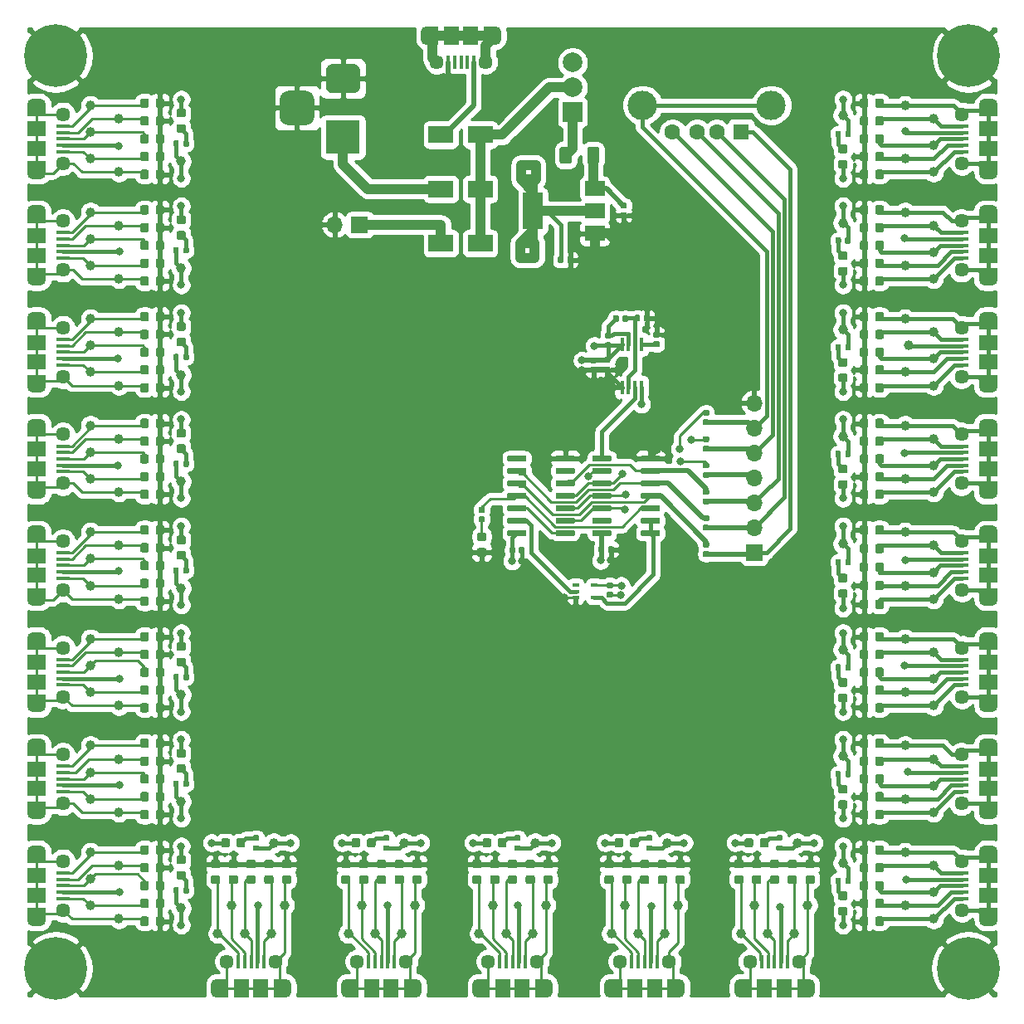
<source format=gbr>
G04 #@! TF.GenerationSoftware,KiCad,Pcbnew,5.1.5+dfsg1-2build2*
G04 #@! TF.CreationDate,2020-12-26T12:26:29-05:00*
G04 #@! TF.ProjectId,usb-solder,7573622d-736f-46c6-9465-722e6b696361,rev?*
G04 #@! TF.SameCoordinates,Original*
G04 #@! TF.FileFunction,Copper,L1,Top*
G04 #@! TF.FilePolarity,Positive*
%FSLAX46Y46*%
G04 Gerber Fmt 4.6, Leading zero omitted, Abs format (unit mm)*
G04 Created by KiCad (PCBNEW 5.1.5+dfsg1-2build2) date 2020-12-26 12:26:29*
%MOMM*%
%LPD*%
G04 APERTURE LIST*
%ADD10R,2.500000X1.800000*%
%ADD11C,0.100000*%
%ADD12R,3.500000X3.500000*%
%ADD13R,1.700000X1.700000*%
%ADD14O,1.700000X1.700000*%
%ADD15C,3.000000*%
%ADD16R,1.600000X1.600000*%
%ADD17C,1.600000*%
%ADD18R,0.450000X1.450000*%
%ADD19R,2.000000X3.800000*%
%ADD20R,2.000000X1.500000*%
%ADD21R,1.900000X1.200000*%
%ADD22O,1.900000X1.200000*%
%ADD23R,1.900000X1.500000*%
%ADD24C,1.450000*%
%ADD25R,1.350000X0.400000*%
%ADD26R,1.200000X1.900000*%
%ADD27O,1.200000X1.900000*%
%ADD28R,1.500000X1.900000*%
%ADD29R,0.400000X1.350000*%
%ADD30R,2.000000X2.000000*%
%ADD31C,2.000000*%
%ADD32C,1.000000*%
%ADD33R,0.650000X0.400000*%
%ADD34C,6.400000*%
%ADD35C,0.800000*%
%ADD36C,0.400000*%
%ADD37C,0.500000*%
%ADD38C,0.250000*%
%ADD39C,1.000000*%
%ADD40C,0.254000*%
G04 APERTURE END LIST*
D10*
X96742000Y-72593200D03*
X92742000Y-72593200D03*
G04 #@! TA.AperFunction,SMDPad,CuDef*
D11*
G36*
X114918758Y-82588310D02*
G01*
X114933076Y-82590434D01*
X114947117Y-82593951D01*
X114960746Y-82598828D01*
X114973831Y-82605017D01*
X114986247Y-82612458D01*
X114997873Y-82621081D01*
X115008598Y-82630802D01*
X115018319Y-82641527D01*
X115026942Y-82653153D01*
X115034383Y-82665569D01*
X115040572Y-82678654D01*
X115045449Y-82692283D01*
X115048966Y-82706324D01*
X115051090Y-82720642D01*
X115051800Y-82735100D01*
X115051800Y-83030100D01*
X115051090Y-83044558D01*
X115048966Y-83058876D01*
X115045449Y-83072917D01*
X115040572Y-83086546D01*
X115034383Y-83099631D01*
X115026942Y-83112047D01*
X115018319Y-83123673D01*
X115008598Y-83134398D01*
X114997873Y-83144119D01*
X114986247Y-83152742D01*
X114973831Y-83160183D01*
X114960746Y-83166372D01*
X114947117Y-83171249D01*
X114933076Y-83174766D01*
X114918758Y-83176890D01*
X114904300Y-83177600D01*
X114559300Y-83177600D01*
X114544842Y-83176890D01*
X114530524Y-83174766D01*
X114516483Y-83171249D01*
X114502854Y-83166372D01*
X114489769Y-83160183D01*
X114477353Y-83152742D01*
X114465727Y-83144119D01*
X114455002Y-83134398D01*
X114445281Y-83123673D01*
X114436658Y-83112047D01*
X114429217Y-83099631D01*
X114423028Y-83086546D01*
X114418151Y-83072917D01*
X114414634Y-83058876D01*
X114412510Y-83044558D01*
X114411800Y-83030100D01*
X114411800Y-82735100D01*
X114412510Y-82720642D01*
X114414634Y-82706324D01*
X114418151Y-82692283D01*
X114423028Y-82678654D01*
X114429217Y-82665569D01*
X114436658Y-82653153D01*
X114445281Y-82641527D01*
X114455002Y-82630802D01*
X114465727Y-82621081D01*
X114477353Y-82612458D01*
X114489769Y-82605017D01*
X114502854Y-82598828D01*
X114516483Y-82593951D01*
X114530524Y-82590434D01*
X114544842Y-82588310D01*
X114559300Y-82587600D01*
X114904300Y-82587600D01*
X114918758Y-82588310D01*
G37*
G04 #@! TD.AperFunction*
G04 #@! TA.AperFunction,SMDPad,CuDef*
G36*
X114918758Y-81618310D02*
G01*
X114933076Y-81620434D01*
X114947117Y-81623951D01*
X114960746Y-81628828D01*
X114973831Y-81635017D01*
X114986247Y-81642458D01*
X114997873Y-81651081D01*
X115008598Y-81660802D01*
X115018319Y-81671527D01*
X115026942Y-81683153D01*
X115034383Y-81695569D01*
X115040572Y-81708654D01*
X115045449Y-81722283D01*
X115048966Y-81736324D01*
X115051090Y-81750642D01*
X115051800Y-81765100D01*
X115051800Y-82060100D01*
X115051090Y-82074558D01*
X115048966Y-82088876D01*
X115045449Y-82102917D01*
X115040572Y-82116546D01*
X115034383Y-82129631D01*
X115026942Y-82142047D01*
X115018319Y-82153673D01*
X115008598Y-82164398D01*
X114997873Y-82174119D01*
X114986247Y-82182742D01*
X114973831Y-82190183D01*
X114960746Y-82196372D01*
X114947117Y-82201249D01*
X114933076Y-82204766D01*
X114918758Y-82206890D01*
X114904300Y-82207600D01*
X114559300Y-82207600D01*
X114544842Y-82206890D01*
X114530524Y-82204766D01*
X114516483Y-82201249D01*
X114502854Y-82196372D01*
X114489769Y-82190183D01*
X114477353Y-82182742D01*
X114465727Y-82174119D01*
X114455002Y-82164398D01*
X114445281Y-82153673D01*
X114436658Y-82142047D01*
X114429217Y-82129631D01*
X114423028Y-82116546D01*
X114418151Y-82102917D01*
X114414634Y-82088876D01*
X114412510Y-82074558D01*
X114411800Y-82060100D01*
X114411800Y-81765100D01*
X114412510Y-81750642D01*
X114414634Y-81736324D01*
X114418151Y-81722283D01*
X114423028Y-81708654D01*
X114429217Y-81695569D01*
X114436658Y-81683153D01*
X114445281Y-81671527D01*
X114455002Y-81660802D01*
X114465727Y-81651081D01*
X114477353Y-81642458D01*
X114489769Y-81635017D01*
X114502854Y-81628828D01*
X114516483Y-81623951D01*
X114530524Y-81620434D01*
X114544842Y-81618310D01*
X114559300Y-81617600D01*
X114904300Y-81617600D01*
X114918758Y-81618310D01*
G37*
G04 #@! TD.AperFunction*
G04 #@! TA.AperFunction,SMDPad,CuDef*
G36*
X108497638Y-85207050D02*
G01*
X108511956Y-85209174D01*
X108525997Y-85212691D01*
X108539626Y-85217568D01*
X108552711Y-85223757D01*
X108565127Y-85231198D01*
X108576753Y-85239821D01*
X108587478Y-85249542D01*
X108597199Y-85260267D01*
X108605822Y-85271893D01*
X108613263Y-85284309D01*
X108619452Y-85297394D01*
X108624329Y-85311023D01*
X108627846Y-85325064D01*
X108629970Y-85339382D01*
X108630680Y-85353840D01*
X108630680Y-85648840D01*
X108629970Y-85663298D01*
X108627846Y-85677616D01*
X108624329Y-85691657D01*
X108619452Y-85705286D01*
X108613263Y-85718371D01*
X108605822Y-85730787D01*
X108597199Y-85742413D01*
X108587478Y-85753138D01*
X108576753Y-85762859D01*
X108565127Y-85771482D01*
X108552711Y-85778923D01*
X108539626Y-85785112D01*
X108525997Y-85789989D01*
X108511956Y-85793506D01*
X108497638Y-85795630D01*
X108483180Y-85796340D01*
X108138180Y-85796340D01*
X108123722Y-85795630D01*
X108109404Y-85793506D01*
X108095363Y-85789989D01*
X108081734Y-85785112D01*
X108068649Y-85778923D01*
X108056233Y-85771482D01*
X108044607Y-85762859D01*
X108033882Y-85753138D01*
X108024161Y-85742413D01*
X108015538Y-85730787D01*
X108008097Y-85718371D01*
X108001908Y-85705286D01*
X107997031Y-85691657D01*
X107993514Y-85677616D01*
X107991390Y-85663298D01*
X107990680Y-85648840D01*
X107990680Y-85353840D01*
X107991390Y-85339382D01*
X107993514Y-85325064D01*
X107997031Y-85311023D01*
X108001908Y-85297394D01*
X108008097Y-85284309D01*
X108015538Y-85271893D01*
X108024161Y-85260267D01*
X108033882Y-85249542D01*
X108044607Y-85239821D01*
X108056233Y-85231198D01*
X108068649Y-85223757D01*
X108081734Y-85217568D01*
X108095363Y-85212691D01*
X108109404Y-85209174D01*
X108123722Y-85207050D01*
X108138180Y-85206340D01*
X108483180Y-85206340D01*
X108497638Y-85207050D01*
G37*
G04 #@! TD.AperFunction*
G04 #@! TA.AperFunction,SMDPad,CuDef*
G36*
X108497638Y-84237050D02*
G01*
X108511956Y-84239174D01*
X108525997Y-84242691D01*
X108539626Y-84247568D01*
X108552711Y-84253757D01*
X108565127Y-84261198D01*
X108576753Y-84269821D01*
X108587478Y-84279542D01*
X108597199Y-84290267D01*
X108605822Y-84301893D01*
X108613263Y-84314309D01*
X108619452Y-84327394D01*
X108624329Y-84341023D01*
X108627846Y-84355064D01*
X108629970Y-84369382D01*
X108630680Y-84383840D01*
X108630680Y-84678840D01*
X108629970Y-84693298D01*
X108627846Y-84707616D01*
X108624329Y-84721657D01*
X108619452Y-84735286D01*
X108613263Y-84748371D01*
X108605822Y-84760787D01*
X108597199Y-84772413D01*
X108587478Y-84783138D01*
X108576753Y-84792859D01*
X108565127Y-84801482D01*
X108552711Y-84808923D01*
X108539626Y-84815112D01*
X108525997Y-84819989D01*
X108511956Y-84823506D01*
X108497638Y-84825630D01*
X108483180Y-84826340D01*
X108138180Y-84826340D01*
X108123722Y-84825630D01*
X108109404Y-84823506D01*
X108095363Y-84819989D01*
X108081734Y-84815112D01*
X108068649Y-84808923D01*
X108056233Y-84801482D01*
X108044607Y-84792859D01*
X108033882Y-84783138D01*
X108024161Y-84772413D01*
X108015538Y-84760787D01*
X108008097Y-84748371D01*
X108001908Y-84735286D01*
X107997031Y-84721657D01*
X107993514Y-84707616D01*
X107991390Y-84693298D01*
X107990680Y-84678840D01*
X107990680Y-84383840D01*
X107991390Y-84369382D01*
X107993514Y-84355064D01*
X107997031Y-84341023D01*
X108001908Y-84327394D01*
X108008097Y-84314309D01*
X108015538Y-84301893D01*
X108024161Y-84290267D01*
X108033882Y-84279542D01*
X108044607Y-84269821D01*
X108056233Y-84261198D01*
X108068649Y-84253757D01*
X108081734Y-84247568D01*
X108095363Y-84242691D01*
X108109404Y-84239174D01*
X108123722Y-84237050D01*
X108138180Y-84236340D01*
X108483180Y-84236340D01*
X108497638Y-84237050D01*
G37*
G04 #@! TD.AperFunction*
G04 #@! TA.AperFunction,SMDPad,CuDef*
G36*
X100184758Y-103592110D02*
G01*
X100199076Y-103594234D01*
X100213117Y-103597751D01*
X100226746Y-103602628D01*
X100239831Y-103608817D01*
X100252247Y-103616258D01*
X100263873Y-103624881D01*
X100274598Y-103634602D01*
X100284319Y-103645327D01*
X100292942Y-103656953D01*
X100300383Y-103669369D01*
X100306572Y-103682454D01*
X100311449Y-103696083D01*
X100314966Y-103710124D01*
X100317090Y-103724442D01*
X100317800Y-103738900D01*
X100317800Y-104083900D01*
X100317090Y-104098358D01*
X100314966Y-104112676D01*
X100311449Y-104126717D01*
X100306572Y-104140346D01*
X100300383Y-104153431D01*
X100292942Y-104165847D01*
X100284319Y-104177473D01*
X100274598Y-104188198D01*
X100263873Y-104197919D01*
X100252247Y-104206542D01*
X100239831Y-104213983D01*
X100226746Y-104220172D01*
X100213117Y-104225049D01*
X100199076Y-104228566D01*
X100184758Y-104230690D01*
X100170300Y-104231400D01*
X99875300Y-104231400D01*
X99860842Y-104230690D01*
X99846524Y-104228566D01*
X99832483Y-104225049D01*
X99818854Y-104220172D01*
X99805769Y-104213983D01*
X99793353Y-104206542D01*
X99781727Y-104197919D01*
X99771002Y-104188198D01*
X99761281Y-104177473D01*
X99752658Y-104165847D01*
X99745217Y-104153431D01*
X99739028Y-104140346D01*
X99734151Y-104126717D01*
X99730634Y-104112676D01*
X99728510Y-104098358D01*
X99727800Y-104083900D01*
X99727800Y-103738900D01*
X99728510Y-103724442D01*
X99730634Y-103710124D01*
X99734151Y-103696083D01*
X99739028Y-103682454D01*
X99745217Y-103669369D01*
X99752658Y-103656953D01*
X99761281Y-103645327D01*
X99771002Y-103634602D01*
X99781727Y-103624881D01*
X99793353Y-103616258D01*
X99805769Y-103608817D01*
X99818854Y-103602628D01*
X99832483Y-103597751D01*
X99846524Y-103594234D01*
X99860842Y-103592110D01*
X99875300Y-103591400D01*
X100170300Y-103591400D01*
X100184758Y-103592110D01*
G37*
G04 #@! TD.AperFunction*
G04 #@! TA.AperFunction,SMDPad,CuDef*
G36*
X101154758Y-103592110D02*
G01*
X101169076Y-103594234D01*
X101183117Y-103597751D01*
X101196746Y-103602628D01*
X101209831Y-103608817D01*
X101222247Y-103616258D01*
X101233873Y-103624881D01*
X101244598Y-103634602D01*
X101254319Y-103645327D01*
X101262942Y-103656953D01*
X101270383Y-103669369D01*
X101276572Y-103682454D01*
X101281449Y-103696083D01*
X101284966Y-103710124D01*
X101287090Y-103724442D01*
X101287800Y-103738900D01*
X101287800Y-104083900D01*
X101287090Y-104098358D01*
X101284966Y-104112676D01*
X101281449Y-104126717D01*
X101276572Y-104140346D01*
X101270383Y-104153431D01*
X101262942Y-104165847D01*
X101254319Y-104177473D01*
X101244598Y-104188198D01*
X101233873Y-104197919D01*
X101222247Y-104206542D01*
X101209831Y-104213983D01*
X101196746Y-104220172D01*
X101183117Y-104225049D01*
X101169076Y-104228566D01*
X101154758Y-104230690D01*
X101140300Y-104231400D01*
X100845300Y-104231400D01*
X100830842Y-104230690D01*
X100816524Y-104228566D01*
X100802483Y-104225049D01*
X100788854Y-104220172D01*
X100775769Y-104213983D01*
X100763353Y-104206542D01*
X100751727Y-104197919D01*
X100741002Y-104188198D01*
X100731281Y-104177473D01*
X100722658Y-104165847D01*
X100715217Y-104153431D01*
X100709028Y-104140346D01*
X100704151Y-104126717D01*
X100700634Y-104112676D01*
X100698510Y-104098358D01*
X100697800Y-104083900D01*
X100697800Y-103738900D01*
X100698510Y-103724442D01*
X100700634Y-103710124D01*
X100704151Y-103696083D01*
X100709028Y-103682454D01*
X100715217Y-103669369D01*
X100722658Y-103656953D01*
X100731281Y-103645327D01*
X100741002Y-103634602D01*
X100751727Y-103624881D01*
X100763353Y-103616258D01*
X100775769Y-103608817D01*
X100788854Y-103602628D01*
X100802483Y-103597751D01*
X100816524Y-103594234D01*
X100830842Y-103592110D01*
X100845300Y-103591400D01*
X101140300Y-103591400D01*
X101154758Y-103592110D01*
G37*
G04 #@! TD.AperFunction*
G04 #@! TA.AperFunction,SMDPad,CuDef*
G36*
X110247958Y-103515910D02*
G01*
X110262276Y-103518034D01*
X110276317Y-103521551D01*
X110289946Y-103526428D01*
X110303031Y-103532617D01*
X110315447Y-103540058D01*
X110327073Y-103548681D01*
X110337798Y-103558402D01*
X110347519Y-103569127D01*
X110356142Y-103580753D01*
X110363583Y-103593169D01*
X110369772Y-103606254D01*
X110374649Y-103619883D01*
X110378166Y-103633924D01*
X110380290Y-103648242D01*
X110381000Y-103662700D01*
X110381000Y-104007700D01*
X110380290Y-104022158D01*
X110378166Y-104036476D01*
X110374649Y-104050517D01*
X110369772Y-104064146D01*
X110363583Y-104077231D01*
X110356142Y-104089647D01*
X110347519Y-104101273D01*
X110337798Y-104111998D01*
X110327073Y-104121719D01*
X110315447Y-104130342D01*
X110303031Y-104137783D01*
X110289946Y-104143972D01*
X110276317Y-104148849D01*
X110262276Y-104152366D01*
X110247958Y-104154490D01*
X110233500Y-104155200D01*
X109938500Y-104155200D01*
X109924042Y-104154490D01*
X109909724Y-104152366D01*
X109895683Y-104148849D01*
X109882054Y-104143972D01*
X109868969Y-104137783D01*
X109856553Y-104130342D01*
X109844927Y-104121719D01*
X109834202Y-104111998D01*
X109824481Y-104101273D01*
X109815858Y-104089647D01*
X109808417Y-104077231D01*
X109802228Y-104064146D01*
X109797351Y-104050517D01*
X109793834Y-104036476D01*
X109791710Y-104022158D01*
X109791000Y-104007700D01*
X109791000Y-103662700D01*
X109791710Y-103648242D01*
X109793834Y-103633924D01*
X109797351Y-103619883D01*
X109802228Y-103606254D01*
X109808417Y-103593169D01*
X109815858Y-103580753D01*
X109824481Y-103569127D01*
X109834202Y-103558402D01*
X109844927Y-103548681D01*
X109856553Y-103540058D01*
X109868969Y-103532617D01*
X109882054Y-103526428D01*
X109895683Y-103521551D01*
X109909724Y-103518034D01*
X109924042Y-103515910D01*
X109938500Y-103515200D01*
X110233500Y-103515200D01*
X110247958Y-103515910D01*
G37*
G04 #@! TD.AperFunction*
G04 #@! TA.AperFunction,SMDPad,CuDef*
G36*
X109277958Y-103515910D02*
G01*
X109292276Y-103518034D01*
X109306317Y-103521551D01*
X109319946Y-103526428D01*
X109333031Y-103532617D01*
X109345447Y-103540058D01*
X109357073Y-103548681D01*
X109367798Y-103558402D01*
X109377519Y-103569127D01*
X109386142Y-103580753D01*
X109393583Y-103593169D01*
X109399772Y-103606254D01*
X109404649Y-103619883D01*
X109408166Y-103633924D01*
X109410290Y-103648242D01*
X109411000Y-103662700D01*
X109411000Y-104007700D01*
X109410290Y-104022158D01*
X109408166Y-104036476D01*
X109404649Y-104050517D01*
X109399772Y-104064146D01*
X109393583Y-104077231D01*
X109386142Y-104089647D01*
X109377519Y-104101273D01*
X109367798Y-104111998D01*
X109357073Y-104121719D01*
X109345447Y-104130342D01*
X109333031Y-104137783D01*
X109319946Y-104143972D01*
X109306317Y-104148849D01*
X109292276Y-104152366D01*
X109277958Y-104154490D01*
X109263500Y-104155200D01*
X108968500Y-104155200D01*
X108954042Y-104154490D01*
X108939724Y-104152366D01*
X108925683Y-104148849D01*
X108912054Y-104143972D01*
X108898969Y-104137783D01*
X108886553Y-104130342D01*
X108874927Y-104121719D01*
X108864202Y-104111998D01*
X108854481Y-104101273D01*
X108845858Y-104089647D01*
X108838417Y-104077231D01*
X108832228Y-104064146D01*
X108827351Y-104050517D01*
X108823834Y-104036476D01*
X108821710Y-104022158D01*
X108821000Y-104007700D01*
X108821000Y-103662700D01*
X108821710Y-103648242D01*
X108823834Y-103633924D01*
X108827351Y-103619883D01*
X108832228Y-103606254D01*
X108838417Y-103593169D01*
X108845858Y-103580753D01*
X108854481Y-103569127D01*
X108864202Y-103558402D01*
X108874927Y-103548681D01*
X108886553Y-103540058D01*
X108898969Y-103532617D01*
X108912054Y-103526428D01*
X108925683Y-103521551D01*
X108939724Y-103518034D01*
X108954042Y-103515910D01*
X108968500Y-103515200D01*
X109263500Y-103515200D01*
X109277958Y-103515910D01*
G37*
G04 #@! TD.AperFunction*
G04 #@! TA.AperFunction,SMDPad,CuDef*
G36*
X112935558Y-79893910D02*
G01*
X112949876Y-79896034D01*
X112963917Y-79899551D01*
X112977546Y-79904428D01*
X112990631Y-79910617D01*
X113003047Y-79918058D01*
X113014673Y-79926681D01*
X113025398Y-79936402D01*
X113035119Y-79947127D01*
X113043742Y-79958753D01*
X113051183Y-79971169D01*
X113057372Y-79984254D01*
X113062249Y-79997883D01*
X113065766Y-80011924D01*
X113067890Y-80026242D01*
X113068600Y-80040700D01*
X113068600Y-80385700D01*
X113067890Y-80400158D01*
X113065766Y-80414476D01*
X113062249Y-80428517D01*
X113057372Y-80442146D01*
X113051183Y-80455231D01*
X113043742Y-80467647D01*
X113035119Y-80479273D01*
X113025398Y-80489998D01*
X113014673Y-80499719D01*
X113003047Y-80508342D01*
X112990631Y-80515783D01*
X112977546Y-80521972D01*
X112963917Y-80526849D01*
X112949876Y-80530366D01*
X112935558Y-80532490D01*
X112921100Y-80533200D01*
X112626100Y-80533200D01*
X112611642Y-80532490D01*
X112597324Y-80530366D01*
X112583283Y-80526849D01*
X112569654Y-80521972D01*
X112556569Y-80515783D01*
X112544153Y-80508342D01*
X112532527Y-80499719D01*
X112521802Y-80489998D01*
X112512081Y-80479273D01*
X112503458Y-80467647D01*
X112496017Y-80455231D01*
X112489828Y-80442146D01*
X112484951Y-80428517D01*
X112481434Y-80414476D01*
X112479310Y-80400158D01*
X112478600Y-80385700D01*
X112478600Y-80040700D01*
X112479310Y-80026242D01*
X112481434Y-80011924D01*
X112484951Y-79997883D01*
X112489828Y-79984254D01*
X112496017Y-79971169D01*
X112503458Y-79958753D01*
X112512081Y-79947127D01*
X112521802Y-79936402D01*
X112532527Y-79926681D01*
X112544153Y-79918058D01*
X112556569Y-79910617D01*
X112569654Y-79904428D01*
X112583283Y-79899551D01*
X112597324Y-79896034D01*
X112611642Y-79893910D01*
X112626100Y-79893200D01*
X112921100Y-79893200D01*
X112935558Y-79893910D01*
G37*
G04 #@! TD.AperFunction*
G04 #@! TA.AperFunction,SMDPad,CuDef*
G36*
X113905558Y-79893910D02*
G01*
X113919876Y-79896034D01*
X113933917Y-79899551D01*
X113947546Y-79904428D01*
X113960631Y-79910617D01*
X113973047Y-79918058D01*
X113984673Y-79926681D01*
X113995398Y-79936402D01*
X114005119Y-79947127D01*
X114013742Y-79958753D01*
X114021183Y-79971169D01*
X114027372Y-79984254D01*
X114032249Y-79997883D01*
X114035766Y-80011924D01*
X114037890Y-80026242D01*
X114038600Y-80040700D01*
X114038600Y-80385700D01*
X114037890Y-80400158D01*
X114035766Y-80414476D01*
X114032249Y-80428517D01*
X114027372Y-80442146D01*
X114021183Y-80455231D01*
X114013742Y-80467647D01*
X114005119Y-80479273D01*
X113995398Y-80489998D01*
X113984673Y-80499719D01*
X113973047Y-80508342D01*
X113960631Y-80515783D01*
X113947546Y-80521972D01*
X113933917Y-80526849D01*
X113919876Y-80530366D01*
X113905558Y-80532490D01*
X113891100Y-80533200D01*
X113596100Y-80533200D01*
X113581642Y-80532490D01*
X113567324Y-80530366D01*
X113553283Y-80526849D01*
X113539654Y-80521972D01*
X113526569Y-80515783D01*
X113514153Y-80508342D01*
X113502527Y-80499719D01*
X113491802Y-80489998D01*
X113482081Y-80479273D01*
X113473458Y-80467647D01*
X113466017Y-80455231D01*
X113459828Y-80442146D01*
X113454951Y-80428517D01*
X113451434Y-80414476D01*
X113449310Y-80400158D01*
X113448600Y-80385700D01*
X113448600Y-80040700D01*
X113449310Y-80026242D01*
X113451434Y-80011924D01*
X113454951Y-79997883D01*
X113459828Y-79984254D01*
X113466017Y-79971169D01*
X113473458Y-79958753D01*
X113482081Y-79947127D01*
X113491802Y-79936402D01*
X113502527Y-79926681D01*
X113514153Y-79918058D01*
X113526569Y-79910617D01*
X113539654Y-79904428D01*
X113553283Y-79899551D01*
X113567324Y-79896034D01*
X113581642Y-79893910D01*
X113596100Y-79893200D01*
X113891100Y-79893200D01*
X113905558Y-79893910D01*
G37*
G04 #@! TD.AperFunction*
G04 #@! TA.AperFunction,SMDPad,CuDef*
G36*
X111565958Y-68461110D02*
G01*
X111580276Y-68463234D01*
X111594317Y-68466751D01*
X111607946Y-68471628D01*
X111621031Y-68477817D01*
X111633447Y-68485258D01*
X111645073Y-68493881D01*
X111655798Y-68503602D01*
X111665519Y-68514327D01*
X111674142Y-68525953D01*
X111681583Y-68538369D01*
X111687772Y-68551454D01*
X111692649Y-68565083D01*
X111696166Y-68579124D01*
X111698290Y-68593442D01*
X111699000Y-68607900D01*
X111699000Y-68902900D01*
X111698290Y-68917358D01*
X111696166Y-68931676D01*
X111692649Y-68945717D01*
X111687772Y-68959346D01*
X111681583Y-68972431D01*
X111674142Y-68984847D01*
X111665519Y-68996473D01*
X111655798Y-69007198D01*
X111645073Y-69016919D01*
X111633447Y-69025542D01*
X111621031Y-69032983D01*
X111607946Y-69039172D01*
X111594317Y-69044049D01*
X111580276Y-69047566D01*
X111565958Y-69049690D01*
X111551500Y-69050400D01*
X111206500Y-69050400D01*
X111192042Y-69049690D01*
X111177724Y-69047566D01*
X111163683Y-69044049D01*
X111150054Y-69039172D01*
X111136969Y-69032983D01*
X111124553Y-69025542D01*
X111112927Y-69016919D01*
X111102202Y-69007198D01*
X111092481Y-68996473D01*
X111083858Y-68984847D01*
X111076417Y-68972431D01*
X111070228Y-68959346D01*
X111065351Y-68945717D01*
X111061834Y-68931676D01*
X111059710Y-68917358D01*
X111059000Y-68902900D01*
X111059000Y-68607900D01*
X111059710Y-68593442D01*
X111061834Y-68579124D01*
X111065351Y-68565083D01*
X111070228Y-68551454D01*
X111076417Y-68538369D01*
X111083858Y-68525953D01*
X111092481Y-68514327D01*
X111102202Y-68503602D01*
X111112927Y-68493881D01*
X111124553Y-68485258D01*
X111136969Y-68477817D01*
X111150054Y-68471628D01*
X111163683Y-68466751D01*
X111177724Y-68463234D01*
X111192042Y-68461110D01*
X111206500Y-68460400D01*
X111551500Y-68460400D01*
X111565958Y-68461110D01*
G37*
G04 #@! TD.AperFunction*
G04 #@! TA.AperFunction,SMDPad,CuDef*
G36*
X111565958Y-69431110D02*
G01*
X111580276Y-69433234D01*
X111594317Y-69436751D01*
X111607946Y-69441628D01*
X111621031Y-69447817D01*
X111633447Y-69455258D01*
X111645073Y-69463881D01*
X111655798Y-69473602D01*
X111665519Y-69484327D01*
X111674142Y-69495953D01*
X111681583Y-69508369D01*
X111687772Y-69521454D01*
X111692649Y-69535083D01*
X111696166Y-69549124D01*
X111698290Y-69563442D01*
X111699000Y-69577900D01*
X111699000Y-69872900D01*
X111698290Y-69887358D01*
X111696166Y-69901676D01*
X111692649Y-69915717D01*
X111687772Y-69929346D01*
X111681583Y-69942431D01*
X111674142Y-69954847D01*
X111665519Y-69966473D01*
X111655798Y-69977198D01*
X111645073Y-69986919D01*
X111633447Y-69995542D01*
X111621031Y-70002983D01*
X111607946Y-70009172D01*
X111594317Y-70014049D01*
X111580276Y-70017566D01*
X111565958Y-70019690D01*
X111551500Y-70020400D01*
X111206500Y-70020400D01*
X111192042Y-70019690D01*
X111177724Y-70017566D01*
X111163683Y-70014049D01*
X111150054Y-70009172D01*
X111136969Y-70002983D01*
X111124553Y-69995542D01*
X111112927Y-69986919D01*
X111102202Y-69977198D01*
X111092481Y-69966473D01*
X111083858Y-69954847D01*
X111076417Y-69942431D01*
X111070228Y-69929346D01*
X111065351Y-69915717D01*
X111061834Y-69901676D01*
X111059710Y-69887358D01*
X111059000Y-69872900D01*
X111059000Y-69577900D01*
X111059710Y-69563442D01*
X111061834Y-69549124D01*
X111065351Y-69535083D01*
X111070228Y-69521454D01*
X111076417Y-69508369D01*
X111083858Y-69495953D01*
X111092481Y-69484327D01*
X111102202Y-69473602D01*
X111112927Y-69463881D01*
X111124553Y-69455258D01*
X111136969Y-69447817D01*
X111150054Y-69441628D01*
X111163683Y-69436751D01*
X111177724Y-69433234D01*
X111192042Y-69431110D01*
X111206500Y-69430400D01*
X111551500Y-69430400D01*
X111565958Y-69431110D01*
G37*
G04 #@! TD.AperFunction*
G04 #@! TA.AperFunction,SMDPad,CuDef*
G36*
X106082358Y-73950310D02*
G01*
X106096676Y-73952434D01*
X106110717Y-73955951D01*
X106124346Y-73960828D01*
X106137431Y-73967017D01*
X106149847Y-73974458D01*
X106161473Y-73983081D01*
X106172198Y-73992802D01*
X106181919Y-74003527D01*
X106190542Y-74015153D01*
X106197983Y-74027569D01*
X106204172Y-74040654D01*
X106209049Y-74054283D01*
X106212566Y-74068324D01*
X106214690Y-74082642D01*
X106215400Y-74097100D01*
X106215400Y-74442100D01*
X106214690Y-74456558D01*
X106212566Y-74470876D01*
X106209049Y-74484917D01*
X106204172Y-74498546D01*
X106197983Y-74511631D01*
X106190542Y-74524047D01*
X106181919Y-74535673D01*
X106172198Y-74546398D01*
X106161473Y-74556119D01*
X106149847Y-74564742D01*
X106137431Y-74572183D01*
X106124346Y-74578372D01*
X106110717Y-74583249D01*
X106096676Y-74586766D01*
X106082358Y-74588890D01*
X106067900Y-74589600D01*
X105772900Y-74589600D01*
X105758442Y-74588890D01*
X105744124Y-74586766D01*
X105730083Y-74583249D01*
X105716454Y-74578372D01*
X105703369Y-74572183D01*
X105690953Y-74564742D01*
X105679327Y-74556119D01*
X105668602Y-74546398D01*
X105658881Y-74535673D01*
X105650258Y-74524047D01*
X105642817Y-74511631D01*
X105636628Y-74498546D01*
X105631751Y-74484917D01*
X105628234Y-74470876D01*
X105626110Y-74456558D01*
X105625400Y-74442100D01*
X105625400Y-74097100D01*
X105626110Y-74082642D01*
X105628234Y-74068324D01*
X105631751Y-74054283D01*
X105636628Y-74040654D01*
X105642817Y-74027569D01*
X105650258Y-74015153D01*
X105658881Y-74003527D01*
X105668602Y-73992802D01*
X105679327Y-73983081D01*
X105690953Y-73974458D01*
X105703369Y-73967017D01*
X105716454Y-73960828D01*
X105730083Y-73955951D01*
X105744124Y-73952434D01*
X105758442Y-73950310D01*
X105772900Y-73949600D01*
X106067900Y-73949600D01*
X106082358Y-73950310D01*
G37*
G04 #@! TD.AperFunction*
G04 #@! TA.AperFunction,SMDPad,CuDef*
G36*
X105112358Y-73950310D02*
G01*
X105126676Y-73952434D01*
X105140717Y-73955951D01*
X105154346Y-73960828D01*
X105167431Y-73967017D01*
X105179847Y-73974458D01*
X105191473Y-73983081D01*
X105202198Y-73992802D01*
X105211919Y-74003527D01*
X105220542Y-74015153D01*
X105227983Y-74027569D01*
X105234172Y-74040654D01*
X105239049Y-74054283D01*
X105242566Y-74068324D01*
X105244690Y-74082642D01*
X105245400Y-74097100D01*
X105245400Y-74442100D01*
X105244690Y-74456558D01*
X105242566Y-74470876D01*
X105239049Y-74484917D01*
X105234172Y-74498546D01*
X105227983Y-74511631D01*
X105220542Y-74524047D01*
X105211919Y-74535673D01*
X105202198Y-74546398D01*
X105191473Y-74556119D01*
X105179847Y-74564742D01*
X105167431Y-74572183D01*
X105154346Y-74578372D01*
X105140717Y-74583249D01*
X105126676Y-74586766D01*
X105112358Y-74588890D01*
X105097900Y-74589600D01*
X104802900Y-74589600D01*
X104788442Y-74588890D01*
X104774124Y-74586766D01*
X104760083Y-74583249D01*
X104746454Y-74578372D01*
X104733369Y-74572183D01*
X104720953Y-74564742D01*
X104709327Y-74556119D01*
X104698602Y-74546398D01*
X104688881Y-74535673D01*
X104680258Y-74524047D01*
X104672817Y-74511631D01*
X104666628Y-74498546D01*
X104661751Y-74484917D01*
X104658234Y-74470876D01*
X104656110Y-74456558D01*
X104655400Y-74442100D01*
X104655400Y-74097100D01*
X104656110Y-74082642D01*
X104658234Y-74068324D01*
X104661751Y-74054283D01*
X104666628Y-74040654D01*
X104672817Y-74027569D01*
X104680258Y-74015153D01*
X104688881Y-74003527D01*
X104698602Y-73992802D01*
X104709327Y-73983081D01*
X104720953Y-73974458D01*
X104733369Y-73967017D01*
X104746454Y-73960828D01*
X104760083Y-73955951D01*
X104774124Y-73952434D01*
X104788442Y-73950310D01*
X104802900Y-73949600D01*
X105097900Y-73949600D01*
X105112358Y-73950310D01*
G37*
G04 #@! TD.AperFunction*
D10*
X96742000Y-67056000D03*
X92742000Y-67056000D03*
G04 #@! TA.AperFunction,SMDPad,CuDef*
D11*
G36*
X108682704Y-62727804D02*
G01*
X108706973Y-62731404D01*
X108730771Y-62737365D01*
X108753871Y-62745630D01*
X108776049Y-62756120D01*
X108797093Y-62768733D01*
X108816798Y-62783347D01*
X108834977Y-62799823D01*
X108851453Y-62818002D01*
X108866067Y-62837707D01*
X108878680Y-62858751D01*
X108889170Y-62880929D01*
X108897435Y-62904029D01*
X108903396Y-62927827D01*
X108906996Y-62952096D01*
X108908200Y-62976600D01*
X108908200Y-64226600D01*
X108906996Y-64251104D01*
X108903396Y-64275373D01*
X108897435Y-64299171D01*
X108889170Y-64322271D01*
X108878680Y-64344449D01*
X108866067Y-64365493D01*
X108851453Y-64385198D01*
X108834977Y-64403377D01*
X108816798Y-64419853D01*
X108797093Y-64434467D01*
X108776049Y-64447080D01*
X108753871Y-64457570D01*
X108730771Y-64465835D01*
X108706973Y-64471796D01*
X108682704Y-64475396D01*
X108658200Y-64476600D01*
X107908200Y-64476600D01*
X107883696Y-64475396D01*
X107859427Y-64471796D01*
X107835629Y-64465835D01*
X107812529Y-64457570D01*
X107790351Y-64447080D01*
X107769307Y-64434467D01*
X107749602Y-64419853D01*
X107731423Y-64403377D01*
X107714947Y-64385198D01*
X107700333Y-64365493D01*
X107687720Y-64344449D01*
X107677230Y-64322271D01*
X107668965Y-64299171D01*
X107663004Y-64275373D01*
X107659404Y-64251104D01*
X107658200Y-64226600D01*
X107658200Y-62976600D01*
X107659404Y-62952096D01*
X107663004Y-62927827D01*
X107668965Y-62904029D01*
X107677230Y-62880929D01*
X107687720Y-62858751D01*
X107700333Y-62837707D01*
X107714947Y-62818002D01*
X107731423Y-62799823D01*
X107749602Y-62783347D01*
X107769307Y-62768733D01*
X107790351Y-62756120D01*
X107812529Y-62745630D01*
X107835629Y-62737365D01*
X107859427Y-62731404D01*
X107883696Y-62727804D01*
X107908200Y-62726600D01*
X108658200Y-62726600D01*
X108682704Y-62727804D01*
G37*
G04 #@! TD.AperFunction*
G04 #@! TA.AperFunction,SMDPad,CuDef*
G36*
X105882704Y-62727804D02*
G01*
X105906973Y-62731404D01*
X105930771Y-62737365D01*
X105953871Y-62745630D01*
X105976049Y-62756120D01*
X105997093Y-62768733D01*
X106016798Y-62783347D01*
X106034977Y-62799823D01*
X106051453Y-62818002D01*
X106066067Y-62837707D01*
X106078680Y-62858751D01*
X106089170Y-62880929D01*
X106097435Y-62904029D01*
X106103396Y-62927827D01*
X106106996Y-62952096D01*
X106108200Y-62976600D01*
X106108200Y-64226600D01*
X106106996Y-64251104D01*
X106103396Y-64275373D01*
X106097435Y-64299171D01*
X106089170Y-64322271D01*
X106078680Y-64344449D01*
X106066067Y-64365493D01*
X106051453Y-64385198D01*
X106034977Y-64403377D01*
X106016798Y-64419853D01*
X105997093Y-64434467D01*
X105976049Y-64447080D01*
X105953871Y-64457570D01*
X105930771Y-64465835D01*
X105906973Y-64471796D01*
X105882704Y-64475396D01*
X105858200Y-64476600D01*
X105108200Y-64476600D01*
X105083696Y-64475396D01*
X105059427Y-64471796D01*
X105035629Y-64465835D01*
X105012529Y-64457570D01*
X104990351Y-64447080D01*
X104969307Y-64434467D01*
X104949602Y-64419853D01*
X104931423Y-64403377D01*
X104914947Y-64385198D01*
X104900333Y-64365493D01*
X104887720Y-64344449D01*
X104877230Y-64322271D01*
X104868965Y-64299171D01*
X104863004Y-64275373D01*
X104859404Y-64251104D01*
X104858200Y-64226600D01*
X104858200Y-62976600D01*
X104859404Y-62952096D01*
X104863004Y-62927827D01*
X104868965Y-62904029D01*
X104877230Y-62880929D01*
X104887720Y-62858751D01*
X104900333Y-62837707D01*
X104914947Y-62818002D01*
X104931423Y-62799823D01*
X104949602Y-62783347D01*
X104969307Y-62768733D01*
X104990351Y-62756120D01*
X105012529Y-62745630D01*
X105035629Y-62737365D01*
X105059427Y-62731404D01*
X105083696Y-62727804D01*
X105108200Y-62726600D01*
X105858200Y-62726600D01*
X105882704Y-62727804D01*
G37*
G04 #@! TD.AperFunction*
D12*
X82753200Y-61772800D03*
G04 #@! TA.AperFunction,ComponentPad*
D11*
G36*
X83826713Y-54276411D02*
G01*
X83899518Y-54287211D01*
X83970914Y-54305095D01*
X84040213Y-54329890D01*
X84106748Y-54361359D01*
X84169878Y-54399198D01*
X84228995Y-54443042D01*
X84283530Y-54492470D01*
X84332958Y-54547005D01*
X84376802Y-54606122D01*
X84414641Y-54669252D01*
X84446110Y-54735787D01*
X84470905Y-54805086D01*
X84488789Y-54876482D01*
X84499589Y-54949287D01*
X84503200Y-55022800D01*
X84503200Y-56522800D01*
X84499589Y-56596313D01*
X84488789Y-56669118D01*
X84470905Y-56740514D01*
X84446110Y-56809813D01*
X84414641Y-56876348D01*
X84376802Y-56939478D01*
X84332958Y-56998595D01*
X84283530Y-57053130D01*
X84228995Y-57102558D01*
X84169878Y-57146402D01*
X84106748Y-57184241D01*
X84040213Y-57215710D01*
X83970914Y-57240505D01*
X83899518Y-57258389D01*
X83826713Y-57269189D01*
X83753200Y-57272800D01*
X81753200Y-57272800D01*
X81679687Y-57269189D01*
X81606882Y-57258389D01*
X81535486Y-57240505D01*
X81466187Y-57215710D01*
X81399652Y-57184241D01*
X81336522Y-57146402D01*
X81277405Y-57102558D01*
X81222870Y-57053130D01*
X81173442Y-56998595D01*
X81129598Y-56939478D01*
X81091759Y-56876348D01*
X81060290Y-56809813D01*
X81035495Y-56740514D01*
X81017611Y-56669118D01*
X81006811Y-56596313D01*
X81003200Y-56522800D01*
X81003200Y-55022800D01*
X81006811Y-54949287D01*
X81017611Y-54876482D01*
X81035495Y-54805086D01*
X81060290Y-54735787D01*
X81091759Y-54669252D01*
X81129598Y-54606122D01*
X81173442Y-54547005D01*
X81222870Y-54492470D01*
X81277405Y-54443042D01*
X81336522Y-54399198D01*
X81399652Y-54361359D01*
X81466187Y-54329890D01*
X81535486Y-54305095D01*
X81606882Y-54287211D01*
X81679687Y-54276411D01*
X81753200Y-54272800D01*
X83753200Y-54272800D01*
X83826713Y-54276411D01*
G37*
G04 #@! TD.AperFunction*
G04 #@! TA.AperFunction,ComponentPad*
G36*
X79013965Y-57027013D02*
G01*
X79098904Y-57039613D01*
X79182199Y-57060477D01*
X79263048Y-57089405D01*
X79340672Y-57126119D01*
X79414324Y-57170264D01*
X79483294Y-57221416D01*
X79546918Y-57279082D01*
X79604584Y-57342706D01*
X79655736Y-57411676D01*
X79699881Y-57485328D01*
X79736595Y-57562952D01*
X79765523Y-57643801D01*
X79786387Y-57727096D01*
X79798987Y-57812035D01*
X79803200Y-57897800D01*
X79803200Y-59647800D01*
X79798987Y-59733565D01*
X79786387Y-59818504D01*
X79765523Y-59901799D01*
X79736595Y-59982648D01*
X79699881Y-60060272D01*
X79655736Y-60133924D01*
X79604584Y-60202894D01*
X79546918Y-60266518D01*
X79483294Y-60324184D01*
X79414324Y-60375336D01*
X79340672Y-60419481D01*
X79263048Y-60456195D01*
X79182199Y-60485123D01*
X79098904Y-60505987D01*
X79013965Y-60518587D01*
X78928200Y-60522800D01*
X77178200Y-60522800D01*
X77092435Y-60518587D01*
X77007496Y-60505987D01*
X76924201Y-60485123D01*
X76843352Y-60456195D01*
X76765728Y-60419481D01*
X76692076Y-60375336D01*
X76623106Y-60324184D01*
X76559482Y-60266518D01*
X76501816Y-60202894D01*
X76450664Y-60133924D01*
X76406519Y-60060272D01*
X76369805Y-59982648D01*
X76340877Y-59901799D01*
X76320013Y-59818504D01*
X76307413Y-59733565D01*
X76303200Y-59647800D01*
X76303200Y-57897800D01*
X76307413Y-57812035D01*
X76320013Y-57727096D01*
X76340877Y-57643801D01*
X76369805Y-57562952D01*
X76406519Y-57485328D01*
X76450664Y-57411676D01*
X76501816Y-57342706D01*
X76559482Y-57279082D01*
X76623106Y-57221416D01*
X76692076Y-57170264D01*
X76765728Y-57126119D01*
X76843352Y-57089405D01*
X76924201Y-57060477D01*
X77007496Y-57039613D01*
X77092435Y-57027013D01*
X77178200Y-57022800D01*
X78928200Y-57022800D01*
X79013965Y-57027013D01*
G37*
G04 #@! TD.AperFunction*
D13*
X84455000Y-70688200D03*
D14*
X81915000Y-70688200D03*
D15*
X113297800Y-58504000D03*
X126437800Y-58504000D03*
D16*
X123367800Y-61214000D03*
D17*
X120867800Y-61214000D03*
X118867800Y-61214000D03*
X116367800Y-61214000D03*
G04 #@! TA.AperFunction,SMDPad,CuDef*
D11*
G36*
X109991158Y-81719910D02*
G01*
X110005476Y-81722034D01*
X110019517Y-81725551D01*
X110033146Y-81730428D01*
X110046231Y-81736617D01*
X110058647Y-81744058D01*
X110070273Y-81752681D01*
X110080998Y-81762402D01*
X110090719Y-81773127D01*
X110099342Y-81784753D01*
X110106783Y-81797169D01*
X110112972Y-81810254D01*
X110117849Y-81823883D01*
X110121366Y-81837924D01*
X110123490Y-81852242D01*
X110124200Y-81866700D01*
X110124200Y-82161700D01*
X110123490Y-82176158D01*
X110121366Y-82190476D01*
X110117849Y-82204517D01*
X110112972Y-82218146D01*
X110106783Y-82231231D01*
X110099342Y-82243647D01*
X110090719Y-82255273D01*
X110080998Y-82265998D01*
X110070273Y-82275719D01*
X110058647Y-82284342D01*
X110046231Y-82291783D01*
X110033146Y-82297972D01*
X110019517Y-82302849D01*
X110005476Y-82306366D01*
X109991158Y-82308490D01*
X109976700Y-82309200D01*
X109631700Y-82309200D01*
X109617242Y-82308490D01*
X109602924Y-82306366D01*
X109588883Y-82302849D01*
X109575254Y-82297972D01*
X109562169Y-82291783D01*
X109549753Y-82284342D01*
X109538127Y-82275719D01*
X109527402Y-82265998D01*
X109517681Y-82255273D01*
X109509058Y-82243647D01*
X109501617Y-82231231D01*
X109495428Y-82218146D01*
X109490551Y-82204517D01*
X109487034Y-82190476D01*
X109484910Y-82176158D01*
X109484200Y-82161700D01*
X109484200Y-81866700D01*
X109484910Y-81852242D01*
X109487034Y-81837924D01*
X109490551Y-81823883D01*
X109495428Y-81810254D01*
X109501617Y-81797169D01*
X109509058Y-81784753D01*
X109517681Y-81773127D01*
X109527402Y-81762402D01*
X109538127Y-81752681D01*
X109549753Y-81744058D01*
X109562169Y-81736617D01*
X109575254Y-81730428D01*
X109588883Y-81725551D01*
X109602924Y-81722034D01*
X109617242Y-81719910D01*
X109631700Y-81719200D01*
X109976700Y-81719200D01*
X109991158Y-81719910D01*
G37*
G04 #@! TD.AperFunction*
G04 #@! TA.AperFunction,SMDPad,CuDef*
G36*
X109991158Y-82689910D02*
G01*
X110005476Y-82692034D01*
X110019517Y-82695551D01*
X110033146Y-82700428D01*
X110046231Y-82706617D01*
X110058647Y-82714058D01*
X110070273Y-82722681D01*
X110080998Y-82732402D01*
X110090719Y-82743127D01*
X110099342Y-82754753D01*
X110106783Y-82767169D01*
X110112972Y-82780254D01*
X110117849Y-82793883D01*
X110121366Y-82807924D01*
X110123490Y-82822242D01*
X110124200Y-82836700D01*
X110124200Y-83131700D01*
X110123490Y-83146158D01*
X110121366Y-83160476D01*
X110117849Y-83174517D01*
X110112972Y-83188146D01*
X110106783Y-83201231D01*
X110099342Y-83213647D01*
X110090719Y-83225273D01*
X110080998Y-83235998D01*
X110070273Y-83245719D01*
X110058647Y-83254342D01*
X110046231Y-83261783D01*
X110033146Y-83267972D01*
X110019517Y-83272849D01*
X110005476Y-83276366D01*
X109991158Y-83278490D01*
X109976700Y-83279200D01*
X109631700Y-83279200D01*
X109617242Y-83278490D01*
X109602924Y-83276366D01*
X109588883Y-83272849D01*
X109575254Y-83267972D01*
X109562169Y-83261783D01*
X109549753Y-83254342D01*
X109538127Y-83245719D01*
X109527402Y-83235998D01*
X109517681Y-83225273D01*
X109509058Y-83213647D01*
X109501617Y-83201231D01*
X109495428Y-83188146D01*
X109490551Y-83174517D01*
X109487034Y-83160476D01*
X109484910Y-83146158D01*
X109484200Y-83131700D01*
X109484200Y-82836700D01*
X109484910Y-82822242D01*
X109487034Y-82807924D01*
X109490551Y-82793883D01*
X109495428Y-82780254D01*
X109501617Y-82767169D01*
X109509058Y-82754753D01*
X109517681Y-82743127D01*
X109527402Y-82732402D01*
X109538127Y-82722681D01*
X109549753Y-82714058D01*
X109562169Y-82706617D01*
X109575254Y-82700428D01*
X109588883Y-82695551D01*
X109602924Y-82692034D01*
X109617242Y-82689910D01*
X109631700Y-82689200D01*
X109976700Y-82689200D01*
X109991158Y-82689910D01*
G37*
G04 #@! TD.AperFunction*
G04 #@! TA.AperFunction,SMDPad,CuDef*
G36*
X110751158Y-79944710D02*
G01*
X110765476Y-79946834D01*
X110779517Y-79950351D01*
X110793146Y-79955228D01*
X110806231Y-79961417D01*
X110818647Y-79968858D01*
X110830273Y-79977481D01*
X110840998Y-79987202D01*
X110850719Y-79997927D01*
X110859342Y-80009553D01*
X110866783Y-80021969D01*
X110872972Y-80035054D01*
X110877849Y-80048683D01*
X110881366Y-80062724D01*
X110883490Y-80077042D01*
X110884200Y-80091500D01*
X110884200Y-80436500D01*
X110883490Y-80450958D01*
X110881366Y-80465276D01*
X110877849Y-80479317D01*
X110872972Y-80492946D01*
X110866783Y-80506031D01*
X110859342Y-80518447D01*
X110850719Y-80530073D01*
X110840998Y-80540798D01*
X110830273Y-80550519D01*
X110818647Y-80559142D01*
X110806231Y-80566583D01*
X110793146Y-80572772D01*
X110779517Y-80577649D01*
X110765476Y-80581166D01*
X110751158Y-80583290D01*
X110736700Y-80584000D01*
X110441700Y-80584000D01*
X110427242Y-80583290D01*
X110412924Y-80581166D01*
X110398883Y-80577649D01*
X110385254Y-80572772D01*
X110372169Y-80566583D01*
X110359753Y-80559142D01*
X110348127Y-80550519D01*
X110337402Y-80540798D01*
X110327681Y-80530073D01*
X110319058Y-80518447D01*
X110311617Y-80506031D01*
X110305428Y-80492946D01*
X110300551Y-80479317D01*
X110297034Y-80465276D01*
X110294910Y-80450958D01*
X110294200Y-80436500D01*
X110294200Y-80091500D01*
X110294910Y-80077042D01*
X110297034Y-80062724D01*
X110300551Y-80048683D01*
X110305428Y-80035054D01*
X110311617Y-80021969D01*
X110319058Y-80009553D01*
X110327681Y-79997927D01*
X110337402Y-79987202D01*
X110348127Y-79977481D01*
X110359753Y-79968858D01*
X110372169Y-79961417D01*
X110385254Y-79955228D01*
X110398883Y-79950351D01*
X110412924Y-79946834D01*
X110427242Y-79944710D01*
X110441700Y-79944000D01*
X110736700Y-79944000D01*
X110751158Y-79944710D01*
G37*
G04 #@! TD.AperFunction*
G04 #@! TA.AperFunction,SMDPad,CuDef*
G36*
X111721158Y-79944710D02*
G01*
X111735476Y-79946834D01*
X111749517Y-79950351D01*
X111763146Y-79955228D01*
X111776231Y-79961417D01*
X111788647Y-79968858D01*
X111800273Y-79977481D01*
X111810998Y-79987202D01*
X111820719Y-79997927D01*
X111829342Y-80009553D01*
X111836783Y-80021969D01*
X111842972Y-80035054D01*
X111847849Y-80048683D01*
X111851366Y-80062724D01*
X111853490Y-80077042D01*
X111854200Y-80091500D01*
X111854200Y-80436500D01*
X111853490Y-80450958D01*
X111851366Y-80465276D01*
X111847849Y-80479317D01*
X111842972Y-80492946D01*
X111836783Y-80506031D01*
X111829342Y-80518447D01*
X111820719Y-80530073D01*
X111810998Y-80540798D01*
X111800273Y-80550519D01*
X111788647Y-80559142D01*
X111776231Y-80566583D01*
X111763146Y-80572772D01*
X111749517Y-80577649D01*
X111735476Y-80581166D01*
X111721158Y-80583290D01*
X111706700Y-80584000D01*
X111411700Y-80584000D01*
X111397242Y-80583290D01*
X111382924Y-80581166D01*
X111368883Y-80577649D01*
X111355254Y-80572772D01*
X111342169Y-80566583D01*
X111329753Y-80559142D01*
X111318127Y-80550519D01*
X111307402Y-80540798D01*
X111297681Y-80530073D01*
X111289058Y-80518447D01*
X111281617Y-80506031D01*
X111275428Y-80492946D01*
X111270551Y-80479317D01*
X111267034Y-80465276D01*
X111264910Y-80450958D01*
X111264200Y-80436500D01*
X111264200Y-80091500D01*
X111264910Y-80077042D01*
X111267034Y-80062724D01*
X111270551Y-80048683D01*
X111275428Y-80035054D01*
X111281617Y-80021969D01*
X111289058Y-80009553D01*
X111297681Y-79997927D01*
X111307402Y-79987202D01*
X111318127Y-79977481D01*
X111329753Y-79968858D01*
X111342169Y-79961417D01*
X111355254Y-79955228D01*
X111368883Y-79950351D01*
X111382924Y-79946834D01*
X111397242Y-79944710D01*
X111411700Y-79944000D01*
X111706700Y-79944000D01*
X111721158Y-79944710D01*
G37*
G04 #@! TD.AperFunction*
D18*
X111216800Y-87290000D03*
X111866800Y-87290000D03*
X112516800Y-87290000D03*
X113166800Y-87290000D03*
X113166800Y-82890000D03*
X112516800Y-82890000D03*
X111866800Y-82890000D03*
X111216800Y-82890000D03*
G04 #@! TA.AperFunction,SMDPad,CuDef*
D11*
G36*
X109997703Y-101859522D02*
G01*
X110012264Y-101861682D01*
X110026543Y-101865259D01*
X110040403Y-101870218D01*
X110053710Y-101876512D01*
X110066336Y-101884080D01*
X110078159Y-101892848D01*
X110089066Y-101902734D01*
X110098952Y-101913641D01*
X110107720Y-101925464D01*
X110115288Y-101938090D01*
X110121582Y-101951397D01*
X110126541Y-101965257D01*
X110130118Y-101979536D01*
X110132278Y-101994097D01*
X110133000Y-102008800D01*
X110133000Y-102308800D01*
X110132278Y-102323503D01*
X110130118Y-102338064D01*
X110126541Y-102352343D01*
X110121582Y-102366203D01*
X110115288Y-102379510D01*
X110107720Y-102392136D01*
X110098952Y-102403959D01*
X110089066Y-102414866D01*
X110078159Y-102424752D01*
X110066336Y-102433520D01*
X110053710Y-102441088D01*
X110040403Y-102447382D01*
X110026543Y-102452341D01*
X110012264Y-102455918D01*
X109997703Y-102458078D01*
X109983000Y-102458800D01*
X108333000Y-102458800D01*
X108318297Y-102458078D01*
X108303736Y-102455918D01*
X108289457Y-102452341D01*
X108275597Y-102447382D01*
X108262290Y-102441088D01*
X108249664Y-102433520D01*
X108237841Y-102424752D01*
X108226934Y-102414866D01*
X108217048Y-102403959D01*
X108208280Y-102392136D01*
X108200712Y-102379510D01*
X108194418Y-102366203D01*
X108189459Y-102352343D01*
X108185882Y-102338064D01*
X108183722Y-102323503D01*
X108183000Y-102308800D01*
X108183000Y-102008800D01*
X108183722Y-101994097D01*
X108185882Y-101979536D01*
X108189459Y-101965257D01*
X108194418Y-101951397D01*
X108200712Y-101938090D01*
X108208280Y-101925464D01*
X108217048Y-101913641D01*
X108226934Y-101902734D01*
X108237841Y-101892848D01*
X108249664Y-101884080D01*
X108262290Y-101876512D01*
X108275597Y-101870218D01*
X108289457Y-101865259D01*
X108303736Y-101861682D01*
X108318297Y-101859522D01*
X108333000Y-101858800D01*
X109983000Y-101858800D01*
X109997703Y-101859522D01*
G37*
G04 #@! TD.AperFunction*
G04 #@! TA.AperFunction,SMDPad,CuDef*
G36*
X109997703Y-100589522D02*
G01*
X110012264Y-100591682D01*
X110026543Y-100595259D01*
X110040403Y-100600218D01*
X110053710Y-100606512D01*
X110066336Y-100614080D01*
X110078159Y-100622848D01*
X110089066Y-100632734D01*
X110098952Y-100643641D01*
X110107720Y-100655464D01*
X110115288Y-100668090D01*
X110121582Y-100681397D01*
X110126541Y-100695257D01*
X110130118Y-100709536D01*
X110132278Y-100724097D01*
X110133000Y-100738800D01*
X110133000Y-101038800D01*
X110132278Y-101053503D01*
X110130118Y-101068064D01*
X110126541Y-101082343D01*
X110121582Y-101096203D01*
X110115288Y-101109510D01*
X110107720Y-101122136D01*
X110098952Y-101133959D01*
X110089066Y-101144866D01*
X110078159Y-101154752D01*
X110066336Y-101163520D01*
X110053710Y-101171088D01*
X110040403Y-101177382D01*
X110026543Y-101182341D01*
X110012264Y-101185918D01*
X109997703Y-101188078D01*
X109983000Y-101188800D01*
X108333000Y-101188800D01*
X108318297Y-101188078D01*
X108303736Y-101185918D01*
X108289457Y-101182341D01*
X108275597Y-101177382D01*
X108262290Y-101171088D01*
X108249664Y-101163520D01*
X108237841Y-101154752D01*
X108226934Y-101144866D01*
X108217048Y-101133959D01*
X108208280Y-101122136D01*
X108200712Y-101109510D01*
X108194418Y-101096203D01*
X108189459Y-101082343D01*
X108185882Y-101068064D01*
X108183722Y-101053503D01*
X108183000Y-101038800D01*
X108183000Y-100738800D01*
X108183722Y-100724097D01*
X108185882Y-100709536D01*
X108189459Y-100695257D01*
X108194418Y-100681397D01*
X108200712Y-100668090D01*
X108208280Y-100655464D01*
X108217048Y-100643641D01*
X108226934Y-100632734D01*
X108237841Y-100622848D01*
X108249664Y-100614080D01*
X108262290Y-100606512D01*
X108275597Y-100600218D01*
X108289457Y-100595259D01*
X108303736Y-100591682D01*
X108318297Y-100589522D01*
X108333000Y-100588800D01*
X109983000Y-100588800D01*
X109997703Y-100589522D01*
G37*
G04 #@! TD.AperFunction*
G04 #@! TA.AperFunction,SMDPad,CuDef*
G36*
X109997703Y-99319522D02*
G01*
X110012264Y-99321682D01*
X110026543Y-99325259D01*
X110040403Y-99330218D01*
X110053710Y-99336512D01*
X110066336Y-99344080D01*
X110078159Y-99352848D01*
X110089066Y-99362734D01*
X110098952Y-99373641D01*
X110107720Y-99385464D01*
X110115288Y-99398090D01*
X110121582Y-99411397D01*
X110126541Y-99425257D01*
X110130118Y-99439536D01*
X110132278Y-99454097D01*
X110133000Y-99468800D01*
X110133000Y-99768800D01*
X110132278Y-99783503D01*
X110130118Y-99798064D01*
X110126541Y-99812343D01*
X110121582Y-99826203D01*
X110115288Y-99839510D01*
X110107720Y-99852136D01*
X110098952Y-99863959D01*
X110089066Y-99874866D01*
X110078159Y-99884752D01*
X110066336Y-99893520D01*
X110053710Y-99901088D01*
X110040403Y-99907382D01*
X110026543Y-99912341D01*
X110012264Y-99915918D01*
X109997703Y-99918078D01*
X109983000Y-99918800D01*
X108333000Y-99918800D01*
X108318297Y-99918078D01*
X108303736Y-99915918D01*
X108289457Y-99912341D01*
X108275597Y-99907382D01*
X108262290Y-99901088D01*
X108249664Y-99893520D01*
X108237841Y-99884752D01*
X108226934Y-99874866D01*
X108217048Y-99863959D01*
X108208280Y-99852136D01*
X108200712Y-99839510D01*
X108194418Y-99826203D01*
X108189459Y-99812343D01*
X108185882Y-99798064D01*
X108183722Y-99783503D01*
X108183000Y-99768800D01*
X108183000Y-99468800D01*
X108183722Y-99454097D01*
X108185882Y-99439536D01*
X108189459Y-99425257D01*
X108194418Y-99411397D01*
X108200712Y-99398090D01*
X108208280Y-99385464D01*
X108217048Y-99373641D01*
X108226934Y-99362734D01*
X108237841Y-99352848D01*
X108249664Y-99344080D01*
X108262290Y-99336512D01*
X108275597Y-99330218D01*
X108289457Y-99325259D01*
X108303736Y-99321682D01*
X108318297Y-99319522D01*
X108333000Y-99318800D01*
X109983000Y-99318800D01*
X109997703Y-99319522D01*
G37*
G04 #@! TD.AperFunction*
G04 #@! TA.AperFunction,SMDPad,CuDef*
G36*
X109997703Y-98049522D02*
G01*
X110012264Y-98051682D01*
X110026543Y-98055259D01*
X110040403Y-98060218D01*
X110053710Y-98066512D01*
X110066336Y-98074080D01*
X110078159Y-98082848D01*
X110089066Y-98092734D01*
X110098952Y-98103641D01*
X110107720Y-98115464D01*
X110115288Y-98128090D01*
X110121582Y-98141397D01*
X110126541Y-98155257D01*
X110130118Y-98169536D01*
X110132278Y-98184097D01*
X110133000Y-98198800D01*
X110133000Y-98498800D01*
X110132278Y-98513503D01*
X110130118Y-98528064D01*
X110126541Y-98542343D01*
X110121582Y-98556203D01*
X110115288Y-98569510D01*
X110107720Y-98582136D01*
X110098952Y-98593959D01*
X110089066Y-98604866D01*
X110078159Y-98614752D01*
X110066336Y-98623520D01*
X110053710Y-98631088D01*
X110040403Y-98637382D01*
X110026543Y-98642341D01*
X110012264Y-98645918D01*
X109997703Y-98648078D01*
X109983000Y-98648800D01*
X108333000Y-98648800D01*
X108318297Y-98648078D01*
X108303736Y-98645918D01*
X108289457Y-98642341D01*
X108275597Y-98637382D01*
X108262290Y-98631088D01*
X108249664Y-98623520D01*
X108237841Y-98614752D01*
X108226934Y-98604866D01*
X108217048Y-98593959D01*
X108208280Y-98582136D01*
X108200712Y-98569510D01*
X108194418Y-98556203D01*
X108189459Y-98542343D01*
X108185882Y-98528064D01*
X108183722Y-98513503D01*
X108183000Y-98498800D01*
X108183000Y-98198800D01*
X108183722Y-98184097D01*
X108185882Y-98169536D01*
X108189459Y-98155257D01*
X108194418Y-98141397D01*
X108200712Y-98128090D01*
X108208280Y-98115464D01*
X108217048Y-98103641D01*
X108226934Y-98092734D01*
X108237841Y-98082848D01*
X108249664Y-98074080D01*
X108262290Y-98066512D01*
X108275597Y-98060218D01*
X108289457Y-98055259D01*
X108303736Y-98051682D01*
X108318297Y-98049522D01*
X108333000Y-98048800D01*
X109983000Y-98048800D01*
X109997703Y-98049522D01*
G37*
G04 #@! TD.AperFunction*
G04 #@! TA.AperFunction,SMDPad,CuDef*
G36*
X109997703Y-96779522D02*
G01*
X110012264Y-96781682D01*
X110026543Y-96785259D01*
X110040403Y-96790218D01*
X110053710Y-96796512D01*
X110066336Y-96804080D01*
X110078159Y-96812848D01*
X110089066Y-96822734D01*
X110098952Y-96833641D01*
X110107720Y-96845464D01*
X110115288Y-96858090D01*
X110121582Y-96871397D01*
X110126541Y-96885257D01*
X110130118Y-96899536D01*
X110132278Y-96914097D01*
X110133000Y-96928800D01*
X110133000Y-97228800D01*
X110132278Y-97243503D01*
X110130118Y-97258064D01*
X110126541Y-97272343D01*
X110121582Y-97286203D01*
X110115288Y-97299510D01*
X110107720Y-97312136D01*
X110098952Y-97323959D01*
X110089066Y-97334866D01*
X110078159Y-97344752D01*
X110066336Y-97353520D01*
X110053710Y-97361088D01*
X110040403Y-97367382D01*
X110026543Y-97372341D01*
X110012264Y-97375918D01*
X109997703Y-97378078D01*
X109983000Y-97378800D01*
X108333000Y-97378800D01*
X108318297Y-97378078D01*
X108303736Y-97375918D01*
X108289457Y-97372341D01*
X108275597Y-97367382D01*
X108262290Y-97361088D01*
X108249664Y-97353520D01*
X108237841Y-97344752D01*
X108226934Y-97334866D01*
X108217048Y-97323959D01*
X108208280Y-97312136D01*
X108200712Y-97299510D01*
X108194418Y-97286203D01*
X108189459Y-97272343D01*
X108185882Y-97258064D01*
X108183722Y-97243503D01*
X108183000Y-97228800D01*
X108183000Y-96928800D01*
X108183722Y-96914097D01*
X108185882Y-96899536D01*
X108189459Y-96885257D01*
X108194418Y-96871397D01*
X108200712Y-96858090D01*
X108208280Y-96845464D01*
X108217048Y-96833641D01*
X108226934Y-96822734D01*
X108237841Y-96812848D01*
X108249664Y-96804080D01*
X108262290Y-96796512D01*
X108275597Y-96790218D01*
X108289457Y-96785259D01*
X108303736Y-96781682D01*
X108318297Y-96779522D01*
X108333000Y-96778800D01*
X109983000Y-96778800D01*
X109997703Y-96779522D01*
G37*
G04 #@! TD.AperFunction*
G04 #@! TA.AperFunction,SMDPad,CuDef*
G36*
X109997703Y-95509522D02*
G01*
X110012264Y-95511682D01*
X110026543Y-95515259D01*
X110040403Y-95520218D01*
X110053710Y-95526512D01*
X110066336Y-95534080D01*
X110078159Y-95542848D01*
X110089066Y-95552734D01*
X110098952Y-95563641D01*
X110107720Y-95575464D01*
X110115288Y-95588090D01*
X110121582Y-95601397D01*
X110126541Y-95615257D01*
X110130118Y-95629536D01*
X110132278Y-95644097D01*
X110133000Y-95658800D01*
X110133000Y-95958800D01*
X110132278Y-95973503D01*
X110130118Y-95988064D01*
X110126541Y-96002343D01*
X110121582Y-96016203D01*
X110115288Y-96029510D01*
X110107720Y-96042136D01*
X110098952Y-96053959D01*
X110089066Y-96064866D01*
X110078159Y-96074752D01*
X110066336Y-96083520D01*
X110053710Y-96091088D01*
X110040403Y-96097382D01*
X110026543Y-96102341D01*
X110012264Y-96105918D01*
X109997703Y-96108078D01*
X109983000Y-96108800D01*
X108333000Y-96108800D01*
X108318297Y-96108078D01*
X108303736Y-96105918D01*
X108289457Y-96102341D01*
X108275597Y-96097382D01*
X108262290Y-96091088D01*
X108249664Y-96083520D01*
X108237841Y-96074752D01*
X108226934Y-96064866D01*
X108217048Y-96053959D01*
X108208280Y-96042136D01*
X108200712Y-96029510D01*
X108194418Y-96016203D01*
X108189459Y-96002343D01*
X108185882Y-95988064D01*
X108183722Y-95973503D01*
X108183000Y-95958800D01*
X108183000Y-95658800D01*
X108183722Y-95644097D01*
X108185882Y-95629536D01*
X108189459Y-95615257D01*
X108194418Y-95601397D01*
X108200712Y-95588090D01*
X108208280Y-95575464D01*
X108217048Y-95563641D01*
X108226934Y-95552734D01*
X108237841Y-95542848D01*
X108249664Y-95534080D01*
X108262290Y-95526512D01*
X108275597Y-95520218D01*
X108289457Y-95515259D01*
X108303736Y-95511682D01*
X108318297Y-95509522D01*
X108333000Y-95508800D01*
X109983000Y-95508800D01*
X109997703Y-95509522D01*
G37*
G04 #@! TD.AperFunction*
G04 #@! TA.AperFunction,SMDPad,CuDef*
G36*
X109997703Y-94239522D02*
G01*
X110012264Y-94241682D01*
X110026543Y-94245259D01*
X110040403Y-94250218D01*
X110053710Y-94256512D01*
X110066336Y-94264080D01*
X110078159Y-94272848D01*
X110089066Y-94282734D01*
X110098952Y-94293641D01*
X110107720Y-94305464D01*
X110115288Y-94318090D01*
X110121582Y-94331397D01*
X110126541Y-94345257D01*
X110130118Y-94359536D01*
X110132278Y-94374097D01*
X110133000Y-94388800D01*
X110133000Y-94688800D01*
X110132278Y-94703503D01*
X110130118Y-94718064D01*
X110126541Y-94732343D01*
X110121582Y-94746203D01*
X110115288Y-94759510D01*
X110107720Y-94772136D01*
X110098952Y-94783959D01*
X110089066Y-94794866D01*
X110078159Y-94804752D01*
X110066336Y-94813520D01*
X110053710Y-94821088D01*
X110040403Y-94827382D01*
X110026543Y-94832341D01*
X110012264Y-94835918D01*
X109997703Y-94838078D01*
X109983000Y-94838800D01*
X108333000Y-94838800D01*
X108318297Y-94838078D01*
X108303736Y-94835918D01*
X108289457Y-94832341D01*
X108275597Y-94827382D01*
X108262290Y-94821088D01*
X108249664Y-94813520D01*
X108237841Y-94804752D01*
X108226934Y-94794866D01*
X108217048Y-94783959D01*
X108208280Y-94772136D01*
X108200712Y-94759510D01*
X108194418Y-94746203D01*
X108189459Y-94732343D01*
X108185882Y-94718064D01*
X108183722Y-94703503D01*
X108183000Y-94688800D01*
X108183000Y-94388800D01*
X108183722Y-94374097D01*
X108185882Y-94359536D01*
X108189459Y-94345257D01*
X108194418Y-94331397D01*
X108200712Y-94318090D01*
X108208280Y-94305464D01*
X108217048Y-94293641D01*
X108226934Y-94282734D01*
X108237841Y-94272848D01*
X108249664Y-94264080D01*
X108262290Y-94256512D01*
X108275597Y-94250218D01*
X108289457Y-94245259D01*
X108303736Y-94241682D01*
X108318297Y-94239522D01*
X108333000Y-94238800D01*
X109983000Y-94238800D01*
X109997703Y-94239522D01*
G37*
G04 #@! TD.AperFunction*
G04 #@! TA.AperFunction,SMDPad,CuDef*
G36*
X114947703Y-94239522D02*
G01*
X114962264Y-94241682D01*
X114976543Y-94245259D01*
X114990403Y-94250218D01*
X115003710Y-94256512D01*
X115016336Y-94264080D01*
X115028159Y-94272848D01*
X115039066Y-94282734D01*
X115048952Y-94293641D01*
X115057720Y-94305464D01*
X115065288Y-94318090D01*
X115071582Y-94331397D01*
X115076541Y-94345257D01*
X115080118Y-94359536D01*
X115082278Y-94374097D01*
X115083000Y-94388800D01*
X115083000Y-94688800D01*
X115082278Y-94703503D01*
X115080118Y-94718064D01*
X115076541Y-94732343D01*
X115071582Y-94746203D01*
X115065288Y-94759510D01*
X115057720Y-94772136D01*
X115048952Y-94783959D01*
X115039066Y-94794866D01*
X115028159Y-94804752D01*
X115016336Y-94813520D01*
X115003710Y-94821088D01*
X114990403Y-94827382D01*
X114976543Y-94832341D01*
X114962264Y-94835918D01*
X114947703Y-94838078D01*
X114933000Y-94838800D01*
X113283000Y-94838800D01*
X113268297Y-94838078D01*
X113253736Y-94835918D01*
X113239457Y-94832341D01*
X113225597Y-94827382D01*
X113212290Y-94821088D01*
X113199664Y-94813520D01*
X113187841Y-94804752D01*
X113176934Y-94794866D01*
X113167048Y-94783959D01*
X113158280Y-94772136D01*
X113150712Y-94759510D01*
X113144418Y-94746203D01*
X113139459Y-94732343D01*
X113135882Y-94718064D01*
X113133722Y-94703503D01*
X113133000Y-94688800D01*
X113133000Y-94388800D01*
X113133722Y-94374097D01*
X113135882Y-94359536D01*
X113139459Y-94345257D01*
X113144418Y-94331397D01*
X113150712Y-94318090D01*
X113158280Y-94305464D01*
X113167048Y-94293641D01*
X113176934Y-94282734D01*
X113187841Y-94272848D01*
X113199664Y-94264080D01*
X113212290Y-94256512D01*
X113225597Y-94250218D01*
X113239457Y-94245259D01*
X113253736Y-94241682D01*
X113268297Y-94239522D01*
X113283000Y-94238800D01*
X114933000Y-94238800D01*
X114947703Y-94239522D01*
G37*
G04 #@! TD.AperFunction*
G04 #@! TA.AperFunction,SMDPad,CuDef*
G36*
X114947703Y-95509522D02*
G01*
X114962264Y-95511682D01*
X114976543Y-95515259D01*
X114990403Y-95520218D01*
X115003710Y-95526512D01*
X115016336Y-95534080D01*
X115028159Y-95542848D01*
X115039066Y-95552734D01*
X115048952Y-95563641D01*
X115057720Y-95575464D01*
X115065288Y-95588090D01*
X115071582Y-95601397D01*
X115076541Y-95615257D01*
X115080118Y-95629536D01*
X115082278Y-95644097D01*
X115083000Y-95658800D01*
X115083000Y-95958800D01*
X115082278Y-95973503D01*
X115080118Y-95988064D01*
X115076541Y-96002343D01*
X115071582Y-96016203D01*
X115065288Y-96029510D01*
X115057720Y-96042136D01*
X115048952Y-96053959D01*
X115039066Y-96064866D01*
X115028159Y-96074752D01*
X115016336Y-96083520D01*
X115003710Y-96091088D01*
X114990403Y-96097382D01*
X114976543Y-96102341D01*
X114962264Y-96105918D01*
X114947703Y-96108078D01*
X114933000Y-96108800D01*
X113283000Y-96108800D01*
X113268297Y-96108078D01*
X113253736Y-96105918D01*
X113239457Y-96102341D01*
X113225597Y-96097382D01*
X113212290Y-96091088D01*
X113199664Y-96083520D01*
X113187841Y-96074752D01*
X113176934Y-96064866D01*
X113167048Y-96053959D01*
X113158280Y-96042136D01*
X113150712Y-96029510D01*
X113144418Y-96016203D01*
X113139459Y-96002343D01*
X113135882Y-95988064D01*
X113133722Y-95973503D01*
X113133000Y-95958800D01*
X113133000Y-95658800D01*
X113133722Y-95644097D01*
X113135882Y-95629536D01*
X113139459Y-95615257D01*
X113144418Y-95601397D01*
X113150712Y-95588090D01*
X113158280Y-95575464D01*
X113167048Y-95563641D01*
X113176934Y-95552734D01*
X113187841Y-95542848D01*
X113199664Y-95534080D01*
X113212290Y-95526512D01*
X113225597Y-95520218D01*
X113239457Y-95515259D01*
X113253736Y-95511682D01*
X113268297Y-95509522D01*
X113283000Y-95508800D01*
X114933000Y-95508800D01*
X114947703Y-95509522D01*
G37*
G04 #@! TD.AperFunction*
G04 #@! TA.AperFunction,SMDPad,CuDef*
G36*
X114947703Y-96779522D02*
G01*
X114962264Y-96781682D01*
X114976543Y-96785259D01*
X114990403Y-96790218D01*
X115003710Y-96796512D01*
X115016336Y-96804080D01*
X115028159Y-96812848D01*
X115039066Y-96822734D01*
X115048952Y-96833641D01*
X115057720Y-96845464D01*
X115065288Y-96858090D01*
X115071582Y-96871397D01*
X115076541Y-96885257D01*
X115080118Y-96899536D01*
X115082278Y-96914097D01*
X115083000Y-96928800D01*
X115083000Y-97228800D01*
X115082278Y-97243503D01*
X115080118Y-97258064D01*
X115076541Y-97272343D01*
X115071582Y-97286203D01*
X115065288Y-97299510D01*
X115057720Y-97312136D01*
X115048952Y-97323959D01*
X115039066Y-97334866D01*
X115028159Y-97344752D01*
X115016336Y-97353520D01*
X115003710Y-97361088D01*
X114990403Y-97367382D01*
X114976543Y-97372341D01*
X114962264Y-97375918D01*
X114947703Y-97378078D01*
X114933000Y-97378800D01*
X113283000Y-97378800D01*
X113268297Y-97378078D01*
X113253736Y-97375918D01*
X113239457Y-97372341D01*
X113225597Y-97367382D01*
X113212290Y-97361088D01*
X113199664Y-97353520D01*
X113187841Y-97344752D01*
X113176934Y-97334866D01*
X113167048Y-97323959D01*
X113158280Y-97312136D01*
X113150712Y-97299510D01*
X113144418Y-97286203D01*
X113139459Y-97272343D01*
X113135882Y-97258064D01*
X113133722Y-97243503D01*
X113133000Y-97228800D01*
X113133000Y-96928800D01*
X113133722Y-96914097D01*
X113135882Y-96899536D01*
X113139459Y-96885257D01*
X113144418Y-96871397D01*
X113150712Y-96858090D01*
X113158280Y-96845464D01*
X113167048Y-96833641D01*
X113176934Y-96822734D01*
X113187841Y-96812848D01*
X113199664Y-96804080D01*
X113212290Y-96796512D01*
X113225597Y-96790218D01*
X113239457Y-96785259D01*
X113253736Y-96781682D01*
X113268297Y-96779522D01*
X113283000Y-96778800D01*
X114933000Y-96778800D01*
X114947703Y-96779522D01*
G37*
G04 #@! TD.AperFunction*
G04 #@! TA.AperFunction,SMDPad,CuDef*
G36*
X114947703Y-98049522D02*
G01*
X114962264Y-98051682D01*
X114976543Y-98055259D01*
X114990403Y-98060218D01*
X115003710Y-98066512D01*
X115016336Y-98074080D01*
X115028159Y-98082848D01*
X115039066Y-98092734D01*
X115048952Y-98103641D01*
X115057720Y-98115464D01*
X115065288Y-98128090D01*
X115071582Y-98141397D01*
X115076541Y-98155257D01*
X115080118Y-98169536D01*
X115082278Y-98184097D01*
X115083000Y-98198800D01*
X115083000Y-98498800D01*
X115082278Y-98513503D01*
X115080118Y-98528064D01*
X115076541Y-98542343D01*
X115071582Y-98556203D01*
X115065288Y-98569510D01*
X115057720Y-98582136D01*
X115048952Y-98593959D01*
X115039066Y-98604866D01*
X115028159Y-98614752D01*
X115016336Y-98623520D01*
X115003710Y-98631088D01*
X114990403Y-98637382D01*
X114976543Y-98642341D01*
X114962264Y-98645918D01*
X114947703Y-98648078D01*
X114933000Y-98648800D01*
X113283000Y-98648800D01*
X113268297Y-98648078D01*
X113253736Y-98645918D01*
X113239457Y-98642341D01*
X113225597Y-98637382D01*
X113212290Y-98631088D01*
X113199664Y-98623520D01*
X113187841Y-98614752D01*
X113176934Y-98604866D01*
X113167048Y-98593959D01*
X113158280Y-98582136D01*
X113150712Y-98569510D01*
X113144418Y-98556203D01*
X113139459Y-98542343D01*
X113135882Y-98528064D01*
X113133722Y-98513503D01*
X113133000Y-98498800D01*
X113133000Y-98198800D01*
X113133722Y-98184097D01*
X113135882Y-98169536D01*
X113139459Y-98155257D01*
X113144418Y-98141397D01*
X113150712Y-98128090D01*
X113158280Y-98115464D01*
X113167048Y-98103641D01*
X113176934Y-98092734D01*
X113187841Y-98082848D01*
X113199664Y-98074080D01*
X113212290Y-98066512D01*
X113225597Y-98060218D01*
X113239457Y-98055259D01*
X113253736Y-98051682D01*
X113268297Y-98049522D01*
X113283000Y-98048800D01*
X114933000Y-98048800D01*
X114947703Y-98049522D01*
G37*
G04 #@! TD.AperFunction*
G04 #@! TA.AperFunction,SMDPad,CuDef*
G36*
X114947703Y-99319522D02*
G01*
X114962264Y-99321682D01*
X114976543Y-99325259D01*
X114990403Y-99330218D01*
X115003710Y-99336512D01*
X115016336Y-99344080D01*
X115028159Y-99352848D01*
X115039066Y-99362734D01*
X115048952Y-99373641D01*
X115057720Y-99385464D01*
X115065288Y-99398090D01*
X115071582Y-99411397D01*
X115076541Y-99425257D01*
X115080118Y-99439536D01*
X115082278Y-99454097D01*
X115083000Y-99468800D01*
X115083000Y-99768800D01*
X115082278Y-99783503D01*
X115080118Y-99798064D01*
X115076541Y-99812343D01*
X115071582Y-99826203D01*
X115065288Y-99839510D01*
X115057720Y-99852136D01*
X115048952Y-99863959D01*
X115039066Y-99874866D01*
X115028159Y-99884752D01*
X115016336Y-99893520D01*
X115003710Y-99901088D01*
X114990403Y-99907382D01*
X114976543Y-99912341D01*
X114962264Y-99915918D01*
X114947703Y-99918078D01*
X114933000Y-99918800D01*
X113283000Y-99918800D01*
X113268297Y-99918078D01*
X113253736Y-99915918D01*
X113239457Y-99912341D01*
X113225597Y-99907382D01*
X113212290Y-99901088D01*
X113199664Y-99893520D01*
X113187841Y-99884752D01*
X113176934Y-99874866D01*
X113167048Y-99863959D01*
X113158280Y-99852136D01*
X113150712Y-99839510D01*
X113144418Y-99826203D01*
X113139459Y-99812343D01*
X113135882Y-99798064D01*
X113133722Y-99783503D01*
X113133000Y-99768800D01*
X113133000Y-99468800D01*
X113133722Y-99454097D01*
X113135882Y-99439536D01*
X113139459Y-99425257D01*
X113144418Y-99411397D01*
X113150712Y-99398090D01*
X113158280Y-99385464D01*
X113167048Y-99373641D01*
X113176934Y-99362734D01*
X113187841Y-99352848D01*
X113199664Y-99344080D01*
X113212290Y-99336512D01*
X113225597Y-99330218D01*
X113239457Y-99325259D01*
X113253736Y-99321682D01*
X113268297Y-99319522D01*
X113283000Y-99318800D01*
X114933000Y-99318800D01*
X114947703Y-99319522D01*
G37*
G04 #@! TD.AperFunction*
G04 #@! TA.AperFunction,SMDPad,CuDef*
G36*
X114947703Y-100589522D02*
G01*
X114962264Y-100591682D01*
X114976543Y-100595259D01*
X114990403Y-100600218D01*
X115003710Y-100606512D01*
X115016336Y-100614080D01*
X115028159Y-100622848D01*
X115039066Y-100632734D01*
X115048952Y-100643641D01*
X115057720Y-100655464D01*
X115065288Y-100668090D01*
X115071582Y-100681397D01*
X115076541Y-100695257D01*
X115080118Y-100709536D01*
X115082278Y-100724097D01*
X115083000Y-100738800D01*
X115083000Y-101038800D01*
X115082278Y-101053503D01*
X115080118Y-101068064D01*
X115076541Y-101082343D01*
X115071582Y-101096203D01*
X115065288Y-101109510D01*
X115057720Y-101122136D01*
X115048952Y-101133959D01*
X115039066Y-101144866D01*
X115028159Y-101154752D01*
X115016336Y-101163520D01*
X115003710Y-101171088D01*
X114990403Y-101177382D01*
X114976543Y-101182341D01*
X114962264Y-101185918D01*
X114947703Y-101188078D01*
X114933000Y-101188800D01*
X113283000Y-101188800D01*
X113268297Y-101188078D01*
X113253736Y-101185918D01*
X113239457Y-101182341D01*
X113225597Y-101177382D01*
X113212290Y-101171088D01*
X113199664Y-101163520D01*
X113187841Y-101154752D01*
X113176934Y-101144866D01*
X113167048Y-101133959D01*
X113158280Y-101122136D01*
X113150712Y-101109510D01*
X113144418Y-101096203D01*
X113139459Y-101082343D01*
X113135882Y-101068064D01*
X113133722Y-101053503D01*
X113133000Y-101038800D01*
X113133000Y-100738800D01*
X113133722Y-100724097D01*
X113135882Y-100709536D01*
X113139459Y-100695257D01*
X113144418Y-100681397D01*
X113150712Y-100668090D01*
X113158280Y-100655464D01*
X113167048Y-100643641D01*
X113176934Y-100632734D01*
X113187841Y-100622848D01*
X113199664Y-100614080D01*
X113212290Y-100606512D01*
X113225597Y-100600218D01*
X113239457Y-100595259D01*
X113253736Y-100591682D01*
X113268297Y-100589522D01*
X113283000Y-100588800D01*
X114933000Y-100588800D01*
X114947703Y-100589522D01*
G37*
G04 #@! TD.AperFunction*
G04 #@! TA.AperFunction,SMDPad,CuDef*
G36*
X114947703Y-101859522D02*
G01*
X114962264Y-101861682D01*
X114976543Y-101865259D01*
X114990403Y-101870218D01*
X115003710Y-101876512D01*
X115016336Y-101884080D01*
X115028159Y-101892848D01*
X115039066Y-101902734D01*
X115048952Y-101913641D01*
X115057720Y-101925464D01*
X115065288Y-101938090D01*
X115071582Y-101951397D01*
X115076541Y-101965257D01*
X115080118Y-101979536D01*
X115082278Y-101994097D01*
X115083000Y-102008800D01*
X115083000Y-102308800D01*
X115082278Y-102323503D01*
X115080118Y-102338064D01*
X115076541Y-102352343D01*
X115071582Y-102366203D01*
X115065288Y-102379510D01*
X115057720Y-102392136D01*
X115048952Y-102403959D01*
X115039066Y-102414866D01*
X115028159Y-102424752D01*
X115016336Y-102433520D01*
X115003710Y-102441088D01*
X114990403Y-102447382D01*
X114976543Y-102452341D01*
X114962264Y-102455918D01*
X114947703Y-102458078D01*
X114933000Y-102458800D01*
X113283000Y-102458800D01*
X113268297Y-102458078D01*
X113253736Y-102455918D01*
X113239457Y-102452341D01*
X113225597Y-102447382D01*
X113212290Y-102441088D01*
X113199664Y-102433520D01*
X113187841Y-102424752D01*
X113176934Y-102414866D01*
X113167048Y-102403959D01*
X113158280Y-102392136D01*
X113150712Y-102379510D01*
X113144418Y-102366203D01*
X113139459Y-102352343D01*
X113135882Y-102338064D01*
X113133722Y-102323503D01*
X113133000Y-102308800D01*
X113133000Y-102008800D01*
X113133722Y-101994097D01*
X113135882Y-101979536D01*
X113139459Y-101965257D01*
X113144418Y-101951397D01*
X113150712Y-101938090D01*
X113158280Y-101925464D01*
X113167048Y-101913641D01*
X113176934Y-101902734D01*
X113187841Y-101892848D01*
X113199664Y-101884080D01*
X113212290Y-101876512D01*
X113225597Y-101870218D01*
X113239457Y-101865259D01*
X113253736Y-101861682D01*
X113268297Y-101859522D01*
X113283000Y-101858800D01*
X114933000Y-101858800D01*
X114947703Y-101859522D01*
G37*
G04 #@! TD.AperFunction*
D19*
X102133000Y-69291200D03*
D20*
X108433000Y-69291200D03*
X108433000Y-66991200D03*
X108433000Y-71591200D03*
G04 #@! TA.AperFunction,SMDPad,CuDef*
D11*
G36*
X109889558Y-84209110D02*
G01*
X109903876Y-84211234D01*
X109917917Y-84214751D01*
X109931546Y-84219628D01*
X109944631Y-84225817D01*
X109957047Y-84233258D01*
X109968673Y-84241881D01*
X109979398Y-84251602D01*
X109989119Y-84262327D01*
X109997742Y-84273953D01*
X110005183Y-84286369D01*
X110011372Y-84299454D01*
X110016249Y-84313083D01*
X110019766Y-84327124D01*
X110021890Y-84341442D01*
X110022600Y-84355900D01*
X110022600Y-84650900D01*
X110021890Y-84665358D01*
X110019766Y-84679676D01*
X110016249Y-84693717D01*
X110011372Y-84707346D01*
X110005183Y-84720431D01*
X109997742Y-84732847D01*
X109989119Y-84744473D01*
X109979398Y-84755198D01*
X109968673Y-84764919D01*
X109957047Y-84773542D01*
X109944631Y-84780983D01*
X109931546Y-84787172D01*
X109917917Y-84792049D01*
X109903876Y-84795566D01*
X109889558Y-84797690D01*
X109875100Y-84798400D01*
X109530100Y-84798400D01*
X109515642Y-84797690D01*
X109501324Y-84795566D01*
X109487283Y-84792049D01*
X109473654Y-84787172D01*
X109460569Y-84780983D01*
X109448153Y-84773542D01*
X109436527Y-84764919D01*
X109425802Y-84755198D01*
X109416081Y-84744473D01*
X109407458Y-84732847D01*
X109400017Y-84720431D01*
X109393828Y-84707346D01*
X109388951Y-84693717D01*
X109385434Y-84679676D01*
X109383310Y-84665358D01*
X109382600Y-84650900D01*
X109382600Y-84355900D01*
X109383310Y-84341442D01*
X109385434Y-84327124D01*
X109388951Y-84313083D01*
X109393828Y-84299454D01*
X109400017Y-84286369D01*
X109407458Y-84273953D01*
X109416081Y-84262327D01*
X109425802Y-84251602D01*
X109436527Y-84241881D01*
X109448153Y-84233258D01*
X109460569Y-84225817D01*
X109473654Y-84219628D01*
X109487283Y-84214751D01*
X109501324Y-84211234D01*
X109515642Y-84209110D01*
X109530100Y-84208400D01*
X109875100Y-84208400D01*
X109889558Y-84209110D01*
G37*
G04 #@! TD.AperFunction*
G04 #@! TA.AperFunction,SMDPad,CuDef*
G36*
X109889558Y-85179110D02*
G01*
X109903876Y-85181234D01*
X109917917Y-85184751D01*
X109931546Y-85189628D01*
X109944631Y-85195817D01*
X109957047Y-85203258D01*
X109968673Y-85211881D01*
X109979398Y-85221602D01*
X109989119Y-85232327D01*
X109997742Y-85243953D01*
X110005183Y-85256369D01*
X110011372Y-85269454D01*
X110016249Y-85283083D01*
X110019766Y-85297124D01*
X110021890Y-85311442D01*
X110022600Y-85325900D01*
X110022600Y-85620900D01*
X110021890Y-85635358D01*
X110019766Y-85649676D01*
X110016249Y-85663717D01*
X110011372Y-85677346D01*
X110005183Y-85690431D01*
X109997742Y-85702847D01*
X109989119Y-85714473D01*
X109979398Y-85725198D01*
X109968673Y-85734919D01*
X109957047Y-85743542D01*
X109944631Y-85750983D01*
X109931546Y-85757172D01*
X109917917Y-85762049D01*
X109903876Y-85765566D01*
X109889558Y-85767690D01*
X109875100Y-85768400D01*
X109530100Y-85768400D01*
X109515642Y-85767690D01*
X109501324Y-85765566D01*
X109487283Y-85762049D01*
X109473654Y-85757172D01*
X109460569Y-85750983D01*
X109448153Y-85743542D01*
X109436527Y-85734919D01*
X109425802Y-85725198D01*
X109416081Y-85714473D01*
X109407458Y-85702847D01*
X109400017Y-85690431D01*
X109393828Y-85677346D01*
X109388951Y-85663717D01*
X109385434Y-85649676D01*
X109383310Y-85635358D01*
X109382600Y-85620900D01*
X109382600Y-85325900D01*
X109383310Y-85311442D01*
X109385434Y-85297124D01*
X109388951Y-85283083D01*
X109393828Y-85269454D01*
X109400017Y-85256369D01*
X109407458Y-85243953D01*
X109416081Y-85232327D01*
X109425802Y-85221602D01*
X109436527Y-85211881D01*
X109448153Y-85203258D01*
X109460569Y-85195817D01*
X109473654Y-85189628D01*
X109487283Y-85184751D01*
X109501324Y-85181234D01*
X109515642Y-85179110D01*
X109530100Y-85178400D01*
X109875100Y-85178400D01*
X109889558Y-85179110D01*
G37*
G04 #@! TD.AperFunction*
G04 #@! TA.AperFunction,SMDPad,CuDef*
G36*
X64310091Y-57821253D02*
G01*
X64331326Y-57824403D01*
X64352150Y-57829619D01*
X64372362Y-57836851D01*
X64391768Y-57846030D01*
X64410181Y-57857066D01*
X64427424Y-57869854D01*
X64443330Y-57884270D01*
X64457746Y-57900176D01*
X64470534Y-57917419D01*
X64481570Y-57935832D01*
X64490749Y-57955238D01*
X64497981Y-57975450D01*
X64503197Y-57996274D01*
X64506347Y-58017509D01*
X64507400Y-58038950D01*
X64507400Y-58551450D01*
X64506347Y-58572891D01*
X64503197Y-58594126D01*
X64497981Y-58614950D01*
X64490749Y-58635162D01*
X64481570Y-58654568D01*
X64470534Y-58672981D01*
X64457746Y-58690224D01*
X64443330Y-58706130D01*
X64427424Y-58720546D01*
X64410181Y-58733334D01*
X64391768Y-58744370D01*
X64372362Y-58753549D01*
X64352150Y-58760781D01*
X64331326Y-58765997D01*
X64310091Y-58769147D01*
X64288650Y-58770200D01*
X63851150Y-58770200D01*
X63829709Y-58769147D01*
X63808474Y-58765997D01*
X63787650Y-58760781D01*
X63767438Y-58753549D01*
X63748032Y-58744370D01*
X63729619Y-58733334D01*
X63712376Y-58720546D01*
X63696470Y-58706130D01*
X63682054Y-58690224D01*
X63669266Y-58672981D01*
X63658230Y-58654568D01*
X63649051Y-58635162D01*
X63641819Y-58614950D01*
X63636603Y-58594126D01*
X63633453Y-58572891D01*
X63632400Y-58551450D01*
X63632400Y-58038950D01*
X63633453Y-58017509D01*
X63636603Y-57996274D01*
X63641819Y-57975450D01*
X63649051Y-57955238D01*
X63658230Y-57935832D01*
X63669266Y-57917419D01*
X63682054Y-57900176D01*
X63696470Y-57884270D01*
X63712376Y-57869854D01*
X63729619Y-57857066D01*
X63748032Y-57846030D01*
X63767438Y-57836851D01*
X63787650Y-57829619D01*
X63808474Y-57824403D01*
X63829709Y-57821253D01*
X63851150Y-57820200D01*
X64288650Y-57820200D01*
X64310091Y-57821253D01*
G37*
G04 #@! TD.AperFunction*
G04 #@! TA.AperFunction,SMDPad,CuDef*
G36*
X62735091Y-57821253D02*
G01*
X62756326Y-57824403D01*
X62777150Y-57829619D01*
X62797362Y-57836851D01*
X62816768Y-57846030D01*
X62835181Y-57857066D01*
X62852424Y-57869854D01*
X62868330Y-57884270D01*
X62882746Y-57900176D01*
X62895534Y-57917419D01*
X62906570Y-57935832D01*
X62915749Y-57955238D01*
X62922981Y-57975450D01*
X62928197Y-57996274D01*
X62931347Y-58017509D01*
X62932400Y-58038950D01*
X62932400Y-58551450D01*
X62931347Y-58572891D01*
X62928197Y-58594126D01*
X62922981Y-58614950D01*
X62915749Y-58635162D01*
X62906570Y-58654568D01*
X62895534Y-58672981D01*
X62882746Y-58690224D01*
X62868330Y-58706130D01*
X62852424Y-58720546D01*
X62835181Y-58733334D01*
X62816768Y-58744370D01*
X62797362Y-58753549D01*
X62777150Y-58760781D01*
X62756326Y-58765997D01*
X62735091Y-58769147D01*
X62713650Y-58770200D01*
X62276150Y-58770200D01*
X62254709Y-58769147D01*
X62233474Y-58765997D01*
X62212650Y-58760781D01*
X62192438Y-58753549D01*
X62173032Y-58744370D01*
X62154619Y-58733334D01*
X62137376Y-58720546D01*
X62121470Y-58706130D01*
X62107054Y-58690224D01*
X62094266Y-58672981D01*
X62083230Y-58654568D01*
X62074051Y-58635162D01*
X62066819Y-58614950D01*
X62061603Y-58594126D01*
X62058453Y-58572891D01*
X62057400Y-58551450D01*
X62057400Y-58038950D01*
X62058453Y-58017509D01*
X62061603Y-57996274D01*
X62066819Y-57975450D01*
X62074051Y-57955238D01*
X62083230Y-57935832D01*
X62094266Y-57917419D01*
X62107054Y-57900176D01*
X62121470Y-57884270D01*
X62137376Y-57869854D01*
X62154619Y-57857066D01*
X62173032Y-57846030D01*
X62192438Y-57836851D01*
X62212650Y-57829619D01*
X62233474Y-57824403D01*
X62254709Y-57821253D01*
X62276150Y-57820200D01*
X62713650Y-57820200D01*
X62735091Y-57821253D01*
G37*
G04 #@! TD.AperFunction*
G04 #@! TA.AperFunction,SMDPad,CuDef*
G36*
X62735091Y-68706967D02*
G01*
X62756326Y-68710117D01*
X62777150Y-68715333D01*
X62797362Y-68722565D01*
X62816768Y-68731744D01*
X62835181Y-68742780D01*
X62852424Y-68755568D01*
X62868330Y-68769984D01*
X62882746Y-68785890D01*
X62895534Y-68803133D01*
X62906570Y-68821546D01*
X62915749Y-68840952D01*
X62922981Y-68861164D01*
X62928197Y-68881988D01*
X62931347Y-68903223D01*
X62932400Y-68924664D01*
X62932400Y-69437164D01*
X62931347Y-69458605D01*
X62928197Y-69479840D01*
X62922981Y-69500664D01*
X62915749Y-69520876D01*
X62906570Y-69540282D01*
X62895534Y-69558695D01*
X62882746Y-69575938D01*
X62868330Y-69591844D01*
X62852424Y-69606260D01*
X62835181Y-69619048D01*
X62816768Y-69630084D01*
X62797362Y-69639263D01*
X62777150Y-69646495D01*
X62756326Y-69651711D01*
X62735091Y-69654861D01*
X62713650Y-69655914D01*
X62276150Y-69655914D01*
X62254709Y-69654861D01*
X62233474Y-69651711D01*
X62212650Y-69646495D01*
X62192438Y-69639263D01*
X62173032Y-69630084D01*
X62154619Y-69619048D01*
X62137376Y-69606260D01*
X62121470Y-69591844D01*
X62107054Y-69575938D01*
X62094266Y-69558695D01*
X62083230Y-69540282D01*
X62074051Y-69520876D01*
X62066819Y-69500664D01*
X62061603Y-69479840D01*
X62058453Y-69458605D01*
X62057400Y-69437164D01*
X62057400Y-68924664D01*
X62058453Y-68903223D01*
X62061603Y-68881988D01*
X62066819Y-68861164D01*
X62074051Y-68840952D01*
X62083230Y-68821546D01*
X62094266Y-68803133D01*
X62107054Y-68785890D01*
X62121470Y-68769984D01*
X62137376Y-68755568D01*
X62154619Y-68742780D01*
X62173032Y-68731744D01*
X62192438Y-68722565D01*
X62212650Y-68715333D01*
X62233474Y-68710117D01*
X62254709Y-68706967D01*
X62276150Y-68705914D01*
X62713650Y-68705914D01*
X62735091Y-68706967D01*
G37*
G04 #@! TD.AperFunction*
G04 #@! TA.AperFunction,SMDPad,CuDef*
G36*
X64310091Y-68706967D02*
G01*
X64331326Y-68710117D01*
X64352150Y-68715333D01*
X64372362Y-68722565D01*
X64391768Y-68731744D01*
X64410181Y-68742780D01*
X64427424Y-68755568D01*
X64443330Y-68769984D01*
X64457746Y-68785890D01*
X64470534Y-68803133D01*
X64481570Y-68821546D01*
X64490749Y-68840952D01*
X64497981Y-68861164D01*
X64503197Y-68881988D01*
X64506347Y-68903223D01*
X64507400Y-68924664D01*
X64507400Y-69437164D01*
X64506347Y-69458605D01*
X64503197Y-69479840D01*
X64497981Y-69500664D01*
X64490749Y-69520876D01*
X64481570Y-69540282D01*
X64470534Y-69558695D01*
X64457746Y-69575938D01*
X64443330Y-69591844D01*
X64427424Y-69606260D01*
X64410181Y-69619048D01*
X64391768Y-69630084D01*
X64372362Y-69639263D01*
X64352150Y-69646495D01*
X64331326Y-69651711D01*
X64310091Y-69654861D01*
X64288650Y-69655914D01*
X63851150Y-69655914D01*
X63829709Y-69654861D01*
X63808474Y-69651711D01*
X63787650Y-69646495D01*
X63767438Y-69639263D01*
X63748032Y-69630084D01*
X63729619Y-69619048D01*
X63712376Y-69606260D01*
X63696470Y-69591844D01*
X63682054Y-69575938D01*
X63669266Y-69558695D01*
X63658230Y-69540282D01*
X63649051Y-69520876D01*
X63641819Y-69500664D01*
X63636603Y-69479840D01*
X63633453Y-69458605D01*
X63632400Y-69437164D01*
X63632400Y-68924664D01*
X63633453Y-68903223D01*
X63636603Y-68881988D01*
X63641819Y-68861164D01*
X63649051Y-68840952D01*
X63658230Y-68821546D01*
X63669266Y-68803133D01*
X63682054Y-68785890D01*
X63696470Y-68769984D01*
X63712376Y-68755568D01*
X63729619Y-68742780D01*
X63748032Y-68731744D01*
X63767438Y-68722565D01*
X63787650Y-68715333D01*
X63808474Y-68710117D01*
X63829709Y-68706967D01*
X63851150Y-68705914D01*
X64288650Y-68705914D01*
X64310091Y-68706967D01*
G37*
G04 #@! TD.AperFunction*
G04 #@! TA.AperFunction,SMDPad,CuDef*
G36*
X62735091Y-79592681D02*
G01*
X62756326Y-79595831D01*
X62777150Y-79601047D01*
X62797362Y-79608279D01*
X62816768Y-79617458D01*
X62835181Y-79628494D01*
X62852424Y-79641282D01*
X62868330Y-79655698D01*
X62882746Y-79671604D01*
X62895534Y-79688847D01*
X62906570Y-79707260D01*
X62915749Y-79726666D01*
X62922981Y-79746878D01*
X62928197Y-79767702D01*
X62931347Y-79788937D01*
X62932400Y-79810378D01*
X62932400Y-80322878D01*
X62931347Y-80344319D01*
X62928197Y-80365554D01*
X62922981Y-80386378D01*
X62915749Y-80406590D01*
X62906570Y-80425996D01*
X62895534Y-80444409D01*
X62882746Y-80461652D01*
X62868330Y-80477558D01*
X62852424Y-80491974D01*
X62835181Y-80504762D01*
X62816768Y-80515798D01*
X62797362Y-80524977D01*
X62777150Y-80532209D01*
X62756326Y-80537425D01*
X62735091Y-80540575D01*
X62713650Y-80541628D01*
X62276150Y-80541628D01*
X62254709Y-80540575D01*
X62233474Y-80537425D01*
X62212650Y-80532209D01*
X62192438Y-80524977D01*
X62173032Y-80515798D01*
X62154619Y-80504762D01*
X62137376Y-80491974D01*
X62121470Y-80477558D01*
X62107054Y-80461652D01*
X62094266Y-80444409D01*
X62083230Y-80425996D01*
X62074051Y-80406590D01*
X62066819Y-80386378D01*
X62061603Y-80365554D01*
X62058453Y-80344319D01*
X62057400Y-80322878D01*
X62057400Y-79810378D01*
X62058453Y-79788937D01*
X62061603Y-79767702D01*
X62066819Y-79746878D01*
X62074051Y-79726666D01*
X62083230Y-79707260D01*
X62094266Y-79688847D01*
X62107054Y-79671604D01*
X62121470Y-79655698D01*
X62137376Y-79641282D01*
X62154619Y-79628494D01*
X62173032Y-79617458D01*
X62192438Y-79608279D01*
X62212650Y-79601047D01*
X62233474Y-79595831D01*
X62254709Y-79592681D01*
X62276150Y-79591628D01*
X62713650Y-79591628D01*
X62735091Y-79592681D01*
G37*
G04 #@! TD.AperFunction*
G04 #@! TA.AperFunction,SMDPad,CuDef*
G36*
X64310091Y-79592681D02*
G01*
X64331326Y-79595831D01*
X64352150Y-79601047D01*
X64372362Y-79608279D01*
X64391768Y-79617458D01*
X64410181Y-79628494D01*
X64427424Y-79641282D01*
X64443330Y-79655698D01*
X64457746Y-79671604D01*
X64470534Y-79688847D01*
X64481570Y-79707260D01*
X64490749Y-79726666D01*
X64497981Y-79746878D01*
X64503197Y-79767702D01*
X64506347Y-79788937D01*
X64507400Y-79810378D01*
X64507400Y-80322878D01*
X64506347Y-80344319D01*
X64503197Y-80365554D01*
X64497981Y-80386378D01*
X64490749Y-80406590D01*
X64481570Y-80425996D01*
X64470534Y-80444409D01*
X64457746Y-80461652D01*
X64443330Y-80477558D01*
X64427424Y-80491974D01*
X64410181Y-80504762D01*
X64391768Y-80515798D01*
X64372362Y-80524977D01*
X64352150Y-80532209D01*
X64331326Y-80537425D01*
X64310091Y-80540575D01*
X64288650Y-80541628D01*
X63851150Y-80541628D01*
X63829709Y-80540575D01*
X63808474Y-80537425D01*
X63787650Y-80532209D01*
X63767438Y-80524977D01*
X63748032Y-80515798D01*
X63729619Y-80504762D01*
X63712376Y-80491974D01*
X63696470Y-80477558D01*
X63682054Y-80461652D01*
X63669266Y-80444409D01*
X63658230Y-80425996D01*
X63649051Y-80406590D01*
X63641819Y-80386378D01*
X63636603Y-80365554D01*
X63633453Y-80344319D01*
X63632400Y-80322878D01*
X63632400Y-79810378D01*
X63633453Y-79788937D01*
X63636603Y-79767702D01*
X63641819Y-79746878D01*
X63649051Y-79726666D01*
X63658230Y-79707260D01*
X63669266Y-79688847D01*
X63682054Y-79671604D01*
X63696470Y-79655698D01*
X63712376Y-79641282D01*
X63729619Y-79628494D01*
X63748032Y-79617458D01*
X63767438Y-79608279D01*
X63787650Y-79601047D01*
X63808474Y-79595831D01*
X63829709Y-79592681D01*
X63851150Y-79591628D01*
X64288650Y-79591628D01*
X64310091Y-79592681D01*
G37*
G04 #@! TD.AperFunction*
G04 #@! TA.AperFunction,SMDPad,CuDef*
G36*
X62735091Y-90478395D02*
G01*
X62756326Y-90481545D01*
X62777150Y-90486761D01*
X62797362Y-90493993D01*
X62816768Y-90503172D01*
X62835181Y-90514208D01*
X62852424Y-90526996D01*
X62868330Y-90541412D01*
X62882746Y-90557318D01*
X62895534Y-90574561D01*
X62906570Y-90592974D01*
X62915749Y-90612380D01*
X62922981Y-90632592D01*
X62928197Y-90653416D01*
X62931347Y-90674651D01*
X62932400Y-90696092D01*
X62932400Y-91208592D01*
X62931347Y-91230033D01*
X62928197Y-91251268D01*
X62922981Y-91272092D01*
X62915749Y-91292304D01*
X62906570Y-91311710D01*
X62895534Y-91330123D01*
X62882746Y-91347366D01*
X62868330Y-91363272D01*
X62852424Y-91377688D01*
X62835181Y-91390476D01*
X62816768Y-91401512D01*
X62797362Y-91410691D01*
X62777150Y-91417923D01*
X62756326Y-91423139D01*
X62735091Y-91426289D01*
X62713650Y-91427342D01*
X62276150Y-91427342D01*
X62254709Y-91426289D01*
X62233474Y-91423139D01*
X62212650Y-91417923D01*
X62192438Y-91410691D01*
X62173032Y-91401512D01*
X62154619Y-91390476D01*
X62137376Y-91377688D01*
X62121470Y-91363272D01*
X62107054Y-91347366D01*
X62094266Y-91330123D01*
X62083230Y-91311710D01*
X62074051Y-91292304D01*
X62066819Y-91272092D01*
X62061603Y-91251268D01*
X62058453Y-91230033D01*
X62057400Y-91208592D01*
X62057400Y-90696092D01*
X62058453Y-90674651D01*
X62061603Y-90653416D01*
X62066819Y-90632592D01*
X62074051Y-90612380D01*
X62083230Y-90592974D01*
X62094266Y-90574561D01*
X62107054Y-90557318D01*
X62121470Y-90541412D01*
X62137376Y-90526996D01*
X62154619Y-90514208D01*
X62173032Y-90503172D01*
X62192438Y-90493993D01*
X62212650Y-90486761D01*
X62233474Y-90481545D01*
X62254709Y-90478395D01*
X62276150Y-90477342D01*
X62713650Y-90477342D01*
X62735091Y-90478395D01*
G37*
G04 #@! TD.AperFunction*
G04 #@! TA.AperFunction,SMDPad,CuDef*
G36*
X64310091Y-90478395D02*
G01*
X64331326Y-90481545D01*
X64352150Y-90486761D01*
X64372362Y-90493993D01*
X64391768Y-90503172D01*
X64410181Y-90514208D01*
X64427424Y-90526996D01*
X64443330Y-90541412D01*
X64457746Y-90557318D01*
X64470534Y-90574561D01*
X64481570Y-90592974D01*
X64490749Y-90612380D01*
X64497981Y-90632592D01*
X64503197Y-90653416D01*
X64506347Y-90674651D01*
X64507400Y-90696092D01*
X64507400Y-91208592D01*
X64506347Y-91230033D01*
X64503197Y-91251268D01*
X64497981Y-91272092D01*
X64490749Y-91292304D01*
X64481570Y-91311710D01*
X64470534Y-91330123D01*
X64457746Y-91347366D01*
X64443330Y-91363272D01*
X64427424Y-91377688D01*
X64410181Y-91390476D01*
X64391768Y-91401512D01*
X64372362Y-91410691D01*
X64352150Y-91417923D01*
X64331326Y-91423139D01*
X64310091Y-91426289D01*
X64288650Y-91427342D01*
X63851150Y-91427342D01*
X63829709Y-91426289D01*
X63808474Y-91423139D01*
X63787650Y-91417923D01*
X63767438Y-91410691D01*
X63748032Y-91401512D01*
X63729619Y-91390476D01*
X63712376Y-91377688D01*
X63696470Y-91363272D01*
X63682054Y-91347366D01*
X63669266Y-91330123D01*
X63658230Y-91311710D01*
X63649051Y-91292304D01*
X63641819Y-91272092D01*
X63636603Y-91251268D01*
X63633453Y-91230033D01*
X63632400Y-91208592D01*
X63632400Y-90696092D01*
X63633453Y-90674651D01*
X63636603Y-90653416D01*
X63641819Y-90632592D01*
X63649051Y-90612380D01*
X63658230Y-90592974D01*
X63669266Y-90574561D01*
X63682054Y-90557318D01*
X63696470Y-90541412D01*
X63712376Y-90526996D01*
X63729619Y-90514208D01*
X63748032Y-90503172D01*
X63767438Y-90493993D01*
X63787650Y-90486761D01*
X63808474Y-90481545D01*
X63829709Y-90478395D01*
X63851150Y-90477342D01*
X64288650Y-90477342D01*
X64310091Y-90478395D01*
G37*
G04 #@! TD.AperFunction*
G04 #@! TA.AperFunction,SMDPad,CuDef*
G36*
X62735091Y-63266253D02*
G01*
X62756326Y-63269403D01*
X62777150Y-63274619D01*
X62797362Y-63281851D01*
X62816768Y-63291030D01*
X62835181Y-63302066D01*
X62852424Y-63314854D01*
X62868330Y-63329270D01*
X62882746Y-63345176D01*
X62895534Y-63362419D01*
X62906570Y-63380832D01*
X62915749Y-63400238D01*
X62922981Y-63420450D01*
X62928197Y-63441274D01*
X62931347Y-63462509D01*
X62932400Y-63483950D01*
X62932400Y-63996450D01*
X62931347Y-64017891D01*
X62928197Y-64039126D01*
X62922981Y-64059950D01*
X62915749Y-64080162D01*
X62906570Y-64099568D01*
X62895534Y-64117981D01*
X62882746Y-64135224D01*
X62868330Y-64151130D01*
X62852424Y-64165546D01*
X62835181Y-64178334D01*
X62816768Y-64189370D01*
X62797362Y-64198549D01*
X62777150Y-64205781D01*
X62756326Y-64210997D01*
X62735091Y-64214147D01*
X62713650Y-64215200D01*
X62276150Y-64215200D01*
X62254709Y-64214147D01*
X62233474Y-64210997D01*
X62212650Y-64205781D01*
X62192438Y-64198549D01*
X62173032Y-64189370D01*
X62154619Y-64178334D01*
X62137376Y-64165546D01*
X62121470Y-64151130D01*
X62107054Y-64135224D01*
X62094266Y-64117981D01*
X62083230Y-64099568D01*
X62074051Y-64080162D01*
X62066819Y-64059950D01*
X62061603Y-64039126D01*
X62058453Y-64017891D01*
X62057400Y-63996450D01*
X62057400Y-63483950D01*
X62058453Y-63462509D01*
X62061603Y-63441274D01*
X62066819Y-63420450D01*
X62074051Y-63400238D01*
X62083230Y-63380832D01*
X62094266Y-63362419D01*
X62107054Y-63345176D01*
X62121470Y-63329270D01*
X62137376Y-63314854D01*
X62154619Y-63302066D01*
X62173032Y-63291030D01*
X62192438Y-63281851D01*
X62212650Y-63274619D01*
X62233474Y-63269403D01*
X62254709Y-63266253D01*
X62276150Y-63265200D01*
X62713650Y-63265200D01*
X62735091Y-63266253D01*
G37*
G04 #@! TD.AperFunction*
G04 #@! TA.AperFunction,SMDPad,CuDef*
G36*
X64310091Y-63266253D02*
G01*
X64331326Y-63269403D01*
X64352150Y-63274619D01*
X64372362Y-63281851D01*
X64391768Y-63291030D01*
X64410181Y-63302066D01*
X64427424Y-63314854D01*
X64443330Y-63329270D01*
X64457746Y-63345176D01*
X64470534Y-63362419D01*
X64481570Y-63380832D01*
X64490749Y-63400238D01*
X64497981Y-63420450D01*
X64503197Y-63441274D01*
X64506347Y-63462509D01*
X64507400Y-63483950D01*
X64507400Y-63996450D01*
X64506347Y-64017891D01*
X64503197Y-64039126D01*
X64497981Y-64059950D01*
X64490749Y-64080162D01*
X64481570Y-64099568D01*
X64470534Y-64117981D01*
X64457746Y-64135224D01*
X64443330Y-64151130D01*
X64427424Y-64165546D01*
X64410181Y-64178334D01*
X64391768Y-64189370D01*
X64372362Y-64198549D01*
X64352150Y-64205781D01*
X64331326Y-64210997D01*
X64310091Y-64214147D01*
X64288650Y-64215200D01*
X63851150Y-64215200D01*
X63829709Y-64214147D01*
X63808474Y-64210997D01*
X63787650Y-64205781D01*
X63767438Y-64198549D01*
X63748032Y-64189370D01*
X63729619Y-64178334D01*
X63712376Y-64165546D01*
X63696470Y-64151130D01*
X63682054Y-64135224D01*
X63669266Y-64117981D01*
X63658230Y-64099568D01*
X63649051Y-64080162D01*
X63641819Y-64059950D01*
X63636603Y-64039126D01*
X63633453Y-64017891D01*
X63632400Y-63996450D01*
X63632400Y-63483950D01*
X63633453Y-63462509D01*
X63636603Y-63441274D01*
X63641819Y-63420450D01*
X63649051Y-63400238D01*
X63658230Y-63380832D01*
X63669266Y-63362419D01*
X63682054Y-63345176D01*
X63696470Y-63329270D01*
X63712376Y-63314854D01*
X63729619Y-63302066D01*
X63748032Y-63291030D01*
X63767438Y-63281851D01*
X63787650Y-63274619D01*
X63808474Y-63269403D01*
X63829709Y-63266253D01*
X63851150Y-63265200D01*
X64288650Y-63265200D01*
X64310091Y-63266253D01*
G37*
G04 #@! TD.AperFunction*
G04 #@! TA.AperFunction,SMDPad,CuDef*
G36*
X64310091Y-74151967D02*
G01*
X64331326Y-74155117D01*
X64352150Y-74160333D01*
X64372362Y-74167565D01*
X64391768Y-74176744D01*
X64410181Y-74187780D01*
X64427424Y-74200568D01*
X64443330Y-74214984D01*
X64457746Y-74230890D01*
X64470534Y-74248133D01*
X64481570Y-74266546D01*
X64490749Y-74285952D01*
X64497981Y-74306164D01*
X64503197Y-74326988D01*
X64506347Y-74348223D01*
X64507400Y-74369664D01*
X64507400Y-74882164D01*
X64506347Y-74903605D01*
X64503197Y-74924840D01*
X64497981Y-74945664D01*
X64490749Y-74965876D01*
X64481570Y-74985282D01*
X64470534Y-75003695D01*
X64457746Y-75020938D01*
X64443330Y-75036844D01*
X64427424Y-75051260D01*
X64410181Y-75064048D01*
X64391768Y-75075084D01*
X64372362Y-75084263D01*
X64352150Y-75091495D01*
X64331326Y-75096711D01*
X64310091Y-75099861D01*
X64288650Y-75100914D01*
X63851150Y-75100914D01*
X63829709Y-75099861D01*
X63808474Y-75096711D01*
X63787650Y-75091495D01*
X63767438Y-75084263D01*
X63748032Y-75075084D01*
X63729619Y-75064048D01*
X63712376Y-75051260D01*
X63696470Y-75036844D01*
X63682054Y-75020938D01*
X63669266Y-75003695D01*
X63658230Y-74985282D01*
X63649051Y-74965876D01*
X63641819Y-74945664D01*
X63636603Y-74924840D01*
X63633453Y-74903605D01*
X63632400Y-74882164D01*
X63632400Y-74369664D01*
X63633453Y-74348223D01*
X63636603Y-74326988D01*
X63641819Y-74306164D01*
X63649051Y-74285952D01*
X63658230Y-74266546D01*
X63669266Y-74248133D01*
X63682054Y-74230890D01*
X63696470Y-74214984D01*
X63712376Y-74200568D01*
X63729619Y-74187780D01*
X63748032Y-74176744D01*
X63767438Y-74167565D01*
X63787650Y-74160333D01*
X63808474Y-74155117D01*
X63829709Y-74151967D01*
X63851150Y-74150914D01*
X64288650Y-74150914D01*
X64310091Y-74151967D01*
G37*
G04 #@! TD.AperFunction*
G04 #@! TA.AperFunction,SMDPad,CuDef*
G36*
X62735091Y-74151967D02*
G01*
X62756326Y-74155117D01*
X62777150Y-74160333D01*
X62797362Y-74167565D01*
X62816768Y-74176744D01*
X62835181Y-74187780D01*
X62852424Y-74200568D01*
X62868330Y-74214984D01*
X62882746Y-74230890D01*
X62895534Y-74248133D01*
X62906570Y-74266546D01*
X62915749Y-74285952D01*
X62922981Y-74306164D01*
X62928197Y-74326988D01*
X62931347Y-74348223D01*
X62932400Y-74369664D01*
X62932400Y-74882164D01*
X62931347Y-74903605D01*
X62928197Y-74924840D01*
X62922981Y-74945664D01*
X62915749Y-74965876D01*
X62906570Y-74985282D01*
X62895534Y-75003695D01*
X62882746Y-75020938D01*
X62868330Y-75036844D01*
X62852424Y-75051260D01*
X62835181Y-75064048D01*
X62816768Y-75075084D01*
X62797362Y-75084263D01*
X62777150Y-75091495D01*
X62756326Y-75096711D01*
X62735091Y-75099861D01*
X62713650Y-75100914D01*
X62276150Y-75100914D01*
X62254709Y-75099861D01*
X62233474Y-75096711D01*
X62212650Y-75091495D01*
X62192438Y-75084263D01*
X62173032Y-75075084D01*
X62154619Y-75064048D01*
X62137376Y-75051260D01*
X62121470Y-75036844D01*
X62107054Y-75020938D01*
X62094266Y-75003695D01*
X62083230Y-74985282D01*
X62074051Y-74965876D01*
X62066819Y-74945664D01*
X62061603Y-74924840D01*
X62058453Y-74903605D01*
X62057400Y-74882164D01*
X62057400Y-74369664D01*
X62058453Y-74348223D01*
X62061603Y-74326988D01*
X62066819Y-74306164D01*
X62074051Y-74285952D01*
X62083230Y-74266546D01*
X62094266Y-74248133D01*
X62107054Y-74230890D01*
X62121470Y-74214984D01*
X62137376Y-74200568D01*
X62154619Y-74187780D01*
X62173032Y-74176744D01*
X62192438Y-74167565D01*
X62212650Y-74160333D01*
X62233474Y-74155117D01*
X62254709Y-74151967D01*
X62276150Y-74150914D01*
X62713650Y-74150914D01*
X62735091Y-74151967D01*
G37*
G04 #@! TD.AperFunction*
G04 #@! TA.AperFunction,SMDPad,CuDef*
G36*
X64310091Y-85037681D02*
G01*
X64331326Y-85040831D01*
X64352150Y-85046047D01*
X64372362Y-85053279D01*
X64391768Y-85062458D01*
X64410181Y-85073494D01*
X64427424Y-85086282D01*
X64443330Y-85100698D01*
X64457746Y-85116604D01*
X64470534Y-85133847D01*
X64481570Y-85152260D01*
X64490749Y-85171666D01*
X64497981Y-85191878D01*
X64503197Y-85212702D01*
X64506347Y-85233937D01*
X64507400Y-85255378D01*
X64507400Y-85767878D01*
X64506347Y-85789319D01*
X64503197Y-85810554D01*
X64497981Y-85831378D01*
X64490749Y-85851590D01*
X64481570Y-85870996D01*
X64470534Y-85889409D01*
X64457746Y-85906652D01*
X64443330Y-85922558D01*
X64427424Y-85936974D01*
X64410181Y-85949762D01*
X64391768Y-85960798D01*
X64372362Y-85969977D01*
X64352150Y-85977209D01*
X64331326Y-85982425D01*
X64310091Y-85985575D01*
X64288650Y-85986628D01*
X63851150Y-85986628D01*
X63829709Y-85985575D01*
X63808474Y-85982425D01*
X63787650Y-85977209D01*
X63767438Y-85969977D01*
X63748032Y-85960798D01*
X63729619Y-85949762D01*
X63712376Y-85936974D01*
X63696470Y-85922558D01*
X63682054Y-85906652D01*
X63669266Y-85889409D01*
X63658230Y-85870996D01*
X63649051Y-85851590D01*
X63641819Y-85831378D01*
X63636603Y-85810554D01*
X63633453Y-85789319D01*
X63632400Y-85767878D01*
X63632400Y-85255378D01*
X63633453Y-85233937D01*
X63636603Y-85212702D01*
X63641819Y-85191878D01*
X63649051Y-85171666D01*
X63658230Y-85152260D01*
X63669266Y-85133847D01*
X63682054Y-85116604D01*
X63696470Y-85100698D01*
X63712376Y-85086282D01*
X63729619Y-85073494D01*
X63748032Y-85062458D01*
X63767438Y-85053279D01*
X63787650Y-85046047D01*
X63808474Y-85040831D01*
X63829709Y-85037681D01*
X63851150Y-85036628D01*
X64288650Y-85036628D01*
X64310091Y-85037681D01*
G37*
G04 #@! TD.AperFunction*
G04 #@! TA.AperFunction,SMDPad,CuDef*
G36*
X62735091Y-85037681D02*
G01*
X62756326Y-85040831D01*
X62777150Y-85046047D01*
X62797362Y-85053279D01*
X62816768Y-85062458D01*
X62835181Y-85073494D01*
X62852424Y-85086282D01*
X62868330Y-85100698D01*
X62882746Y-85116604D01*
X62895534Y-85133847D01*
X62906570Y-85152260D01*
X62915749Y-85171666D01*
X62922981Y-85191878D01*
X62928197Y-85212702D01*
X62931347Y-85233937D01*
X62932400Y-85255378D01*
X62932400Y-85767878D01*
X62931347Y-85789319D01*
X62928197Y-85810554D01*
X62922981Y-85831378D01*
X62915749Y-85851590D01*
X62906570Y-85870996D01*
X62895534Y-85889409D01*
X62882746Y-85906652D01*
X62868330Y-85922558D01*
X62852424Y-85936974D01*
X62835181Y-85949762D01*
X62816768Y-85960798D01*
X62797362Y-85969977D01*
X62777150Y-85977209D01*
X62756326Y-85982425D01*
X62735091Y-85985575D01*
X62713650Y-85986628D01*
X62276150Y-85986628D01*
X62254709Y-85985575D01*
X62233474Y-85982425D01*
X62212650Y-85977209D01*
X62192438Y-85969977D01*
X62173032Y-85960798D01*
X62154619Y-85949762D01*
X62137376Y-85936974D01*
X62121470Y-85922558D01*
X62107054Y-85906652D01*
X62094266Y-85889409D01*
X62083230Y-85870996D01*
X62074051Y-85851590D01*
X62066819Y-85831378D01*
X62061603Y-85810554D01*
X62058453Y-85789319D01*
X62057400Y-85767878D01*
X62057400Y-85255378D01*
X62058453Y-85233937D01*
X62061603Y-85212702D01*
X62066819Y-85191878D01*
X62074051Y-85171666D01*
X62083230Y-85152260D01*
X62094266Y-85133847D01*
X62107054Y-85116604D01*
X62121470Y-85100698D01*
X62137376Y-85086282D01*
X62154619Y-85073494D01*
X62173032Y-85062458D01*
X62192438Y-85053279D01*
X62212650Y-85046047D01*
X62233474Y-85040831D01*
X62254709Y-85037681D01*
X62276150Y-85036628D01*
X62713650Y-85036628D01*
X62735091Y-85037681D01*
G37*
G04 #@! TD.AperFunction*
G04 #@! TA.AperFunction,SMDPad,CuDef*
G36*
X64310091Y-95923395D02*
G01*
X64331326Y-95926545D01*
X64352150Y-95931761D01*
X64372362Y-95938993D01*
X64391768Y-95948172D01*
X64410181Y-95959208D01*
X64427424Y-95971996D01*
X64443330Y-95986412D01*
X64457746Y-96002318D01*
X64470534Y-96019561D01*
X64481570Y-96037974D01*
X64490749Y-96057380D01*
X64497981Y-96077592D01*
X64503197Y-96098416D01*
X64506347Y-96119651D01*
X64507400Y-96141092D01*
X64507400Y-96653592D01*
X64506347Y-96675033D01*
X64503197Y-96696268D01*
X64497981Y-96717092D01*
X64490749Y-96737304D01*
X64481570Y-96756710D01*
X64470534Y-96775123D01*
X64457746Y-96792366D01*
X64443330Y-96808272D01*
X64427424Y-96822688D01*
X64410181Y-96835476D01*
X64391768Y-96846512D01*
X64372362Y-96855691D01*
X64352150Y-96862923D01*
X64331326Y-96868139D01*
X64310091Y-96871289D01*
X64288650Y-96872342D01*
X63851150Y-96872342D01*
X63829709Y-96871289D01*
X63808474Y-96868139D01*
X63787650Y-96862923D01*
X63767438Y-96855691D01*
X63748032Y-96846512D01*
X63729619Y-96835476D01*
X63712376Y-96822688D01*
X63696470Y-96808272D01*
X63682054Y-96792366D01*
X63669266Y-96775123D01*
X63658230Y-96756710D01*
X63649051Y-96737304D01*
X63641819Y-96717092D01*
X63636603Y-96696268D01*
X63633453Y-96675033D01*
X63632400Y-96653592D01*
X63632400Y-96141092D01*
X63633453Y-96119651D01*
X63636603Y-96098416D01*
X63641819Y-96077592D01*
X63649051Y-96057380D01*
X63658230Y-96037974D01*
X63669266Y-96019561D01*
X63682054Y-96002318D01*
X63696470Y-95986412D01*
X63712376Y-95971996D01*
X63729619Y-95959208D01*
X63748032Y-95948172D01*
X63767438Y-95938993D01*
X63787650Y-95931761D01*
X63808474Y-95926545D01*
X63829709Y-95923395D01*
X63851150Y-95922342D01*
X64288650Y-95922342D01*
X64310091Y-95923395D01*
G37*
G04 #@! TD.AperFunction*
G04 #@! TA.AperFunction,SMDPad,CuDef*
G36*
X62735091Y-95923395D02*
G01*
X62756326Y-95926545D01*
X62777150Y-95931761D01*
X62797362Y-95938993D01*
X62816768Y-95948172D01*
X62835181Y-95959208D01*
X62852424Y-95971996D01*
X62868330Y-95986412D01*
X62882746Y-96002318D01*
X62895534Y-96019561D01*
X62906570Y-96037974D01*
X62915749Y-96057380D01*
X62922981Y-96077592D01*
X62928197Y-96098416D01*
X62931347Y-96119651D01*
X62932400Y-96141092D01*
X62932400Y-96653592D01*
X62931347Y-96675033D01*
X62928197Y-96696268D01*
X62922981Y-96717092D01*
X62915749Y-96737304D01*
X62906570Y-96756710D01*
X62895534Y-96775123D01*
X62882746Y-96792366D01*
X62868330Y-96808272D01*
X62852424Y-96822688D01*
X62835181Y-96835476D01*
X62816768Y-96846512D01*
X62797362Y-96855691D01*
X62777150Y-96862923D01*
X62756326Y-96868139D01*
X62735091Y-96871289D01*
X62713650Y-96872342D01*
X62276150Y-96872342D01*
X62254709Y-96871289D01*
X62233474Y-96868139D01*
X62212650Y-96862923D01*
X62192438Y-96855691D01*
X62173032Y-96846512D01*
X62154619Y-96835476D01*
X62137376Y-96822688D01*
X62121470Y-96808272D01*
X62107054Y-96792366D01*
X62094266Y-96775123D01*
X62083230Y-96756710D01*
X62074051Y-96737304D01*
X62066819Y-96717092D01*
X62061603Y-96696268D01*
X62058453Y-96675033D01*
X62057400Y-96653592D01*
X62057400Y-96141092D01*
X62058453Y-96119651D01*
X62061603Y-96098416D01*
X62066819Y-96077592D01*
X62074051Y-96057380D01*
X62083230Y-96037974D01*
X62094266Y-96019561D01*
X62107054Y-96002318D01*
X62121470Y-95986412D01*
X62137376Y-95971996D01*
X62154619Y-95959208D01*
X62173032Y-95948172D01*
X62192438Y-95938993D01*
X62212650Y-95931761D01*
X62233474Y-95926545D01*
X62254709Y-95923395D01*
X62276150Y-95922342D01*
X62713650Y-95922342D01*
X62735091Y-95923395D01*
G37*
G04 #@! TD.AperFunction*
G04 #@! TA.AperFunction,SMDPad,CuDef*
G36*
X64310091Y-61451253D02*
G01*
X64331326Y-61454403D01*
X64352150Y-61459619D01*
X64372362Y-61466851D01*
X64391768Y-61476030D01*
X64410181Y-61487066D01*
X64427424Y-61499854D01*
X64443330Y-61514270D01*
X64457746Y-61530176D01*
X64470534Y-61547419D01*
X64481570Y-61565832D01*
X64490749Y-61585238D01*
X64497981Y-61605450D01*
X64503197Y-61626274D01*
X64506347Y-61647509D01*
X64507400Y-61668950D01*
X64507400Y-62181450D01*
X64506347Y-62202891D01*
X64503197Y-62224126D01*
X64497981Y-62244950D01*
X64490749Y-62265162D01*
X64481570Y-62284568D01*
X64470534Y-62302981D01*
X64457746Y-62320224D01*
X64443330Y-62336130D01*
X64427424Y-62350546D01*
X64410181Y-62363334D01*
X64391768Y-62374370D01*
X64372362Y-62383549D01*
X64352150Y-62390781D01*
X64331326Y-62395997D01*
X64310091Y-62399147D01*
X64288650Y-62400200D01*
X63851150Y-62400200D01*
X63829709Y-62399147D01*
X63808474Y-62395997D01*
X63787650Y-62390781D01*
X63767438Y-62383549D01*
X63748032Y-62374370D01*
X63729619Y-62363334D01*
X63712376Y-62350546D01*
X63696470Y-62336130D01*
X63682054Y-62320224D01*
X63669266Y-62302981D01*
X63658230Y-62284568D01*
X63649051Y-62265162D01*
X63641819Y-62244950D01*
X63636603Y-62224126D01*
X63633453Y-62202891D01*
X63632400Y-62181450D01*
X63632400Y-61668950D01*
X63633453Y-61647509D01*
X63636603Y-61626274D01*
X63641819Y-61605450D01*
X63649051Y-61585238D01*
X63658230Y-61565832D01*
X63669266Y-61547419D01*
X63682054Y-61530176D01*
X63696470Y-61514270D01*
X63712376Y-61499854D01*
X63729619Y-61487066D01*
X63748032Y-61476030D01*
X63767438Y-61466851D01*
X63787650Y-61459619D01*
X63808474Y-61454403D01*
X63829709Y-61451253D01*
X63851150Y-61450200D01*
X64288650Y-61450200D01*
X64310091Y-61451253D01*
G37*
G04 #@! TD.AperFunction*
G04 #@! TA.AperFunction,SMDPad,CuDef*
G36*
X62735091Y-61451253D02*
G01*
X62756326Y-61454403D01*
X62777150Y-61459619D01*
X62797362Y-61466851D01*
X62816768Y-61476030D01*
X62835181Y-61487066D01*
X62852424Y-61499854D01*
X62868330Y-61514270D01*
X62882746Y-61530176D01*
X62895534Y-61547419D01*
X62906570Y-61565832D01*
X62915749Y-61585238D01*
X62922981Y-61605450D01*
X62928197Y-61626274D01*
X62931347Y-61647509D01*
X62932400Y-61668950D01*
X62932400Y-62181450D01*
X62931347Y-62202891D01*
X62928197Y-62224126D01*
X62922981Y-62244950D01*
X62915749Y-62265162D01*
X62906570Y-62284568D01*
X62895534Y-62302981D01*
X62882746Y-62320224D01*
X62868330Y-62336130D01*
X62852424Y-62350546D01*
X62835181Y-62363334D01*
X62816768Y-62374370D01*
X62797362Y-62383549D01*
X62777150Y-62390781D01*
X62756326Y-62395997D01*
X62735091Y-62399147D01*
X62713650Y-62400200D01*
X62276150Y-62400200D01*
X62254709Y-62399147D01*
X62233474Y-62395997D01*
X62212650Y-62390781D01*
X62192438Y-62383549D01*
X62173032Y-62374370D01*
X62154619Y-62363334D01*
X62137376Y-62350546D01*
X62121470Y-62336130D01*
X62107054Y-62320224D01*
X62094266Y-62302981D01*
X62083230Y-62284568D01*
X62074051Y-62265162D01*
X62066819Y-62244950D01*
X62061603Y-62224126D01*
X62058453Y-62202891D01*
X62057400Y-62181450D01*
X62057400Y-61668950D01*
X62058453Y-61647509D01*
X62061603Y-61626274D01*
X62066819Y-61605450D01*
X62074051Y-61585238D01*
X62083230Y-61565832D01*
X62094266Y-61547419D01*
X62107054Y-61530176D01*
X62121470Y-61514270D01*
X62137376Y-61499854D01*
X62154619Y-61487066D01*
X62173032Y-61476030D01*
X62192438Y-61466851D01*
X62212650Y-61459619D01*
X62233474Y-61454403D01*
X62254709Y-61451253D01*
X62276150Y-61450200D01*
X62713650Y-61450200D01*
X62735091Y-61451253D01*
G37*
G04 #@! TD.AperFunction*
G04 #@! TA.AperFunction,SMDPad,CuDef*
G36*
X62735091Y-72336967D02*
G01*
X62756326Y-72340117D01*
X62777150Y-72345333D01*
X62797362Y-72352565D01*
X62816768Y-72361744D01*
X62835181Y-72372780D01*
X62852424Y-72385568D01*
X62868330Y-72399984D01*
X62882746Y-72415890D01*
X62895534Y-72433133D01*
X62906570Y-72451546D01*
X62915749Y-72470952D01*
X62922981Y-72491164D01*
X62928197Y-72511988D01*
X62931347Y-72533223D01*
X62932400Y-72554664D01*
X62932400Y-73067164D01*
X62931347Y-73088605D01*
X62928197Y-73109840D01*
X62922981Y-73130664D01*
X62915749Y-73150876D01*
X62906570Y-73170282D01*
X62895534Y-73188695D01*
X62882746Y-73205938D01*
X62868330Y-73221844D01*
X62852424Y-73236260D01*
X62835181Y-73249048D01*
X62816768Y-73260084D01*
X62797362Y-73269263D01*
X62777150Y-73276495D01*
X62756326Y-73281711D01*
X62735091Y-73284861D01*
X62713650Y-73285914D01*
X62276150Y-73285914D01*
X62254709Y-73284861D01*
X62233474Y-73281711D01*
X62212650Y-73276495D01*
X62192438Y-73269263D01*
X62173032Y-73260084D01*
X62154619Y-73249048D01*
X62137376Y-73236260D01*
X62121470Y-73221844D01*
X62107054Y-73205938D01*
X62094266Y-73188695D01*
X62083230Y-73170282D01*
X62074051Y-73150876D01*
X62066819Y-73130664D01*
X62061603Y-73109840D01*
X62058453Y-73088605D01*
X62057400Y-73067164D01*
X62057400Y-72554664D01*
X62058453Y-72533223D01*
X62061603Y-72511988D01*
X62066819Y-72491164D01*
X62074051Y-72470952D01*
X62083230Y-72451546D01*
X62094266Y-72433133D01*
X62107054Y-72415890D01*
X62121470Y-72399984D01*
X62137376Y-72385568D01*
X62154619Y-72372780D01*
X62173032Y-72361744D01*
X62192438Y-72352565D01*
X62212650Y-72345333D01*
X62233474Y-72340117D01*
X62254709Y-72336967D01*
X62276150Y-72335914D01*
X62713650Y-72335914D01*
X62735091Y-72336967D01*
G37*
G04 #@! TD.AperFunction*
G04 #@! TA.AperFunction,SMDPad,CuDef*
G36*
X64310091Y-72336967D02*
G01*
X64331326Y-72340117D01*
X64352150Y-72345333D01*
X64372362Y-72352565D01*
X64391768Y-72361744D01*
X64410181Y-72372780D01*
X64427424Y-72385568D01*
X64443330Y-72399984D01*
X64457746Y-72415890D01*
X64470534Y-72433133D01*
X64481570Y-72451546D01*
X64490749Y-72470952D01*
X64497981Y-72491164D01*
X64503197Y-72511988D01*
X64506347Y-72533223D01*
X64507400Y-72554664D01*
X64507400Y-73067164D01*
X64506347Y-73088605D01*
X64503197Y-73109840D01*
X64497981Y-73130664D01*
X64490749Y-73150876D01*
X64481570Y-73170282D01*
X64470534Y-73188695D01*
X64457746Y-73205938D01*
X64443330Y-73221844D01*
X64427424Y-73236260D01*
X64410181Y-73249048D01*
X64391768Y-73260084D01*
X64372362Y-73269263D01*
X64352150Y-73276495D01*
X64331326Y-73281711D01*
X64310091Y-73284861D01*
X64288650Y-73285914D01*
X63851150Y-73285914D01*
X63829709Y-73284861D01*
X63808474Y-73281711D01*
X63787650Y-73276495D01*
X63767438Y-73269263D01*
X63748032Y-73260084D01*
X63729619Y-73249048D01*
X63712376Y-73236260D01*
X63696470Y-73221844D01*
X63682054Y-73205938D01*
X63669266Y-73188695D01*
X63658230Y-73170282D01*
X63649051Y-73150876D01*
X63641819Y-73130664D01*
X63636603Y-73109840D01*
X63633453Y-73088605D01*
X63632400Y-73067164D01*
X63632400Y-72554664D01*
X63633453Y-72533223D01*
X63636603Y-72511988D01*
X63641819Y-72491164D01*
X63649051Y-72470952D01*
X63658230Y-72451546D01*
X63669266Y-72433133D01*
X63682054Y-72415890D01*
X63696470Y-72399984D01*
X63712376Y-72385568D01*
X63729619Y-72372780D01*
X63748032Y-72361744D01*
X63767438Y-72352565D01*
X63787650Y-72345333D01*
X63808474Y-72340117D01*
X63829709Y-72336967D01*
X63851150Y-72335914D01*
X64288650Y-72335914D01*
X64310091Y-72336967D01*
G37*
G04 #@! TD.AperFunction*
G04 #@! TA.AperFunction,SMDPad,CuDef*
G36*
X62735091Y-83222681D02*
G01*
X62756326Y-83225831D01*
X62777150Y-83231047D01*
X62797362Y-83238279D01*
X62816768Y-83247458D01*
X62835181Y-83258494D01*
X62852424Y-83271282D01*
X62868330Y-83285698D01*
X62882746Y-83301604D01*
X62895534Y-83318847D01*
X62906570Y-83337260D01*
X62915749Y-83356666D01*
X62922981Y-83376878D01*
X62928197Y-83397702D01*
X62931347Y-83418937D01*
X62932400Y-83440378D01*
X62932400Y-83952878D01*
X62931347Y-83974319D01*
X62928197Y-83995554D01*
X62922981Y-84016378D01*
X62915749Y-84036590D01*
X62906570Y-84055996D01*
X62895534Y-84074409D01*
X62882746Y-84091652D01*
X62868330Y-84107558D01*
X62852424Y-84121974D01*
X62835181Y-84134762D01*
X62816768Y-84145798D01*
X62797362Y-84154977D01*
X62777150Y-84162209D01*
X62756326Y-84167425D01*
X62735091Y-84170575D01*
X62713650Y-84171628D01*
X62276150Y-84171628D01*
X62254709Y-84170575D01*
X62233474Y-84167425D01*
X62212650Y-84162209D01*
X62192438Y-84154977D01*
X62173032Y-84145798D01*
X62154619Y-84134762D01*
X62137376Y-84121974D01*
X62121470Y-84107558D01*
X62107054Y-84091652D01*
X62094266Y-84074409D01*
X62083230Y-84055996D01*
X62074051Y-84036590D01*
X62066819Y-84016378D01*
X62061603Y-83995554D01*
X62058453Y-83974319D01*
X62057400Y-83952878D01*
X62057400Y-83440378D01*
X62058453Y-83418937D01*
X62061603Y-83397702D01*
X62066819Y-83376878D01*
X62074051Y-83356666D01*
X62083230Y-83337260D01*
X62094266Y-83318847D01*
X62107054Y-83301604D01*
X62121470Y-83285698D01*
X62137376Y-83271282D01*
X62154619Y-83258494D01*
X62173032Y-83247458D01*
X62192438Y-83238279D01*
X62212650Y-83231047D01*
X62233474Y-83225831D01*
X62254709Y-83222681D01*
X62276150Y-83221628D01*
X62713650Y-83221628D01*
X62735091Y-83222681D01*
G37*
G04 #@! TD.AperFunction*
G04 #@! TA.AperFunction,SMDPad,CuDef*
G36*
X64310091Y-83222681D02*
G01*
X64331326Y-83225831D01*
X64352150Y-83231047D01*
X64372362Y-83238279D01*
X64391768Y-83247458D01*
X64410181Y-83258494D01*
X64427424Y-83271282D01*
X64443330Y-83285698D01*
X64457746Y-83301604D01*
X64470534Y-83318847D01*
X64481570Y-83337260D01*
X64490749Y-83356666D01*
X64497981Y-83376878D01*
X64503197Y-83397702D01*
X64506347Y-83418937D01*
X64507400Y-83440378D01*
X64507400Y-83952878D01*
X64506347Y-83974319D01*
X64503197Y-83995554D01*
X64497981Y-84016378D01*
X64490749Y-84036590D01*
X64481570Y-84055996D01*
X64470534Y-84074409D01*
X64457746Y-84091652D01*
X64443330Y-84107558D01*
X64427424Y-84121974D01*
X64410181Y-84134762D01*
X64391768Y-84145798D01*
X64372362Y-84154977D01*
X64352150Y-84162209D01*
X64331326Y-84167425D01*
X64310091Y-84170575D01*
X64288650Y-84171628D01*
X63851150Y-84171628D01*
X63829709Y-84170575D01*
X63808474Y-84167425D01*
X63787650Y-84162209D01*
X63767438Y-84154977D01*
X63748032Y-84145798D01*
X63729619Y-84134762D01*
X63712376Y-84121974D01*
X63696470Y-84107558D01*
X63682054Y-84091652D01*
X63669266Y-84074409D01*
X63658230Y-84055996D01*
X63649051Y-84036590D01*
X63641819Y-84016378D01*
X63636603Y-83995554D01*
X63633453Y-83974319D01*
X63632400Y-83952878D01*
X63632400Y-83440378D01*
X63633453Y-83418937D01*
X63636603Y-83397702D01*
X63641819Y-83376878D01*
X63649051Y-83356666D01*
X63658230Y-83337260D01*
X63669266Y-83318847D01*
X63682054Y-83301604D01*
X63696470Y-83285698D01*
X63712376Y-83271282D01*
X63729619Y-83258494D01*
X63748032Y-83247458D01*
X63767438Y-83238279D01*
X63787650Y-83231047D01*
X63808474Y-83225831D01*
X63829709Y-83222681D01*
X63851150Y-83221628D01*
X64288650Y-83221628D01*
X64310091Y-83222681D01*
G37*
G04 #@! TD.AperFunction*
G04 #@! TA.AperFunction,SMDPad,CuDef*
G36*
X62735091Y-94108395D02*
G01*
X62756326Y-94111545D01*
X62777150Y-94116761D01*
X62797362Y-94123993D01*
X62816768Y-94133172D01*
X62835181Y-94144208D01*
X62852424Y-94156996D01*
X62868330Y-94171412D01*
X62882746Y-94187318D01*
X62895534Y-94204561D01*
X62906570Y-94222974D01*
X62915749Y-94242380D01*
X62922981Y-94262592D01*
X62928197Y-94283416D01*
X62931347Y-94304651D01*
X62932400Y-94326092D01*
X62932400Y-94838592D01*
X62931347Y-94860033D01*
X62928197Y-94881268D01*
X62922981Y-94902092D01*
X62915749Y-94922304D01*
X62906570Y-94941710D01*
X62895534Y-94960123D01*
X62882746Y-94977366D01*
X62868330Y-94993272D01*
X62852424Y-95007688D01*
X62835181Y-95020476D01*
X62816768Y-95031512D01*
X62797362Y-95040691D01*
X62777150Y-95047923D01*
X62756326Y-95053139D01*
X62735091Y-95056289D01*
X62713650Y-95057342D01*
X62276150Y-95057342D01*
X62254709Y-95056289D01*
X62233474Y-95053139D01*
X62212650Y-95047923D01*
X62192438Y-95040691D01*
X62173032Y-95031512D01*
X62154619Y-95020476D01*
X62137376Y-95007688D01*
X62121470Y-94993272D01*
X62107054Y-94977366D01*
X62094266Y-94960123D01*
X62083230Y-94941710D01*
X62074051Y-94922304D01*
X62066819Y-94902092D01*
X62061603Y-94881268D01*
X62058453Y-94860033D01*
X62057400Y-94838592D01*
X62057400Y-94326092D01*
X62058453Y-94304651D01*
X62061603Y-94283416D01*
X62066819Y-94262592D01*
X62074051Y-94242380D01*
X62083230Y-94222974D01*
X62094266Y-94204561D01*
X62107054Y-94187318D01*
X62121470Y-94171412D01*
X62137376Y-94156996D01*
X62154619Y-94144208D01*
X62173032Y-94133172D01*
X62192438Y-94123993D01*
X62212650Y-94116761D01*
X62233474Y-94111545D01*
X62254709Y-94108395D01*
X62276150Y-94107342D01*
X62713650Y-94107342D01*
X62735091Y-94108395D01*
G37*
G04 #@! TD.AperFunction*
G04 #@! TA.AperFunction,SMDPad,CuDef*
G36*
X64310091Y-94108395D02*
G01*
X64331326Y-94111545D01*
X64352150Y-94116761D01*
X64372362Y-94123993D01*
X64391768Y-94133172D01*
X64410181Y-94144208D01*
X64427424Y-94156996D01*
X64443330Y-94171412D01*
X64457746Y-94187318D01*
X64470534Y-94204561D01*
X64481570Y-94222974D01*
X64490749Y-94242380D01*
X64497981Y-94262592D01*
X64503197Y-94283416D01*
X64506347Y-94304651D01*
X64507400Y-94326092D01*
X64507400Y-94838592D01*
X64506347Y-94860033D01*
X64503197Y-94881268D01*
X64497981Y-94902092D01*
X64490749Y-94922304D01*
X64481570Y-94941710D01*
X64470534Y-94960123D01*
X64457746Y-94977366D01*
X64443330Y-94993272D01*
X64427424Y-95007688D01*
X64410181Y-95020476D01*
X64391768Y-95031512D01*
X64372362Y-95040691D01*
X64352150Y-95047923D01*
X64331326Y-95053139D01*
X64310091Y-95056289D01*
X64288650Y-95057342D01*
X63851150Y-95057342D01*
X63829709Y-95056289D01*
X63808474Y-95053139D01*
X63787650Y-95047923D01*
X63767438Y-95040691D01*
X63748032Y-95031512D01*
X63729619Y-95020476D01*
X63712376Y-95007688D01*
X63696470Y-94993272D01*
X63682054Y-94977366D01*
X63669266Y-94960123D01*
X63658230Y-94941710D01*
X63649051Y-94922304D01*
X63641819Y-94902092D01*
X63636603Y-94881268D01*
X63633453Y-94860033D01*
X63632400Y-94838592D01*
X63632400Y-94326092D01*
X63633453Y-94304651D01*
X63636603Y-94283416D01*
X63641819Y-94262592D01*
X63649051Y-94242380D01*
X63658230Y-94222974D01*
X63669266Y-94204561D01*
X63682054Y-94187318D01*
X63696470Y-94171412D01*
X63712376Y-94156996D01*
X63729619Y-94144208D01*
X63748032Y-94133172D01*
X63767438Y-94123993D01*
X63787650Y-94116761D01*
X63808474Y-94111545D01*
X63829709Y-94108395D01*
X63851150Y-94107342D01*
X64288650Y-94107342D01*
X64310091Y-94108395D01*
G37*
G04 #@! TD.AperFunction*
G04 #@! TA.AperFunction,SMDPad,CuDef*
G36*
X64310091Y-59636253D02*
G01*
X64331326Y-59639403D01*
X64352150Y-59644619D01*
X64372362Y-59651851D01*
X64391768Y-59661030D01*
X64410181Y-59672066D01*
X64427424Y-59684854D01*
X64443330Y-59699270D01*
X64457746Y-59715176D01*
X64470534Y-59732419D01*
X64481570Y-59750832D01*
X64490749Y-59770238D01*
X64497981Y-59790450D01*
X64503197Y-59811274D01*
X64506347Y-59832509D01*
X64507400Y-59853950D01*
X64507400Y-60366450D01*
X64506347Y-60387891D01*
X64503197Y-60409126D01*
X64497981Y-60429950D01*
X64490749Y-60450162D01*
X64481570Y-60469568D01*
X64470534Y-60487981D01*
X64457746Y-60505224D01*
X64443330Y-60521130D01*
X64427424Y-60535546D01*
X64410181Y-60548334D01*
X64391768Y-60559370D01*
X64372362Y-60568549D01*
X64352150Y-60575781D01*
X64331326Y-60580997D01*
X64310091Y-60584147D01*
X64288650Y-60585200D01*
X63851150Y-60585200D01*
X63829709Y-60584147D01*
X63808474Y-60580997D01*
X63787650Y-60575781D01*
X63767438Y-60568549D01*
X63748032Y-60559370D01*
X63729619Y-60548334D01*
X63712376Y-60535546D01*
X63696470Y-60521130D01*
X63682054Y-60505224D01*
X63669266Y-60487981D01*
X63658230Y-60469568D01*
X63649051Y-60450162D01*
X63641819Y-60429950D01*
X63636603Y-60409126D01*
X63633453Y-60387891D01*
X63632400Y-60366450D01*
X63632400Y-59853950D01*
X63633453Y-59832509D01*
X63636603Y-59811274D01*
X63641819Y-59790450D01*
X63649051Y-59770238D01*
X63658230Y-59750832D01*
X63669266Y-59732419D01*
X63682054Y-59715176D01*
X63696470Y-59699270D01*
X63712376Y-59684854D01*
X63729619Y-59672066D01*
X63748032Y-59661030D01*
X63767438Y-59651851D01*
X63787650Y-59644619D01*
X63808474Y-59639403D01*
X63829709Y-59636253D01*
X63851150Y-59635200D01*
X64288650Y-59635200D01*
X64310091Y-59636253D01*
G37*
G04 #@! TD.AperFunction*
G04 #@! TA.AperFunction,SMDPad,CuDef*
G36*
X62735091Y-59636253D02*
G01*
X62756326Y-59639403D01*
X62777150Y-59644619D01*
X62797362Y-59651851D01*
X62816768Y-59661030D01*
X62835181Y-59672066D01*
X62852424Y-59684854D01*
X62868330Y-59699270D01*
X62882746Y-59715176D01*
X62895534Y-59732419D01*
X62906570Y-59750832D01*
X62915749Y-59770238D01*
X62922981Y-59790450D01*
X62928197Y-59811274D01*
X62931347Y-59832509D01*
X62932400Y-59853950D01*
X62932400Y-60366450D01*
X62931347Y-60387891D01*
X62928197Y-60409126D01*
X62922981Y-60429950D01*
X62915749Y-60450162D01*
X62906570Y-60469568D01*
X62895534Y-60487981D01*
X62882746Y-60505224D01*
X62868330Y-60521130D01*
X62852424Y-60535546D01*
X62835181Y-60548334D01*
X62816768Y-60559370D01*
X62797362Y-60568549D01*
X62777150Y-60575781D01*
X62756326Y-60580997D01*
X62735091Y-60584147D01*
X62713650Y-60585200D01*
X62276150Y-60585200D01*
X62254709Y-60584147D01*
X62233474Y-60580997D01*
X62212650Y-60575781D01*
X62192438Y-60568549D01*
X62173032Y-60559370D01*
X62154619Y-60548334D01*
X62137376Y-60535546D01*
X62121470Y-60521130D01*
X62107054Y-60505224D01*
X62094266Y-60487981D01*
X62083230Y-60469568D01*
X62074051Y-60450162D01*
X62066819Y-60429950D01*
X62061603Y-60409126D01*
X62058453Y-60387891D01*
X62057400Y-60366450D01*
X62057400Y-59853950D01*
X62058453Y-59832509D01*
X62061603Y-59811274D01*
X62066819Y-59790450D01*
X62074051Y-59770238D01*
X62083230Y-59750832D01*
X62094266Y-59732419D01*
X62107054Y-59715176D01*
X62121470Y-59699270D01*
X62137376Y-59684854D01*
X62154619Y-59672066D01*
X62173032Y-59661030D01*
X62192438Y-59651851D01*
X62212650Y-59644619D01*
X62233474Y-59639403D01*
X62254709Y-59636253D01*
X62276150Y-59635200D01*
X62713650Y-59635200D01*
X62735091Y-59636253D01*
G37*
G04 #@! TD.AperFunction*
G04 #@! TA.AperFunction,SMDPad,CuDef*
G36*
X64310091Y-65081253D02*
G01*
X64331326Y-65084403D01*
X64352150Y-65089619D01*
X64372362Y-65096851D01*
X64391768Y-65106030D01*
X64410181Y-65117066D01*
X64427424Y-65129854D01*
X64443330Y-65144270D01*
X64457746Y-65160176D01*
X64470534Y-65177419D01*
X64481570Y-65195832D01*
X64490749Y-65215238D01*
X64497981Y-65235450D01*
X64503197Y-65256274D01*
X64506347Y-65277509D01*
X64507400Y-65298950D01*
X64507400Y-65811450D01*
X64506347Y-65832891D01*
X64503197Y-65854126D01*
X64497981Y-65874950D01*
X64490749Y-65895162D01*
X64481570Y-65914568D01*
X64470534Y-65932981D01*
X64457746Y-65950224D01*
X64443330Y-65966130D01*
X64427424Y-65980546D01*
X64410181Y-65993334D01*
X64391768Y-66004370D01*
X64372362Y-66013549D01*
X64352150Y-66020781D01*
X64331326Y-66025997D01*
X64310091Y-66029147D01*
X64288650Y-66030200D01*
X63851150Y-66030200D01*
X63829709Y-66029147D01*
X63808474Y-66025997D01*
X63787650Y-66020781D01*
X63767438Y-66013549D01*
X63748032Y-66004370D01*
X63729619Y-65993334D01*
X63712376Y-65980546D01*
X63696470Y-65966130D01*
X63682054Y-65950224D01*
X63669266Y-65932981D01*
X63658230Y-65914568D01*
X63649051Y-65895162D01*
X63641819Y-65874950D01*
X63636603Y-65854126D01*
X63633453Y-65832891D01*
X63632400Y-65811450D01*
X63632400Y-65298950D01*
X63633453Y-65277509D01*
X63636603Y-65256274D01*
X63641819Y-65235450D01*
X63649051Y-65215238D01*
X63658230Y-65195832D01*
X63669266Y-65177419D01*
X63682054Y-65160176D01*
X63696470Y-65144270D01*
X63712376Y-65129854D01*
X63729619Y-65117066D01*
X63748032Y-65106030D01*
X63767438Y-65096851D01*
X63787650Y-65089619D01*
X63808474Y-65084403D01*
X63829709Y-65081253D01*
X63851150Y-65080200D01*
X64288650Y-65080200D01*
X64310091Y-65081253D01*
G37*
G04 #@! TD.AperFunction*
G04 #@! TA.AperFunction,SMDPad,CuDef*
G36*
X62735091Y-65081253D02*
G01*
X62756326Y-65084403D01*
X62777150Y-65089619D01*
X62797362Y-65096851D01*
X62816768Y-65106030D01*
X62835181Y-65117066D01*
X62852424Y-65129854D01*
X62868330Y-65144270D01*
X62882746Y-65160176D01*
X62895534Y-65177419D01*
X62906570Y-65195832D01*
X62915749Y-65215238D01*
X62922981Y-65235450D01*
X62928197Y-65256274D01*
X62931347Y-65277509D01*
X62932400Y-65298950D01*
X62932400Y-65811450D01*
X62931347Y-65832891D01*
X62928197Y-65854126D01*
X62922981Y-65874950D01*
X62915749Y-65895162D01*
X62906570Y-65914568D01*
X62895534Y-65932981D01*
X62882746Y-65950224D01*
X62868330Y-65966130D01*
X62852424Y-65980546D01*
X62835181Y-65993334D01*
X62816768Y-66004370D01*
X62797362Y-66013549D01*
X62777150Y-66020781D01*
X62756326Y-66025997D01*
X62735091Y-66029147D01*
X62713650Y-66030200D01*
X62276150Y-66030200D01*
X62254709Y-66029147D01*
X62233474Y-66025997D01*
X62212650Y-66020781D01*
X62192438Y-66013549D01*
X62173032Y-66004370D01*
X62154619Y-65993334D01*
X62137376Y-65980546D01*
X62121470Y-65966130D01*
X62107054Y-65950224D01*
X62094266Y-65932981D01*
X62083230Y-65914568D01*
X62074051Y-65895162D01*
X62066819Y-65874950D01*
X62061603Y-65854126D01*
X62058453Y-65832891D01*
X62057400Y-65811450D01*
X62057400Y-65298950D01*
X62058453Y-65277509D01*
X62061603Y-65256274D01*
X62066819Y-65235450D01*
X62074051Y-65215238D01*
X62083230Y-65195832D01*
X62094266Y-65177419D01*
X62107054Y-65160176D01*
X62121470Y-65144270D01*
X62137376Y-65129854D01*
X62154619Y-65117066D01*
X62173032Y-65106030D01*
X62192438Y-65096851D01*
X62212650Y-65089619D01*
X62233474Y-65084403D01*
X62254709Y-65081253D01*
X62276150Y-65080200D01*
X62713650Y-65080200D01*
X62735091Y-65081253D01*
G37*
G04 #@! TD.AperFunction*
G04 #@! TA.AperFunction,SMDPad,CuDef*
G36*
X62735091Y-70521967D02*
G01*
X62756326Y-70525117D01*
X62777150Y-70530333D01*
X62797362Y-70537565D01*
X62816768Y-70546744D01*
X62835181Y-70557780D01*
X62852424Y-70570568D01*
X62868330Y-70584984D01*
X62882746Y-70600890D01*
X62895534Y-70618133D01*
X62906570Y-70636546D01*
X62915749Y-70655952D01*
X62922981Y-70676164D01*
X62928197Y-70696988D01*
X62931347Y-70718223D01*
X62932400Y-70739664D01*
X62932400Y-71252164D01*
X62931347Y-71273605D01*
X62928197Y-71294840D01*
X62922981Y-71315664D01*
X62915749Y-71335876D01*
X62906570Y-71355282D01*
X62895534Y-71373695D01*
X62882746Y-71390938D01*
X62868330Y-71406844D01*
X62852424Y-71421260D01*
X62835181Y-71434048D01*
X62816768Y-71445084D01*
X62797362Y-71454263D01*
X62777150Y-71461495D01*
X62756326Y-71466711D01*
X62735091Y-71469861D01*
X62713650Y-71470914D01*
X62276150Y-71470914D01*
X62254709Y-71469861D01*
X62233474Y-71466711D01*
X62212650Y-71461495D01*
X62192438Y-71454263D01*
X62173032Y-71445084D01*
X62154619Y-71434048D01*
X62137376Y-71421260D01*
X62121470Y-71406844D01*
X62107054Y-71390938D01*
X62094266Y-71373695D01*
X62083230Y-71355282D01*
X62074051Y-71335876D01*
X62066819Y-71315664D01*
X62061603Y-71294840D01*
X62058453Y-71273605D01*
X62057400Y-71252164D01*
X62057400Y-70739664D01*
X62058453Y-70718223D01*
X62061603Y-70696988D01*
X62066819Y-70676164D01*
X62074051Y-70655952D01*
X62083230Y-70636546D01*
X62094266Y-70618133D01*
X62107054Y-70600890D01*
X62121470Y-70584984D01*
X62137376Y-70570568D01*
X62154619Y-70557780D01*
X62173032Y-70546744D01*
X62192438Y-70537565D01*
X62212650Y-70530333D01*
X62233474Y-70525117D01*
X62254709Y-70521967D01*
X62276150Y-70520914D01*
X62713650Y-70520914D01*
X62735091Y-70521967D01*
G37*
G04 #@! TD.AperFunction*
G04 #@! TA.AperFunction,SMDPad,CuDef*
G36*
X64310091Y-70521967D02*
G01*
X64331326Y-70525117D01*
X64352150Y-70530333D01*
X64372362Y-70537565D01*
X64391768Y-70546744D01*
X64410181Y-70557780D01*
X64427424Y-70570568D01*
X64443330Y-70584984D01*
X64457746Y-70600890D01*
X64470534Y-70618133D01*
X64481570Y-70636546D01*
X64490749Y-70655952D01*
X64497981Y-70676164D01*
X64503197Y-70696988D01*
X64506347Y-70718223D01*
X64507400Y-70739664D01*
X64507400Y-71252164D01*
X64506347Y-71273605D01*
X64503197Y-71294840D01*
X64497981Y-71315664D01*
X64490749Y-71335876D01*
X64481570Y-71355282D01*
X64470534Y-71373695D01*
X64457746Y-71390938D01*
X64443330Y-71406844D01*
X64427424Y-71421260D01*
X64410181Y-71434048D01*
X64391768Y-71445084D01*
X64372362Y-71454263D01*
X64352150Y-71461495D01*
X64331326Y-71466711D01*
X64310091Y-71469861D01*
X64288650Y-71470914D01*
X63851150Y-71470914D01*
X63829709Y-71469861D01*
X63808474Y-71466711D01*
X63787650Y-71461495D01*
X63767438Y-71454263D01*
X63748032Y-71445084D01*
X63729619Y-71434048D01*
X63712376Y-71421260D01*
X63696470Y-71406844D01*
X63682054Y-71390938D01*
X63669266Y-71373695D01*
X63658230Y-71355282D01*
X63649051Y-71335876D01*
X63641819Y-71315664D01*
X63636603Y-71294840D01*
X63633453Y-71273605D01*
X63632400Y-71252164D01*
X63632400Y-70739664D01*
X63633453Y-70718223D01*
X63636603Y-70696988D01*
X63641819Y-70676164D01*
X63649051Y-70655952D01*
X63658230Y-70636546D01*
X63669266Y-70618133D01*
X63682054Y-70600890D01*
X63696470Y-70584984D01*
X63712376Y-70570568D01*
X63729619Y-70557780D01*
X63748032Y-70546744D01*
X63767438Y-70537565D01*
X63787650Y-70530333D01*
X63808474Y-70525117D01*
X63829709Y-70521967D01*
X63851150Y-70520914D01*
X64288650Y-70520914D01*
X64310091Y-70521967D01*
G37*
G04 #@! TD.AperFunction*
G04 #@! TA.AperFunction,SMDPad,CuDef*
G36*
X62735091Y-75966967D02*
G01*
X62756326Y-75970117D01*
X62777150Y-75975333D01*
X62797362Y-75982565D01*
X62816768Y-75991744D01*
X62835181Y-76002780D01*
X62852424Y-76015568D01*
X62868330Y-76029984D01*
X62882746Y-76045890D01*
X62895534Y-76063133D01*
X62906570Y-76081546D01*
X62915749Y-76100952D01*
X62922981Y-76121164D01*
X62928197Y-76141988D01*
X62931347Y-76163223D01*
X62932400Y-76184664D01*
X62932400Y-76697164D01*
X62931347Y-76718605D01*
X62928197Y-76739840D01*
X62922981Y-76760664D01*
X62915749Y-76780876D01*
X62906570Y-76800282D01*
X62895534Y-76818695D01*
X62882746Y-76835938D01*
X62868330Y-76851844D01*
X62852424Y-76866260D01*
X62835181Y-76879048D01*
X62816768Y-76890084D01*
X62797362Y-76899263D01*
X62777150Y-76906495D01*
X62756326Y-76911711D01*
X62735091Y-76914861D01*
X62713650Y-76915914D01*
X62276150Y-76915914D01*
X62254709Y-76914861D01*
X62233474Y-76911711D01*
X62212650Y-76906495D01*
X62192438Y-76899263D01*
X62173032Y-76890084D01*
X62154619Y-76879048D01*
X62137376Y-76866260D01*
X62121470Y-76851844D01*
X62107054Y-76835938D01*
X62094266Y-76818695D01*
X62083230Y-76800282D01*
X62074051Y-76780876D01*
X62066819Y-76760664D01*
X62061603Y-76739840D01*
X62058453Y-76718605D01*
X62057400Y-76697164D01*
X62057400Y-76184664D01*
X62058453Y-76163223D01*
X62061603Y-76141988D01*
X62066819Y-76121164D01*
X62074051Y-76100952D01*
X62083230Y-76081546D01*
X62094266Y-76063133D01*
X62107054Y-76045890D01*
X62121470Y-76029984D01*
X62137376Y-76015568D01*
X62154619Y-76002780D01*
X62173032Y-75991744D01*
X62192438Y-75982565D01*
X62212650Y-75975333D01*
X62233474Y-75970117D01*
X62254709Y-75966967D01*
X62276150Y-75965914D01*
X62713650Y-75965914D01*
X62735091Y-75966967D01*
G37*
G04 #@! TD.AperFunction*
G04 #@! TA.AperFunction,SMDPad,CuDef*
G36*
X64310091Y-75966967D02*
G01*
X64331326Y-75970117D01*
X64352150Y-75975333D01*
X64372362Y-75982565D01*
X64391768Y-75991744D01*
X64410181Y-76002780D01*
X64427424Y-76015568D01*
X64443330Y-76029984D01*
X64457746Y-76045890D01*
X64470534Y-76063133D01*
X64481570Y-76081546D01*
X64490749Y-76100952D01*
X64497981Y-76121164D01*
X64503197Y-76141988D01*
X64506347Y-76163223D01*
X64507400Y-76184664D01*
X64507400Y-76697164D01*
X64506347Y-76718605D01*
X64503197Y-76739840D01*
X64497981Y-76760664D01*
X64490749Y-76780876D01*
X64481570Y-76800282D01*
X64470534Y-76818695D01*
X64457746Y-76835938D01*
X64443330Y-76851844D01*
X64427424Y-76866260D01*
X64410181Y-76879048D01*
X64391768Y-76890084D01*
X64372362Y-76899263D01*
X64352150Y-76906495D01*
X64331326Y-76911711D01*
X64310091Y-76914861D01*
X64288650Y-76915914D01*
X63851150Y-76915914D01*
X63829709Y-76914861D01*
X63808474Y-76911711D01*
X63787650Y-76906495D01*
X63767438Y-76899263D01*
X63748032Y-76890084D01*
X63729619Y-76879048D01*
X63712376Y-76866260D01*
X63696470Y-76851844D01*
X63682054Y-76835938D01*
X63669266Y-76818695D01*
X63658230Y-76800282D01*
X63649051Y-76780876D01*
X63641819Y-76760664D01*
X63636603Y-76739840D01*
X63633453Y-76718605D01*
X63632400Y-76697164D01*
X63632400Y-76184664D01*
X63633453Y-76163223D01*
X63636603Y-76141988D01*
X63641819Y-76121164D01*
X63649051Y-76100952D01*
X63658230Y-76081546D01*
X63669266Y-76063133D01*
X63682054Y-76045890D01*
X63696470Y-76029984D01*
X63712376Y-76015568D01*
X63729619Y-76002780D01*
X63748032Y-75991744D01*
X63767438Y-75982565D01*
X63787650Y-75975333D01*
X63808474Y-75970117D01*
X63829709Y-75966967D01*
X63851150Y-75965914D01*
X64288650Y-75965914D01*
X64310091Y-75966967D01*
G37*
G04 #@! TD.AperFunction*
G04 #@! TA.AperFunction,SMDPad,CuDef*
G36*
X64310091Y-81407681D02*
G01*
X64331326Y-81410831D01*
X64352150Y-81416047D01*
X64372362Y-81423279D01*
X64391768Y-81432458D01*
X64410181Y-81443494D01*
X64427424Y-81456282D01*
X64443330Y-81470698D01*
X64457746Y-81486604D01*
X64470534Y-81503847D01*
X64481570Y-81522260D01*
X64490749Y-81541666D01*
X64497981Y-81561878D01*
X64503197Y-81582702D01*
X64506347Y-81603937D01*
X64507400Y-81625378D01*
X64507400Y-82137878D01*
X64506347Y-82159319D01*
X64503197Y-82180554D01*
X64497981Y-82201378D01*
X64490749Y-82221590D01*
X64481570Y-82240996D01*
X64470534Y-82259409D01*
X64457746Y-82276652D01*
X64443330Y-82292558D01*
X64427424Y-82306974D01*
X64410181Y-82319762D01*
X64391768Y-82330798D01*
X64372362Y-82339977D01*
X64352150Y-82347209D01*
X64331326Y-82352425D01*
X64310091Y-82355575D01*
X64288650Y-82356628D01*
X63851150Y-82356628D01*
X63829709Y-82355575D01*
X63808474Y-82352425D01*
X63787650Y-82347209D01*
X63767438Y-82339977D01*
X63748032Y-82330798D01*
X63729619Y-82319762D01*
X63712376Y-82306974D01*
X63696470Y-82292558D01*
X63682054Y-82276652D01*
X63669266Y-82259409D01*
X63658230Y-82240996D01*
X63649051Y-82221590D01*
X63641819Y-82201378D01*
X63636603Y-82180554D01*
X63633453Y-82159319D01*
X63632400Y-82137878D01*
X63632400Y-81625378D01*
X63633453Y-81603937D01*
X63636603Y-81582702D01*
X63641819Y-81561878D01*
X63649051Y-81541666D01*
X63658230Y-81522260D01*
X63669266Y-81503847D01*
X63682054Y-81486604D01*
X63696470Y-81470698D01*
X63712376Y-81456282D01*
X63729619Y-81443494D01*
X63748032Y-81432458D01*
X63767438Y-81423279D01*
X63787650Y-81416047D01*
X63808474Y-81410831D01*
X63829709Y-81407681D01*
X63851150Y-81406628D01*
X64288650Y-81406628D01*
X64310091Y-81407681D01*
G37*
G04 #@! TD.AperFunction*
G04 #@! TA.AperFunction,SMDPad,CuDef*
G36*
X62735091Y-81407681D02*
G01*
X62756326Y-81410831D01*
X62777150Y-81416047D01*
X62797362Y-81423279D01*
X62816768Y-81432458D01*
X62835181Y-81443494D01*
X62852424Y-81456282D01*
X62868330Y-81470698D01*
X62882746Y-81486604D01*
X62895534Y-81503847D01*
X62906570Y-81522260D01*
X62915749Y-81541666D01*
X62922981Y-81561878D01*
X62928197Y-81582702D01*
X62931347Y-81603937D01*
X62932400Y-81625378D01*
X62932400Y-82137878D01*
X62931347Y-82159319D01*
X62928197Y-82180554D01*
X62922981Y-82201378D01*
X62915749Y-82221590D01*
X62906570Y-82240996D01*
X62895534Y-82259409D01*
X62882746Y-82276652D01*
X62868330Y-82292558D01*
X62852424Y-82306974D01*
X62835181Y-82319762D01*
X62816768Y-82330798D01*
X62797362Y-82339977D01*
X62777150Y-82347209D01*
X62756326Y-82352425D01*
X62735091Y-82355575D01*
X62713650Y-82356628D01*
X62276150Y-82356628D01*
X62254709Y-82355575D01*
X62233474Y-82352425D01*
X62212650Y-82347209D01*
X62192438Y-82339977D01*
X62173032Y-82330798D01*
X62154619Y-82319762D01*
X62137376Y-82306974D01*
X62121470Y-82292558D01*
X62107054Y-82276652D01*
X62094266Y-82259409D01*
X62083230Y-82240996D01*
X62074051Y-82221590D01*
X62066819Y-82201378D01*
X62061603Y-82180554D01*
X62058453Y-82159319D01*
X62057400Y-82137878D01*
X62057400Y-81625378D01*
X62058453Y-81603937D01*
X62061603Y-81582702D01*
X62066819Y-81561878D01*
X62074051Y-81541666D01*
X62083230Y-81522260D01*
X62094266Y-81503847D01*
X62107054Y-81486604D01*
X62121470Y-81470698D01*
X62137376Y-81456282D01*
X62154619Y-81443494D01*
X62173032Y-81432458D01*
X62192438Y-81423279D01*
X62212650Y-81416047D01*
X62233474Y-81410831D01*
X62254709Y-81407681D01*
X62276150Y-81406628D01*
X62713650Y-81406628D01*
X62735091Y-81407681D01*
G37*
G04 #@! TD.AperFunction*
G04 #@! TA.AperFunction,SMDPad,CuDef*
G36*
X62735091Y-86852681D02*
G01*
X62756326Y-86855831D01*
X62777150Y-86861047D01*
X62797362Y-86868279D01*
X62816768Y-86877458D01*
X62835181Y-86888494D01*
X62852424Y-86901282D01*
X62868330Y-86915698D01*
X62882746Y-86931604D01*
X62895534Y-86948847D01*
X62906570Y-86967260D01*
X62915749Y-86986666D01*
X62922981Y-87006878D01*
X62928197Y-87027702D01*
X62931347Y-87048937D01*
X62932400Y-87070378D01*
X62932400Y-87582878D01*
X62931347Y-87604319D01*
X62928197Y-87625554D01*
X62922981Y-87646378D01*
X62915749Y-87666590D01*
X62906570Y-87685996D01*
X62895534Y-87704409D01*
X62882746Y-87721652D01*
X62868330Y-87737558D01*
X62852424Y-87751974D01*
X62835181Y-87764762D01*
X62816768Y-87775798D01*
X62797362Y-87784977D01*
X62777150Y-87792209D01*
X62756326Y-87797425D01*
X62735091Y-87800575D01*
X62713650Y-87801628D01*
X62276150Y-87801628D01*
X62254709Y-87800575D01*
X62233474Y-87797425D01*
X62212650Y-87792209D01*
X62192438Y-87784977D01*
X62173032Y-87775798D01*
X62154619Y-87764762D01*
X62137376Y-87751974D01*
X62121470Y-87737558D01*
X62107054Y-87721652D01*
X62094266Y-87704409D01*
X62083230Y-87685996D01*
X62074051Y-87666590D01*
X62066819Y-87646378D01*
X62061603Y-87625554D01*
X62058453Y-87604319D01*
X62057400Y-87582878D01*
X62057400Y-87070378D01*
X62058453Y-87048937D01*
X62061603Y-87027702D01*
X62066819Y-87006878D01*
X62074051Y-86986666D01*
X62083230Y-86967260D01*
X62094266Y-86948847D01*
X62107054Y-86931604D01*
X62121470Y-86915698D01*
X62137376Y-86901282D01*
X62154619Y-86888494D01*
X62173032Y-86877458D01*
X62192438Y-86868279D01*
X62212650Y-86861047D01*
X62233474Y-86855831D01*
X62254709Y-86852681D01*
X62276150Y-86851628D01*
X62713650Y-86851628D01*
X62735091Y-86852681D01*
G37*
G04 #@! TD.AperFunction*
G04 #@! TA.AperFunction,SMDPad,CuDef*
G36*
X64310091Y-86852681D02*
G01*
X64331326Y-86855831D01*
X64352150Y-86861047D01*
X64372362Y-86868279D01*
X64391768Y-86877458D01*
X64410181Y-86888494D01*
X64427424Y-86901282D01*
X64443330Y-86915698D01*
X64457746Y-86931604D01*
X64470534Y-86948847D01*
X64481570Y-86967260D01*
X64490749Y-86986666D01*
X64497981Y-87006878D01*
X64503197Y-87027702D01*
X64506347Y-87048937D01*
X64507400Y-87070378D01*
X64507400Y-87582878D01*
X64506347Y-87604319D01*
X64503197Y-87625554D01*
X64497981Y-87646378D01*
X64490749Y-87666590D01*
X64481570Y-87685996D01*
X64470534Y-87704409D01*
X64457746Y-87721652D01*
X64443330Y-87737558D01*
X64427424Y-87751974D01*
X64410181Y-87764762D01*
X64391768Y-87775798D01*
X64372362Y-87784977D01*
X64352150Y-87792209D01*
X64331326Y-87797425D01*
X64310091Y-87800575D01*
X64288650Y-87801628D01*
X63851150Y-87801628D01*
X63829709Y-87800575D01*
X63808474Y-87797425D01*
X63787650Y-87792209D01*
X63767438Y-87784977D01*
X63748032Y-87775798D01*
X63729619Y-87764762D01*
X63712376Y-87751974D01*
X63696470Y-87737558D01*
X63682054Y-87721652D01*
X63669266Y-87704409D01*
X63658230Y-87685996D01*
X63649051Y-87666590D01*
X63641819Y-87646378D01*
X63636603Y-87625554D01*
X63633453Y-87604319D01*
X63632400Y-87582878D01*
X63632400Y-87070378D01*
X63633453Y-87048937D01*
X63636603Y-87027702D01*
X63641819Y-87006878D01*
X63649051Y-86986666D01*
X63658230Y-86967260D01*
X63669266Y-86948847D01*
X63682054Y-86931604D01*
X63696470Y-86915698D01*
X63712376Y-86901282D01*
X63729619Y-86888494D01*
X63748032Y-86877458D01*
X63767438Y-86868279D01*
X63787650Y-86861047D01*
X63808474Y-86855831D01*
X63829709Y-86852681D01*
X63851150Y-86851628D01*
X64288650Y-86851628D01*
X64310091Y-86852681D01*
G37*
G04 #@! TD.AperFunction*
G04 #@! TA.AperFunction,SMDPad,CuDef*
G36*
X64310091Y-92293395D02*
G01*
X64331326Y-92296545D01*
X64352150Y-92301761D01*
X64372362Y-92308993D01*
X64391768Y-92318172D01*
X64410181Y-92329208D01*
X64427424Y-92341996D01*
X64443330Y-92356412D01*
X64457746Y-92372318D01*
X64470534Y-92389561D01*
X64481570Y-92407974D01*
X64490749Y-92427380D01*
X64497981Y-92447592D01*
X64503197Y-92468416D01*
X64506347Y-92489651D01*
X64507400Y-92511092D01*
X64507400Y-93023592D01*
X64506347Y-93045033D01*
X64503197Y-93066268D01*
X64497981Y-93087092D01*
X64490749Y-93107304D01*
X64481570Y-93126710D01*
X64470534Y-93145123D01*
X64457746Y-93162366D01*
X64443330Y-93178272D01*
X64427424Y-93192688D01*
X64410181Y-93205476D01*
X64391768Y-93216512D01*
X64372362Y-93225691D01*
X64352150Y-93232923D01*
X64331326Y-93238139D01*
X64310091Y-93241289D01*
X64288650Y-93242342D01*
X63851150Y-93242342D01*
X63829709Y-93241289D01*
X63808474Y-93238139D01*
X63787650Y-93232923D01*
X63767438Y-93225691D01*
X63748032Y-93216512D01*
X63729619Y-93205476D01*
X63712376Y-93192688D01*
X63696470Y-93178272D01*
X63682054Y-93162366D01*
X63669266Y-93145123D01*
X63658230Y-93126710D01*
X63649051Y-93107304D01*
X63641819Y-93087092D01*
X63636603Y-93066268D01*
X63633453Y-93045033D01*
X63632400Y-93023592D01*
X63632400Y-92511092D01*
X63633453Y-92489651D01*
X63636603Y-92468416D01*
X63641819Y-92447592D01*
X63649051Y-92427380D01*
X63658230Y-92407974D01*
X63669266Y-92389561D01*
X63682054Y-92372318D01*
X63696470Y-92356412D01*
X63712376Y-92341996D01*
X63729619Y-92329208D01*
X63748032Y-92318172D01*
X63767438Y-92308993D01*
X63787650Y-92301761D01*
X63808474Y-92296545D01*
X63829709Y-92293395D01*
X63851150Y-92292342D01*
X64288650Y-92292342D01*
X64310091Y-92293395D01*
G37*
G04 #@! TD.AperFunction*
G04 #@! TA.AperFunction,SMDPad,CuDef*
G36*
X62735091Y-92293395D02*
G01*
X62756326Y-92296545D01*
X62777150Y-92301761D01*
X62797362Y-92308993D01*
X62816768Y-92318172D01*
X62835181Y-92329208D01*
X62852424Y-92341996D01*
X62868330Y-92356412D01*
X62882746Y-92372318D01*
X62895534Y-92389561D01*
X62906570Y-92407974D01*
X62915749Y-92427380D01*
X62922981Y-92447592D01*
X62928197Y-92468416D01*
X62931347Y-92489651D01*
X62932400Y-92511092D01*
X62932400Y-93023592D01*
X62931347Y-93045033D01*
X62928197Y-93066268D01*
X62922981Y-93087092D01*
X62915749Y-93107304D01*
X62906570Y-93126710D01*
X62895534Y-93145123D01*
X62882746Y-93162366D01*
X62868330Y-93178272D01*
X62852424Y-93192688D01*
X62835181Y-93205476D01*
X62816768Y-93216512D01*
X62797362Y-93225691D01*
X62777150Y-93232923D01*
X62756326Y-93238139D01*
X62735091Y-93241289D01*
X62713650Y-93242342D01*
X62276150Y-93242342D01*
X62254709Y-93241289D01*
X62233474Y-93238139D01*
X62212650Y-93232923D01*
X62192438Y-93225691D01*
X62173032Y-93216512D01*
X62154619Y-93205476D01*
X62137376Y-93192688D01*
X62121470Y-93178272D01*
X62107054Y-93162366D01*
X62094266Y-93145123D01*
X62083230Y-93126710D01*
X62074051Y-93107304D01*
X62066819Y-93087092D01*
X62061603Y-93066268D01*
X62058453Y-93045033D01*
X62057400Y-93023592D01*
X62057400Y-92511092D01*
X62058453Y-92489651D01*
X62061603Y-92468416D01*
X62066819Y-92447592D01*
X62074051Y-92427380D01*
X62083230Y-92407974D01*
X62094266Y-92389561D01*
X62107054Y-92372318D01*
X62121470Y-92356412D01*
X62137376Y-92341996D01*
X62154619Y-92329208D01*
X62173032Y-92318172D01*
X62192438Y-92308993D01*
X62212650Y-92301761D01*
X62233474Y-92296545D01*
X62254709Y-92293395D01*
X62276150Y-92292342D01*
X62713650Y-92292342D01*
X62735091Y-92293395D01*
G37*
G04 #@! TD.AperFunction*
G04 #@! TA.AperFunction,SMDPad,CuDef*
G36*
X62735091Y-97738395D02*
G01*
X62756326Y-97741545D01*
X62777150Y-97746761D01*
X62797362Y-97753993D01*
X62816768Y-97763172D01*
X62835181Y-97774208D01*
X62852424Y-97786996D01*
X62868330Y-97801412D01*
X62882746Y-97817318D01*
X62895534Y-97834561D01*
X62906570Y-97852974D01*
X62915749Y-97872380D01*
X62922981Y-97892592D01*
X62928197Y-97913416D01*
X62931347Y-97934651D01*
X62932400Y-97956092D01*
X62932400Y-98468592D01*
X62931347Y-98490033D01*
X62928197Y-98511268D01*
X62922981Y-98532092D01*
X62915749Y-98552304D01*
X62906570Y-98571710D01*
X62895534Y-98590123D01*
X62882746Y-98607366D01*
X62868330Y-98623272D01*
X62852424Y-98637688D01*
X62835181Y-98650476D01*
X62816768Y-98661512D01*
X62797362Y-98670691D01*
X62777150Y-98677923D01*
X62756326Y-98683139D01*
X62735091Y-98686289D01*
X62713650Y-98687342D01*
X62276150Y-98687342D01*
X62254709Y-98686289D01*
X62233474Y-98683139D01*
X62212650Y-98677923D01*
X62192438Y-98670691D01*
X62173032Y-98661512D01*
X62154619Y-98650476D01*
X62137376Y-98637688D01*
X62121470Y-98623272D01*
X62107054Y-98607366D01*
X62094266Y-98590123D01*
X62083230Y-98571710D01*
X62074051Y-98552304D01*
X62066819Y-98532092D01*
X62061603Y-98511268D01*
X62058453Y-98490033D01*
X62057400Y-98468592D01*
X62057400Y-97956092D01*
X62058453Y-97934651D01*
X62061603Y-97913416D01*
X62066819Y-97892592D01*
X62074051Y-97872380D01*
X62083230Y-97852974D01*
X62094266Y-97834561D01*
X62107054Y-97817318D01*
X62121470Y-97801412D01*
X62137376Y-97786996D01*
X62154619Y-97774208D01*
X62173032Y-97763172D01*
X62192438Y-97753993D01*
X62212650Y-97746761D01*
X62233474Y-97741545D01*
X62254709Y-97738395D01*
X62276150Y-97737342D01*
X62713650Y-97737342D01*
X62735091Y-97738395D01*
G37*
G04 #@! TD.AperFunction*
G04 #@! TA.AperFunction,SMDPad,CuDef*
G36*
X64310091Y-97738395D02*
G01*
X64331326Y-97741545D01*
X64352150Y-97746761D01*
X64372362Y-97753993D01*
X64391768Y-97763172D01*
X64410181Y-97774208D01*
X64427424Y-97786996D01*
X64443330Y-97801412D01*
X64457746Y-97817318D01*
X64470534Y-97834561D01*
X64481570Y-97852974D01*
X64490749Y-97872380D01*
X64497981Y-97892592D01*
X64503197Y-97913416D01*
X64506347Y-97934651D01*
X64507400Y-97956092D01*
X64507400Y-98468592D01*
X64506347Y-98490033D01*
X64503197Y-98511268D01*
X64497981Y-98532092D01*
X64490749Y-98552304D01*
X64481570Y-98571710D01*
X64470534Y-98590123D01*
X64457746Y-98607366D01*
X64443330Y-98623272D01*
X64427424Y-98637688D01*
X64410181Y-98650476D01*
X64391768Y-98661512D01*
X64372362Y-98670691D01*
X64352150Y-98677923D01*
X64331326Y-98683139D01*
X64310091Y-98686289D01*
X64288650Y-98687342D01*
X63851150Y-98687342D01*
X63829709Y-98686289D01*
X63808474Y-98683139D01*
X63787650Y-98677923D01*
X63767438Y-98670691D01*
X63748032Y-98661512D01*
X63729619Y-98650476D01*
X63712376Y-98637688D01*
X63696470Y-98623272D01*
X63682054Y-98607366D01*
X63669266Y-98590123D01*
X63658230Y-98571710D01*
X63649051Y-98552304D01*
X63641819Y-98532092D01*
X63636603Y-98511268D01*
X63633453Y-98490033D01*
X63632400Y-98468592D01*
X63632400Y-97956092D01*
X63633453Y-97934651D01*
X63636603Y-97913416D01*
X63641819Y-97892592D01*
X63649051Y-97872380D01*
X63658230Y-97852974D01*
X63669266Y-97834561D01*
X63682054Y-97817318D01*
X63696470Y-97801412D01*
X63712376Y-97786996D01*
X63729619Y-97774208D01*
X63748032Y-97763172D01*
X63767438Y-97753993D01*
X63787650Y-97746761D01*
X63808474Y-97741545D01*
X63829709Y-97738395D01*
X63851150Y-97737342D01*
X64288650Y-97737342D01*
X64310091Y-97738395D01*
G37*
G04 #@! TD.AperFunction*
G04 #@! TA.AperFunction,SMDPad,CuDef*
G36*
X64310091Y-101364109D02*
G01*
X64331326Y-101367259D01*
X64352150Y-101372475D01*
X64372362Y-101379707D01*
X64391768Y-101388886D01*
X64410181Y-101399922D01*
X64427424Y-101412710D01*
X64443330Y-101427126D01*
X64457746Y-101443032D01*
X64470534Y-101460275D01*
X64481570Y-101478688D01*
X64490749Y-101498094D01*
X64497981Y-101518306D01*
X64503197Y-101539130D01*
X64506347Y-101560365D01*
X64507400Y-101581806D01*
X64507400Y-102094306D01*
X64506347Y-102115747D01*
X64503197Y-102136982D01*
X64497981Y-102157806D01*
X64490749Y-102178018D01*
X64481570Y-102197424D01*
X64470534Y-102215837D01*
X64457746Y-102233080D01*
X64443330Y-102248986D01*
X64427424Y-102263402D01*
X64410181Y-102276190D01*
X64391768Y-102287226D01*
X64372362Y-102296405D01*
X64352150Y-102303637D01*
X64331326Y-102308853D01*
X64310091Y-102312003D01*
X64288650Y-102313056D01*
X63851150Y-102313056D01*
X63829709Y-102312003D01*
X63808474Y-102308853D01*
X63787650Y-102303637D01*
X63767438Y-102296405D01*
X63748032Y-102287226D01*
X63729619Y-102276190D01*
X63712376Y-102263402D01*
X63696470Y-102248986D01*
X63682054Y-102233080D01*
X63669266Y-102215837D01*
X63658230Y-102197424D01*
X63649051Y-102178018D01*
X63641819Y-102157806D01*
X63636603Y-102136982D01*
X63633453Y-102115747D01*
X63632400Y-102094306D01*
X63632400Y-101581806D01*
X63633453Y-101560365D01*
X63636603Y-101539130D01*
X63641819Y-101518306D01*
X63649051Y-101498094D01*
X63658230Y-101478688D01*
X63669266Y-101460275D01*
X63682054Y-101443032D01*
X63696470Y-101427126D01*
X63712376Y-101412710D01*
X63729619Y-101399922D01*
X63748032Y-101388886D01*
X63767438Y-101379707D01*
X63787650Y-101372475D01*
X63808474Y-101367259D01*
X63829709Y-101364109D01*
X63851150Y-101363056D01*
X64288650Y-101363056D01*
X64310091Y-101364109D01*
G37*
G04 #@! TD.AperFunction*
G04 #@! TA.AperFunction,SMDPad,CuDef*
G36*
X62735091Y-101364109D02*
G01*
X62756326Y-101367259D01*
X62777150Y-101372475D01*
X62797362Y-101379707D01*
X62816768Y-101388886D01*
X62835181Y-101399922D01*
X62852424Y-101412710D01*
X62868330Y-101427126D01*
X62882746Y-101443032D01*
X62895534Y-101460275D01*
X62906570Y-101478688D01*
X62915749Y-101498094D01*
X62922981Y-101518306D01*
X62928197Y-101539130D01*
X62931347Y-101560365D01*
X62932400Y-101581806D01*
X62932400Y-102094306D01*
X62931347Y-102115747D01*
X62928197Y-102136982D01*
X62922981Y-102157806D01*
X62915749Y-102178018D01*
X62906570Y-102197424D01*
X62895534Y-102215837D01*
X62882746Y-102233080D01*
X62868330Y-102248986D01*
X62852424Y-102263402D01*
X62835181Y-102276190D01*
X62816768Y-102287226D01*
X62797362Y-102296405D01*
X62777150Y-102303637D01*
X62756326Y-102308853D01*
X62735091Y-102312003D01*
X62713650Y-102313056D01*
X62276150Y-102313056D01*
X62254709Y-102312003D01*
X62233474Y-102308853D01*
X62212650Y-102303637D01*
X62192438Y-102296405D01*
X62173032Y-102287226D01*
X62154619Y-102276190D01*
X62137376Y-102263402D01*
X62121470Y-102248986D01*
X62107054Y-102233080D01*
X62094266Y-102215837D01*
X62083230Y-102197424D01*
X62074051Y-102178018D01*
X62066819Y-102157806D01*
X62061603Y-102136982D01*
X62058453Y-102115747D01*
X62057400Y-102094306D01*
X62057400Y-101581806D01*
X62058453Y-101560365D01*
X62061603Y-101539130D01*
X62066819Y-101518306D01*
X62074051Y-101498094D01*
X62083230Y-101478688D01*
X62094266Y-101460275D01*
X62107054Y-101443032D01*
X62121470Y-101427126D01*
X62137376Y-101412710D01*
X62154619Y-101399922D01*
X62173032Y-101388886D01*
X62192438Y-101379707D01*
X62212650Y-101372475D01*
X62233474Y-101367259D01*
X62254709Y-101364109D01*
X62276150Y-101363056D01*
X62713650Y-101363056D01*
X62735091Y-101364109D01*
G37*
G04 #@! TD.AperFunction*
G04 #@! TA.AperFunction,SMDPad,CuDef*
G36*
X62735091Y-112249823D02*
G01*
X62756326Y-112252973D01*
X62777150Y-112258189D01*
X62797362Y-112265421D01*
X62816768Y-112274600D01*
X62835181Y-112285636D01*
X62852424Y-112298424D01*
X62868330Y-112312840D01*
X62882746Y-112328746D01*
X62895534Y-112345989D01*
X62906570Y-112364402D01*
X62915749Y-112383808D01*
X62922981Y-112404020D01*
X62928197Y-112424844D01*
X62931347Y-112446079D01*
X62932400Y-112467520D01*
X62932400Y-112980020D01*
X62931347Y-113001461D01*
X62928197Y-113022696D01*
X62922981Y-113043520D01*
X62915749Y-113063732D01*
X62906570Y-113083138D01*
X62895534Y-113101551D01*
X62882746Y-113118794D01*
X62868330Y-113134700D01*
X62852424Y-113149116D01*
X62835181Y-113161904D01*
X62816768Y-113172940D01*
X62797362Y-113182119D01*
X62777150Y-113189351D01*
X62756326Y-113194567D01*
X62735091Y-113197717D01*
X62713650Y-113198770D01*
X62276150Y-113198770D01*
X62254709Y-113197717D01*
X62233474Y-113194567D01*
X62212650Y-113189351D01*
X62192438Y-113182119D01*
X62173032Y-113172940D01*
X62154619Y-113161904D01*
X62137376Y-113149116D01*
X62121470Y-113134700D01*
X62107054Y-113118794D01*
X62094266Y-113101551D01*
X62083230Y-113083138D01*
X62074051Y-113063732D01*
X62066819Y-113043520D01*
X62061603Y-113022696D01*
X62058453Y-113001461D01*
X62057400Y-112980020D01*
X62057400Y-112467520D01*
X62058453Y-112446079D01*
X62061603Y-112424844D01*
X62066819Y-112404020D01*
X62074051Y-112383808D01*
X62083230Y-112364402D01*
X62094266Y-112345989D01*
X62107054Y-112328746D01*
X62121470Y-112312840D01*
X62137376Y-112298424D01*
X62154619Y-112285636D01*
X62173032Y-112274600D01*
X62192438Y-112265421D01*
X62212650Y-112258189D01*
X62233474Y-112252973D01*
X62254709Y-112249823D01*
X62276150Y-112248770D01*
X62713650Y-112248770D01*
X62735091Y-112249823D01*
G37*
G04 #@! TD.AperFunction*
G04 #@! TA.AperFunction,SMDPad,CuDef*
G36*
X64310091Y-112249823D02*
G01*
X64331326Y-112252973D01*
X64352150Y-112258189D01*
X64372362Y-112265421D01*
X64391768Y-112274600D01*
X64410181Y-112285636D01*
X64427424Y-112298424D01*
X64443330Y-112312840D01*
X64457746Y-112328746D01*
X64470534Y-112345989D01*
X64481570Y-112364402D01*
X64490749Y-112383808D01*
X64497981Y-112404020D01*
X64503197Y-112424844D01*
X64506347Y-112446079D01*
X64507400Y-112467520D01*
X64507400Y-112980020D01*
X64506347Y-113001461D01*
X64503197Y-113022696D01*
X64497981Y-113043520D01*
X64490749Y-113063732D01*
X64481570Y-113083138D01*
X64470534Y-113101551D01*
X64457746Y-113118794D01*
X64443330Y-113134700D01*
X64427424Y-113149116D01*
X64410181Y-113161904D01*
X64391768Y-113172940D01*
X64372362Y-113182119D01*
X64352150Y-113189351D01*
X64331326Y-113194567D01*
X64310091Y-113197717D01*
X64288650Y-113198770D01*
X63851150Y-113198770D01*
X63829709Y-113197717D01*
X63808474Y-113194567D01*
X63787650Y-113189351D01*
X63767438Y-113182119D01*
X63748032Y-113172940D01*
X63729619Y-113161904D01*
X63712376Y-113149116D01*
X63696470Y-113134700D01*
X63682054Y-113118794D01*
X63669266Y-113101551D01*
X63658230Y-113083138D01*
X63649051Y-113063732D01*
X63641819Y-113043520D01*
X63636603Y-113022696D01*
X63633453Y-113001461D01*
X63632400Y-112980020D01*
X63632400Y-112467520D01*
X63633453Y-112446079D01*
X63636603Y-112424844D01*
X63641819Y-112404020D01*
X63649051Y-112383808D01*
X63658230Y-112364402D01*
X63669266Y-112345989D01*
X63682054Y-112328746D01*
X63696470Y-112312840D01*
X63712376Y-112298424D01*
X63729619Y-112285636D01*
X63748032Y-112274600D01*
X63767438Y-112265421D01*
X63787650Y-112258189D01*
X63808474Y-112252973D01*
X63829709Y-112249823D01*
X63851150Y-112248770D01*
X64288650Y-112248770D01*
X64310091Y-112249823D01*
G37*
G04 #@! TD.AperFunction*
G04 #@! TA.AperFunction,SMDPad,CuDef*
G36*
X62735091Y-123135537D02*
G01*
X62756326Y-123138687D01*
X62777150Y-123143903D01*
X62797362Y-123151135D01*
X62816768Y-123160314D01*
X62835181Y-123171350D01*
X62852424Y-123184138D01*
X62868330Y-123198554D01*
X62882746Y-123214460D01*
X62895534Y-123231703D01*
X62906570Y-123250116D01*
X62915749Y-123269522D01*
X62922981Y-123289734D01*
X62928197Y-123310558D01*
X62931347Y-123331793D01*
X62932400Y-123353234D01*
X62932400Y-123865734D01*
X62931347Y-123887175D01*
X62928197Y-123908410D01*
X62922981Y-123929234D01*
X62915749Y-123949446D01*
X62906570Y-123968852D01*
X62895534Y-123987265D01*
X62882746Y-124004508D01*
X62868330Y-124020414D01*
X62852424Y-124034830D01*
X62835181Y-124047618D01*
X62816768Y-124058654D01*
X62797362Y-124067833D01*
X62777150Y-124075065D01*
X62756326Y-124080281D01*
X62735091Y-124083431D01*
X62713650Y-124084484D01*
X62276150Y-124084484D01*
X62254709Y-124083431D01*
X62233474Y-124080281D01*
X62212650Y-124075065D01*
X62192438Y-124067833D01*
X62173032Y-124058654D01*
X62154619Y-124047618D01*
X62137376Y-124034830D01*
X62121470Y-124020414D01*
X62107054Y-124004508D01*
X62094266Y-123987265D01*
X62083230Y-123968852D01*
X62074051Y-123949446D01*
X62066819Y-123929234D01*
X62061603Y-123908410D01*
X62058453Y-123887175D01*
X62057400Y-123865734D01*
X62057400Y-123353234D01*
X62058453Y-123331793D01*
X62061603Y-123310558D01*
X62066819Y-123289734D01*
X62074051Y-123269522D01*
X62083230Y-123250116D01*
X62094266Y-123231703D01*
X62107054Y-123214460D01*
X62121470Y-123198554D01*
X62137376Y-123184138D01*
X62154619Y-123171350D01*
X62173032Y-123160314D01*
X62192438Y-123151135D01*
X62212650Y-123143903D01*
X62233474Y-123138687D01*
X62254709Y-123135537D01*
X62276150Y-123134484D01*
X62713650Y-123134484D01*
X62735091Y-123135537D01*
G37*
G04 #@! TD.AperFunction*
G04 #@! TA.AperFunction,SMDPad,CuDef*
G36*
X64310091Y-123135537D02*
G01*
X64331326Y-123138687D01*
X64352150Y-123143903D01*
X64372362Y-123151135D01*
X64391768Y-123160314D01*
X64410181Y-123171350D01*
X64427424Y-123184138D01*
X64443330Y-123198554D01*
X64457746Y-123214460D01*
X64470534Y-123231703D01*
X64481570Y-123250116D01*
X64490749Y-123269522D01*
X64497981Y-123289734D01*
X64503197Y-123310558D01*
X64506347Y-123331793D01*
X64507400Y-123353234D01*
X64507400Y-123865734D01*
X64506347Y-123887175D01*
X64503197Y-123908410D01*
X64497981Y-123929234D01*
X64490749Y-123949446D01*
X64481570Y-123968852D01*
X64470534Y-123987265D01*
X64457746Y-124004508D01*
X64443330Y-124020414D01*
X64427424Y-124034830D01*
X64410181Y-124047618D01*
X64391768Y-124058654D01*
X64372362Y-124067833D01*
X64352150Y-124075065D01*
X64331326Y-124080281D01*
X64310091Y-124083431D01*
X64288650Y-124084484D01*
X63851150Y-124084484D01*
X63829709Y-124083431D01*
X63808474Y-124080281D01*
X63787650Y-124075065D01*
X63767438Y-124067833D01*
X63748032Y-124058654D01*
X63729619Y-124047618D01*
X63712376Y-124034830D01*
X63696470Y-124020414D01*
X63682054Y-124004508D01*
X63669266Y-123987265D01*
X63658230Y-123968852D01*
X63649051Y-123949446D01*
X63641819Y-123929234D01*
X63636603Y-123908410D01*
X63633453Y-123887175D01*
X63632400Y-123865734D01*
X63632400Y-123353234D01*
X63633453Y-123331793D01*
X63636603Y-123310558D01*
X63641819Y-123289734D01*
X63649051Y-123269522D01*
X63658230Y-123250116D01*
X63669266Y-123231703D01*
X63682054Y-123214460D01*
X63696470Y-123198554D01*
X63712376Y-123184138D01*
X63729619Y-123171350D01*
X63748032Y-123160314D01*
X63767438Y-123151135D01*
X63787650Y-123143903D01*
X63808474Y-123138687D01*
X63829709Y-123135537D01*
X63851150Y-123134484D01*
X64288650Y-123134484D01*
X64310091Y-123135537D01*
G37*
G04 #@! TD.AperFunction*
G04 #@! TA.AperFunction,SMDPad,CuDef*
G36*
X62735091Y-134021253D02*
G01*
X62756326Y-134024403D01*
X62777150Y-134029619D01*
X62797362Y-134036851D01*
X62816768Y-134046030D01*
X62835181Y-134057066D01*
X62852424Y-134069854D01*
X62868330Y-134084270D01*
X62882746Y-134100176D01*
X62895534Y-134117419D01*
X62906570Y-134135832D01*
X62915749Y-134155238D01*
X62922981Y-134175450D01*
X62928197Y-134196274D01*
X62931347Y-134217509D01*
X62932400Y-134238950D01*
X62932400Y-134751450D01*
X62931347Y-134772891D01*
X62928197Y-134794126D01*
X62922981Y-134814950D01*
X62915749Y-134835162D01*
X62906570Y-134854568D01*
X62895534Y-134872981D01*
X62882746Y-134890224D01*
X62868330Y-134906130D01*
X62852424Y-134920546D01*
X62835181Y-134933334D01*
X62816768Y-134944370D01*
X62797362Y-134953549D01*
X62777150Y-134960781D01*
X62756326Y-134965997D01*
X62735091Y-134969147D01*
X62713650Y-134970200D01*
X62276150Y-134970200D01*
X62254709Y-134969147D01*
X62233474Y-134965997D01*
X62212650Y-134960781D01*
X62192438Y-134953549D01*
X62173032Y-134944370D01*
X62154619Y-134933334D01*
X62137376Y-134920546D01*
X62121470Y-134906130D01*
X62107054Y-134890224D01*
X62094266Y-134872981D01*
X62083230Y-134854568D01*
X62074051Y-134835162D01*
X62066819Y-134814950D01*
X62061603Y-134794126D01*
X62058453Y-134772891D01*
X62057400Y-134751450D01*
X62057400Y-134238950D01*
X62058453Y-134217509D01*
X62061603Y-134196274D01*
X62066819Y-134175450D01*
X62074051Y-134155238D01*
X62083230Y-134135832D01*
X62094266Y-134117419D01*
X62107054Y-134100176D01*
X62121470Y-134084270D01*
X62137376Y-134069854D01*
X62154619Y-134057066D01*
X62173032Y-134046030D01*
X62192438Y-134036851D01*
X62212650Y-134029619D01*
X62233474Y-134024403D01*
X62254709Y-134021253D01*
X62276150Y-134020200D01*
X62713650Y-134020200D01*
X62735091Y-134021253D01*
G37*
G04 #@! TD.AperFunction*
G04 #@! TA.AperFunction,SMDPad,CuDef*
G36*
X64310091Y-134021253D02*
G01*
X64331326Y-134024403D01*
X64352150Y-134029619D01*
X64372362Y-134036851D01*
X64391768Y-134046030D01*
X64410181Y-134057066D01*
X64427424Y-134069854D01*
X64443330Y-134084270D01*
X64457746Y-134100176D01*
X64470534Y-134117419D01*
X64481570Y-134135832D01*
X64490749Y-134155238D01*
X64497981Y-134175450D01*
X64503197Y-134196274D01*
X64506347Y-134217509D01*
X64507400Y-134238950D01*
X64507400Y-134751450D01*
X64506347Y-134772891D01*
X64503197Y-134794126D01*
X64497981Y-134814950D01*
X64490749Y-134835162D01*
X64481570Y-134854568D01*
X64470534Y-134872981D01*
X64457746Y-134890224D01*
X64443330Y-134906130D01*
X64427424Y-134920546D01*
X64410181Y-134933334D01*
X64391768Y-134944370D01*
X64372362Y-134953549D01*
X64352150Y-134960781D01*
X64331326Y-134965997D01*
X64310091Y-134969147D01*
X64288650Y-134970200D01*
X63851150Y-134970200D01*
X63829709Y-134969147D01*
X63808474Y-134965997D01*
X63787650Y-134960781D01*
X63767438Y-134953549D01*
X63748032Y-134944370D01*
X63729619Y-134933334D01*
X63712376Y-134920546D01*
X63696470Y-134906130D01*
X63682054Y-134890224D01*
X63669266Y-134872981D01*
X63658230Y-134854568D01*
X63649051Y-134835162D01*
X63641819Y-134814950D01*
X63636603Y-134794126D01*
X63633453Y-134772891D01*
X63632400Y-134751450D01*
X63632400Y-134238950D01*
X63633453Y-134217509D01*
X63636603Y-134196274D01*
X63641819Y-134175450D01*
X63649051Y-134155238D01*
X63658230Y-134135832D01*
X63669266Y-134117419D01*
X63682054Y-134100176D01*
X63696470Y-134084270D01*
X63712376Y-134069854D01*
X63729619Y-134057066D01*
X63748032Y-134046030D01*
X63767438Y-134036851D01*
X63787650Y-134029619D01*
X63808474Y-134024403D01*
X63829709Y-134021253D01*
X63851150Y-134020200D01*
X64288650Y-134020200D01*
X64310091Y-134021253D01*
G37*
G04 #@! TD.AperFunction*
G04 #@! TA.AperFunction,SMDPad,CuDef*
G36*
X62735091Y-106809109D02*
G01*
X62756326Y-106812259D01*
X62777150Y-106817475D01*
X62797362Y-106824707D01*
X62816768Y-106833886D01*
X62835181Y-106844922D01*
X62852424Y-106857710D01*
X62868330Y-106872126D01*
X62882746Y-106888032D01*
X62895534Y-106905275D01*
X62906570Y-106923688D01*
X62915749Y-106943094D01*
X62922981Y-106963306D01*
X62928197Y-106984130D01*
X62931347Y-107005365D01*
X62932400Y-107026806D01*
X62932400Y-107539306D01*
X62931347Y-107560747D01*
X62928197Y-107581982D01*
X62922981Y-107602806D01*
X62915749Y-107623018D01*
X62906570Y-107642424D01*
X62895534Y-107660837D01*
X62882746Y-107678080D01*
X62868330Y-107693986D01*
X62852424Y-107708402D01*
X62835181Y-107721190D01*
X62816768Y-107732226D01*
X62797362Y-107741405D01*
X62777150Y-107748637D01*
X62756326Y-107753853D01*
X62735091Y-107757003D01*
X62713650Y-107758056D01*
X62276150Y-107758056D01*
X62254709Y-107757003D01*
X62233474Y-107753853D01*
X62212650Y-107748637D01*
X62192438Y-107741405D01*
X62173032Y-107732226D01*
X62154619Y-107721190D01*
X62137376Y-107708402D01*
X62121470Y-107693986D01*
X62107054Y-107678080D01*
X62094266Y-107660837D01*
X62083230Y-107642424D01*
X62074051Y-107623018D01*
X62066819Y-107602806D01*
X62061603Y-107581982D01*
X62058453Y-107560747D01*
X62057400Y-107539306D01*
X62057400Y-107026806D01*
X62058453Y-107005365D01*
X62061603Y-106984130D01*
X62066819Y-106963306D01*
X62074051Y-106943094D01*
X62083230Y-106923688D01*
X62094266Y-106905275D01*
X62107054Y-106888032D01*
X62121470Y-106872126D01*
X62137376Y-106857710D01*
X62154619Y-106844922D01*
X62173032Y-106833886D01*
X62192438Y-106824707D01*
X62212650Y-106817475D01*
X62233474Y-106812259D01*
X62254709Y-106809109D01*
X62276150Y-106808056D01*
X62713650Y-106808056D01*
X62735091Y-106809109D01*
G37*
G04 #@! TD.AperFunction*
G04 #@! TA.AperFunction,SMDPad,CuDef*
G36*
X64310091Y-106809109D02*
G01*
X64331326Y-106812259D01*
X64352150Y-106817475D01*
X64372362Y-106824707D01*
X64391768Y-106833886D01*
X64410181Y-106844922D01*
X64427424Y-106857710D01*
X64443330Y-106872126D01*
X64457746Y-106888032D01*
X64470534Y-106905275D01*
X64481570Y-106923688D01*
X64490749Y-106943094D01*
X64497981Y-106963306D01*
X64503197Y-106984130D01*
X64506347Y-107005365D01*
X64507400Y-107026806D01*
X64507400Y-107539306D01*
X64506347Y-107560747D01*
X64503197Y-107581982D01*
X64497981Y-107602806D01*
X64490749Y-107623018D01*
X64481570Y-107642424D01*
X64470534Y-107660837D01*
X64457746Y-107678080D01*
X64443330Y-107693986D01*
X64427424Y-107708402D01*
X64410181Y-107721190D01*
X64391768Y-107732226D01*
X64372362Y-107741405D01*
X64352150Y-107748637D01*
X64331326Y-107753853D01*
X64310091Y-107757003D01*
X64288650Y-107758056D01*
X63851150Y-107758056D01*
X63829709Y-107757003D01*
X63808474Y-107753853D01*
X63787650Y-107748637D01*
X63767438Y-107741405D01*
X63748032Y-107732226D01*
X63729619Y-107721190D01*
X63712376Y-107708402D01*
X63696470Y-107693986D01*
X63682054Y-107678080D01*
X63669266Y-107660837D01*
X63658230Y-107642424D01*
X63649051Y-107623018D01*
X63641819Y-107602806D01*
X63636603Y-107581982D01*
X63633453Y-107560747D01*
X63632400Y-107539306D01*
X63632400Y-107026806D01*
X63633453Y-107005365D01*
X63636603Y-106984130D01*
X63641819Y-106963306D01*
X63649051Y-106943094D01*
X63658230Y-106923688D01*
X63669266Y-106905275D01*
X63682054Y-106888032D01*
X63696470Y-106872126D01*
X63712376Y-106857710D01*
X63729619Y-106844922D01*
X63748032Y-106833886D01*
X63767438Y-106824707D01*
X63787650Y-106817475D01*
X63808474Y-106812259D01*
X63829709Y-106809109D01*
X63851150Y-106808056D01*
X64288650Y-106808056D01*
X64310091Y-106809109D01*
G37*
G04 #@! TD.AperFunction*
G04 #@! TA.AperFunction,SMDPad,CuDef*
G36*
X64310091Y-117694823D02*
G01*
X64331326Y-117697973D01*
X64352150Y-117703189D01*
X64372362Y-117710421D01*
X64391768Y-117719600D01*
X64410181Y-117730636D01*
X64427424Y-117743424D01*
X64443330Y-117757840D01*
X64457746Y-117773746D01*
X64470534Y-117790989D01*
X64481570Y-117809402D01*
X64490749Y-117828808D01*
X64497981Y-117849020D01*
X64503197Y-117869844D01*
X64506347Y-117891079D01*
X64507400Y-117912520D01*
X64507400Y-118425020D01*
X64506347Y-118446461D01*
X64503197Y-118467696D01*
X64497981Y-118488520D01*
X64490749Y-118508732D01*
X64481570Y-118528138D01*
X64470534Y-118546551D01*
X64457746Y-118563794D01*
X64443330Y-118579700D01*
X64427424Y-118594116D01*
X64410181Y-118606904D01*
X64391768Y-118617940D01*
X64372362Y-118627119D01*
X64352150Y-118634351D01*
X64331326Y-118639567D01*
X64310091Y-118642717D01*
X64288650Y-118643770D01*
X63851150Y-118643770D01*
X63829709Y-118642717D01*
X63808474Y-118639567D01*
X63787650Y-118634351D01*
X63767438Y-118627119D01*
X63748032Y-118617940D01*
X63729619Y-118606904D01*
X63712376Y-118594116D01*
X63696470Y-118579700D01*
X63682054Y-118563794D01*
X63669266Y-118546551D01*
X63658230Y-118528138D01*
X63649051Y-118508732D01*
X63641819Y-118488520D01*
X63636603Y-118467696D01*
X63633453Y-118446461D01*
X63632400Y-118425020D01*
X63632400Y-117912520D01*
X63633453Y-117891079D01*
X63636603Y-117869844D01*
X63641819Y-117849020D01*
X63649051Y-117828808D01*
X63658230Y-117809402D01*
X63669266Y-117790989D01*
X63682054Y-117773746D01*
X63696470Y-117757840D01*
X63712376Y-117743424D01*
X63729619Y-117730636D01*
X63748032Y-117719600D01*
X63767438Y-117710421D01*
X63787650Y-117703189D01*
X63808474Y-117697973D01*
X63829709Y-117694823D01*
X63851150Y-117693770D01*
X64288650Y-117693770D01*
X64310091Y-117694823D01*
G37*
G04 #@! TD.AperFunction*
G04 #@! TA.AperFunction,SMDPad,CuDef*
G36*
X62735091Y-117694823D02*
G01*
X62756326Y-117697973D01*
X62777150Y-117703189D01*
X62797362Y-117710421D01*
X62816768Y-117719600D01*
X62835181Y-117730636D01*
X62852424Y-117743424D01*
X62868330Y-117757840D01*
X62882746Y-117773746D01*
X62895534Y-117790989D01*
X62906570Y-117809402D01*
X62915749Y-117828808D01*
X62922981Y-117849020D01*
X62928197Y-117869844D01*
X62931347Y-117891079D01*
X62932400Y-117912520D01*
X62932400Y-118425020D01*
X62931347Y-118446461D01*
X62928197Y-118467696D01*
X62922981Y-118488520D01*
X62915749Y-118508732D01*
X62906570Y-118528138D01*
X62895534Y-118546551D01*
X62882746Y-118563794D01*
X62868330Y-118579700D01*
X62852424Y-118594116D01*
X62835181Y-118606904D01*
X62816768Y-118617940D01*
X62797362Y-118627119D01*
X62777150Y-118634351D01*
X62756326Y-118639567D01*
X62735091Y-118642717D01*
X62713650Y-118643770D01*
X62276150Y-118643770D01*
X62254709Y-118642717D01*
X62233474Y-118639567D01*
X62212650Y-118634351D01*
X62192438Y-118627119D01*
X62173032Y-118617940D01*
X62154619Y-118606904D01*
X62137376Y-118594116D01*
X62121470Y-118579700D01*
X62107054Y-118563794D01*
X62094266Y-118546551D01*
X62083230Y-118528138D01*
X62074051Y-118508732D01*
X62066819Y-118488520D01*
X62061603Y-118467696D01*
X62058453Y-118446461D01*
X62057400Y-118425020D01*
X62057400Y-117912520D01*
X62058453Y-117891079D01*
X62061603Y-117869844D01*
X62066819Y-117849020D01*
X62074051Y-117828808D01*
X62083230Y-117809402D01*
X62094266Y-117790989D01*
X62107054Y-117773746D01*
X62121470Y-117757840D01*
X62137376Y-117743424D01*
X62154619Y-117730636D01*
X62173032Y-117719600D01*
X62192438Y-117710421D01*
X62212650Y-117703189D01*
X62233474Y-117697973D01*
X62254709Y-117694823D01*
X62276150Y-117693770D01*
X62713650Y-117693770D01*
X62735091Y-117694823D01*
G37*
G04 #@! TD.AperFunction*
G04 #@! TA.AperFunction,SMDPad,CuDef*
G36*
X62735091Y-128580537D02*
G01*
X62756326Y-128583687D01*
X62777150Y-128588903D01*
X62797362Y-128596135D01*
X62816768Y-128605314D01*
X62835181Y-128616350D01*
X62852424Y-128629138D01*
X62868330Y-128643554D01*
X62882746Y-128659460D01*
X62895534Y-128676703D01*
X62906570Y-128695116D01*
X62915749Y-128714522D01*
X62922981Y-128734734D01*
X62928197Y-128755558D01*
X62931347Y-128776793D01*
X62932400Y-128798234D01*
X62932400Y-129310734D01*
X62931347Y-129332175D01*
X62928197Y-129353410D01*
X62922981Y-129374234D01*
X62915749Y-129394446D01*
X62906570Y-129413852D01*
X62895534Y-129432265D01*
X62882746Y-129449508D01*
X62868330Y-129465414D01*
X62852424Y-129479830D01*
X62835181Y-129492618D01*
X62816768Y-129503654D01*
X62797362Y-129512833D01*
X62777150Y-129520065D01*
X62756326Y-129525281D01*
X62735091Y-129528431D01*
X62713650Y-129529484D01*
X62276150Y-129529484D01*
X62254709Y-129528431D01*
X62233474Y-129525281D01*
X62212650Y-129520065D01*
X62192438Y-129512833D01*
X62173032Y-129503654D01*
X62154619Y-129492618D01*
X62137376Y-129479830D01*
X62121470Y-129465414D01*
X62107054Y-129449508D01*
X62094266Y-129432265D01*
X62083230Y-129413852D01*
X62074051Y-129394446D01*
X62066819Y-129374234D01*
X62061603Y-129353410D01*
X62058453Y-129332175D01*
X62057400Y-129310734D01*
X62057400Y-128798234D01*
X62058453Y-128776793D01*
X62061603Y-128755558D01*
X62066819Y-128734734D01*
X62074051Y-128714522D01*
X62083230Y-128695116D01*
X62094266Y-128676703D01*
X62107054Y-128659460D01*
X62121470Y-128643554D01*
X62137376Y-128629138D01*
X62154619Y-128616350D01*
X62173032Y-128605314D01*
X62192438Y-128596135D01*
X62212650Y-128588903D01*
X62233474Y-128583687D01*
X62254709Y-128580537D01*
X62276150Y-128579484D01*
X62713650Y-128579484D01*
X62735091Y-128580537D01*
G37*
G04 #@! TD.AperFunction*
G04 #@! TA.AperFunction,SMDPad,CuDef*
G36*
X64310091Y-128580537D02*
G01*
X64331326Y-128583687D01*
X64352150Y-128588903D01*
X64372362Y-128596135D01*
X64391768Y-128605314D01*
X64410181Y-128616350D01*
X64427424Y-128629138D01*
X64443330Y-128643554D01*
X64457746Y-128659460D01*
X64470534Y-128676703D01*
X64481570Y-128695116D01*
X64490749Y-128714522D01*
X64497981Y-128734734D01*
X64503197Y-128755558D01*
X64506347Y-128776793D01*
X64507400Y-128798234D01*
X64507400Y-129310734D01*
X64506347Y-129332175D01*
X64503197Y-129353410D01*
X64497981Y-129374234D01*
X64490749Y-129394446D01*
X64481570Y-129413852D01*
X64470534Y-129432265D01*
X64457746Y-129449508D01*
X64443330Y-129465414D01*
X64427424Y-129479830D01*
X64410181Y-129492618D01*
X64391768Y-129503654D01*
X64372362Y-129512833D01*
X64352150Y-129520065D01*
X64331326Y-129525281D01*
X64310091Y-129528431D01*
X64288650Y-129529484D01*
X63851150Y-129529484D01*
X63829709Y-129528431D01*
X63808474Y-129525281D01*
X63787650Y-129520065D01*
X63767438Y-129512833D01*
X63748032Y-129503654D01*
X63729619Y-129492618D01*
X63712376Y-129479830D01*
X63696470Y-129465414D01*
X63682054Y-129449508D01*
X63669266Y-129432265D01*
X63658230Y-129413852D01*
X63649051Y-129394446D01*
X63641819Y-129374234D01*
X63636603Y-129353410D01*
X63633453Y-129332175D01*
X63632400Y-129310734D01*
X63632400Y-128798234D01*
X63633453Y-128776793D01*
X63636603Y-128755558D01*
X63641819Y-128734734D01*
X63649051Y-128714522D01*
X63658230Y-128695116D01*
X63669266Y-128676703D01*
X63682054Y-128659460D01*
X63696470Y-128643554D01*
X63712376Y-128629138D01*
X63729619Y-128616350D01*
X63748032Y-128605314D01*
X63767438Y-128596135D01*
X63787650Y-128588903D01*
X63808474Y-128583687D01*
X63829709Y-128580537D01*
X63851150Y-128579484D01*
X64288650Y-128579484D01*
X64310091Y-128580537D01*
G37*
G04 #@! TD.AperFunction*
G04 #@! TA.AperFunction,SMDPad,CuDef*
G36*
X62735091Y-139466253D02*
G01*
X62756326Y-139469403D01*
X62777150Y-139474619D01*
X62797362Y-139481851D01*
X62816768Y-139491030D01*
X62835181Y-139502066D01*
X62852424Y-139514854D01*
X62868330Y-139529270D01*
X62882746Y-139545176D01*
X62895534Y-139562419D01*
X62906570Y-139580832D01*
X62915749Y-139600238D01*
X62922981Y-139620450D01*
X62928197Y-139641274D01*
X62931347Y-139662509D01*
X62932400Y-139683950D01*
X62932400Y-140196450D01*
X62931347Y-140217891D01*
X62928197Y-140239126D01*
X62922981Y-140259950D01*
X62915749Y-140280162D01*
X62906570Y-140299568D01*
X62895534Y-140317981D01*
X62882746Y-140335224D01*
X62868330Y-140351130D01*
X62852424Y-140365546D01*
X62835181Y-140378334D01*
X62816768Y-140389370D01*
X62797362Y-140398549D01*
X62777150Y-140405781D01*
X62756326Y-140410997D01*
X62735091Y-140414147D01*
X62713650Y-140415200D01*
X62276150Y-140415200D01*
X62254709Y-140414147D01*
X62233474Y-140410997D01*
X62212650Y-140405781D01*
X62192438Y-140398549D01*
X62173032Y-140389370D01*
X62154619Y-140378334D01*
X62137376Y-140365546D01*
X62121470Y-140351130D01*
X62107054Y-140335224D01*
X62094266Y-140317981D01*
X62083230Y-140299568D01*
X62074051Y-140280162D01*
X62066819Y-140259950D01*
X62061603Y-140239126D01*
X62058453Y-140217891D01*
X62057400Y-140196450D01*
X62057400Y-139683950D01*
X62058453Y-139662509D01*
X62061603Y-139641274D01*
X62066819Y-139620450D01*
X62074051Y-139600238D01*
X62083230Y-139580832D01*
X62094266Y-139562419D01*
X62107054Y-139545176D01*
X62121470Y-139529270D01*
X62137376Y-139514854D01*
X62154619Y-139502066D01*
X62173032Y-139491030D01*
X62192438Y-139481851D01*
X62212650Y-139474619D01*
X62233474Y-139469403D01*
X62254709Y-139466253D01*
X62276150Y-139465200D01*
X62713650Y-139465200D01*
X62735091Y-139466253D01*
G37*
G04 #@! TD.AperFunction*
G04 #@! TA.AperFunction,SMDPad,CuDef*
G36*
X64310091Y-139466253D02*
G01*
X64331326Y-139469403D01*
X64352150Y-139474619D01*
X64372362Y-139481851D01*
X64391768Y-139491030D01*
X64410181Y-139502066D01*
X64427424Y-139514854D01*
X64443330Y-139529270D01*
X64457746Y-139545176D01*
X64470534Y-139562419D01*
X64481570Y-139580832D01*
X64490749Y-139600238D01*
X64497981Y-139620450D01*
X64503197Y-139641274D01*
X64506347Y-139662509D01*
X64507400Y-139683950D01*
X64507400Y-140196450D01*
X64506347Y-140217891D01*
X64503197Y-140239126D01*
X64497981Y-140259950D01*
X64490749Y-140280162D01*
X64481570Y-140299568D01*
X64470534Y-140317981D01*
X64457746Y-140335224D01*
X64443330Y-140351130D01*
X64427424Y-140365546D01*
X64410181Y-140378334D01*
X64391768Y-140389370D01*
X64372362Y-140398549D01*
X64352150Y-140405781D01*
X64331326Y-140410997D01*
X64310091Y-140414147D01*
X64288650Y-140415200D01*
X63851150Y-140415200D01*
X63829709Y-140414147D01*
X63808474Y-140410997D01*
X63787650Y-140405781D01*
X63767438Y-140398549D01*
X63748032Y-140389370D01*
X63729619Y-140378334D01*
X63712376Y-140365546D01*
X63696470Y-140351130D01*
X63682054Y-140335224D01*
X63669266Y-140317981D01*
X63658230Y-140299568D01*
X63649051Y-140280162D01*
X63641819Y-140259950D01*
X63636603Y-140239126D01*
X63633453Y-140217891D01*
X63632400Y-140196450D01*
X63632400Y-139683950D01*
X63633453Y-139662509D01*
X63636603Y-139641274D01*
X63641819Y-139620450D01*
X63649051Y-139600238D01*
X63658230Y-139580832D01*
X63669266Y-139562419D01*
X63682054Y-139545176D01*
X63696470Y-139529270D01*
X63712376Y-139514854D01*
X63729619Y-139502066D01*
X63748032Y-139491030D01*
X63767438Y-139481851D01*
X63787650Y-139474619D01*
X63808474Y-139469403D01*
X63829709Y-139466253D01*
X63851150Y-139465200D01*
X64288650Y-139465200D01*
X64310091Y-139466253D01*
G37*
G04 #@! TD.AperFunction*
G04 #@! TA.AperFunction,SMDPad,CuDef*
G36*
X62735091Y-104994109D02*
G01*
X62756326Y-104997259D01*
X62777150Y-105002475D01*
X62797362Y-105009707D01*
X62816768Y-105018886D01*
X62835181Y-105029922D01*
X62852424Y-105042710D01*
X62868330Y-105057126D01*
X62882746Y-105073032D01*
X62895534Y-105090275D01*
X62906570Y-105108688D01*
X62915749Y-105128094D01*
X62922981Y-105148306D01*
X62928197Y-105169130D01*
X62931347Y-105190365D01*
X62932400Y-105211806D01*
X62932400Y-105724306D01*
X62931347Y-105745747D01*
X62928197Y-105766982D01*
X62922981Y-105787806D01*
X62915749Y-105808018D01*
X62906570Y-105827424D01*
X62895534Y-105845837D01*
X62882746Y-105863080D01*
X62868330Y-105878986D01*
X62852424Y-105893402D01*
X62835181Y-105906190D01*
X62816768Y-105917226D01*
X62797362Y-105926405D01*
X62777150Y-105933637D01*
X62756326Y-105938853D01*
X62735091Y-105942003D01*
X62713650Y-105943056D01*
X62276150Y-105943056D01*
X62254709Y-105942003D01*
X62233474Y-105938853D01*
X62212650Y-105933637D01*
X62192438Y-105926405D01*
X62173032Y-105917226D01*
X62154619Y-105906190D01*
X62137376Y-105893402D01*
X62121470Y-105878986D01*
X62107054Y-105863080D01*
X62094266Y-105845837D01*
X62083230Y-105827424D01*
X62074051Y-105808018D01*
X62066819Y-105787806D01*
X62061603Y-105766982D01*
X62058453Y-105745747D01*
X62057400Y-105724306D01*
X62057400Y-105211806D01*
X62058453Y-105190365D01*
X62061603Y-105169130D01*
X62066819Y-105148306D01*
X62074051Y-105128094D01*
X62083230Y-105108688D01*
X62094266Y-105090275D01*
X62107054Y-105073032D01*
X62121470Y-105057126D01*
X62137376Y-105042710D01*
X62154619Y-105029922D01*
X62173032Y-105018886D01*
X62192438Y-105009707D01*
X62212650Y-105002475D01*
X62233474Y-104997259D01*
X62254709Y-104994109D01*
X62276150Y-104993056D01*
X62713650Y-104993056D01*
X62735091Y-104994109D01*
G37*
G04 #@! TD.AperFunction*
G04 #@! TA.AperFunction,SMDPad,CuDef*
G36*
X64310091Y-104994109D02*
G01*
X64331326Y-104997259D01*
X64352150Y-105002475D01*
X64372362Y-105009707D01*
X64391768Y-105018886D01*
X64410181Y-105029922D01*
X64427424Y-105042710D01*
X64443330Y-105057126D01*
X64457746Y-105073032D01*
X64470534Y-105090275D01*
X64481570Y-105108688D01*
X64490749Y-105128094D01*
X64497981Y-105148306D01*
X64503197Y-105169130D01*
X64506347Y-105190365D01*
X64507400Y-105211806D01*
X64507400Y-105724306D01*
X64506347Y-105745747D01*
X64503197Y-105766982D01*
X64497981Y-105787806D01*
X64490749Y-105808018D01*
X64481570Y-105827424D01*
X64470534Y-105845837D01*
X64457746Y-105863080D01*
X64443330Y-105878986D01*
X64427424Y-105893402D01*
X64410181Y-105906190D01*
X64391768Y-105917226D01*
X64372362Y-105926405D01*
X64352150Y-105933637D01*
X64331326Y-105938853D01*
X64310091Y-105942003D01*
X64288650Y-105943056D01*
X63851150Y-105943056D01*
X63829709Y-105942003D01*
X63808474Y-105938853D01*
X63787650Y-105933637D01*
X63767438Y-105926405D01*
X63748032Y-105917226D01*
X63729619Y-105906190D01*
X63712376Y-105893402D01*
X63696470Y-105878986D01*
X63682054Y-105863080D01*
X63669266Y-105845837D01*
X63658230Y-105827424D01*
X63649051Y-105808018D01*
X63641819Y-105787806D01*
X63636603Y-105766982D01*
X63633453Y-105745747D01*
X63632400Y-105724306D01*
X63632400Y-105211806D01*
X63633453Y-105190365D01*
X63636603Y-105169130D01*
X63641819Y-105148306D01*
X63649051Y-105128094D01*
X63658230Y-105108688D01*
X63669266Y-105090275D01*
X63682054Y-105073032D01*
X63696470Y-105057126D01*
X63712376Y-105042710D01*
X63729619Y-105029922D01*
X63748032Y-105018886D01*
X63767438Y-105009707D01*
X63787650Y-105002475D01*
X63808474Y-104997259D01*
X63829709Y-104994109D01*
X63851150Y-104993056D01*
X64288650Y-104993056D01*
X64310091Y-104994109D01*
G37*
G04 #@! TD.AperFunction*
G04 #@! TA.AperFunction,SMDPad,CuDef*
G36*
X64310091Y-115879823D02*
G01*
X64331326Y-115882973D01*
X64352150Y-115888189D01*
X64372362Y-115895421D01*
X64391768Y-115904600D01*
X64410181Y-115915636D01*
X64427424Y-115928424D01*
X64443330Y-115942840D01*
X64457746Y-115958746D01*
X64470534Y-115975989D01*
X64481570Y-115994402D01*
X64490749Y-116013808D01*
X64497981Y-116034020D01*
X64503197Y-116054844D01*
X64506347Y-116076079D01*
X64507400Y-116097520D01*
X64507400Y-116610020D01*
X64506347Y-116631461D01*
X64503197Y-116652696D01*
X64497981Y-116673520D01*
X64490749Y-116693732D01*
X64481570Y-116713138D01*
X64470534Y-116731551D01*
X64457746Y-116748794D01*
X64443330Y-116764700D01*
X64427424Y-116779116D01*
X64410181Y-116791904D01*
X64391768Y-116802940D01*
X64372362Y-116812119D01*
X64352150Y-116819351D01*
X64331326Y-116824567D01*
X64310091Y-116827717D01*
X64288650Y-116828770D01*
X63851150Y-116828770D01*
X63829709Y-116827717D01*
X63808474Y-116824567D01*
X63787650Y-116819351D01*
X63767438Y-116812119D01*
X63748032Y-116802940D01*
X63729619Y-116791904D01*
X63712376Y-116779116D01*
X63696470Y-116764700D01*
X63682054Y-116748794D01*
X63669266Y-116731551D01*
X63658230Y-116713138D01*
X63649051Y-116693732D01*
X63641819Y-116673520D01*
X63636603Y-116652696D01*
X63633453Y-116631461D01*
X63632400Y-116610020D01*
X63632400Y-116097520D01*
X63633453Y-116076079D01*
X63636603Y-116054844D01*
X63641819Y-116034020D01*
X63649051Y-116013808D01*
X63658230Y-115994402D01*
X63669266Y-115975989D01*
X63682054Y-115958746D01*
X63696470Y-115942840D01*
X63712376Y-115928424D01*
X63729619Y-115915636D01*
X63748032Y-115904600D01*
X63767438Y-115895421D01*
X63787650Y-115888189D01*
X63808474Y-115882973D01*
X63829709Y-115879823D01*
X63851150Y-115878770D01*
X64288650Y-115878770D01*
X64310091Y-115879823D01*
G37*
G04 #@! TD.AperFunction*
G04 #@! TA.AperFunction,SMDPad,CuDef*
G36*
X62735091Y-115879823D02*
G01*
X62756326Y-115882973D01*
X62777150Y-115888189D01*
X62797362Y-115895421D01*
X62816768Y-115904600D01*
X62835181Y-115915636D01*
X62852424Y-115928424D01*
X62868330Y-115942840D01*
X62882746Y-115958746D01*
X62895534Y-115975989D01*
X62906570Y-115994402D01*
X62915749Y-116013808D01*
X62922981Y-116034020D01*
X62928197Y-116054844D01*
X62931347Y-116076079D01*
X62932400Y-116097520D01*
X62932400Y-116610020D01*
X62931347Y-116631461D01*
X62928197Y-116652696D01*
X62922981Y-116673520D01*
X62915749Y-116693732D01*
X62906570Y-116713138D01*
X62895534Y-116731551D01*
X62882746Y-116748794D01*
X62868330Y-116764700D01*
X62852424Y-116779116D01*
X62835181Y-116791904D01*
X62816768Y-116802940D01*
X62797362Y-116812119D01*
X62777150Y-116819351D01*
X62756326Y-116824567D01*
X62735091Y-116827717D01*
X62713650Y-116828770D01*
X62276150Y-116828770D01*
X62254709Y-116827717D01*
X62233474Y-116824567D01*
X62212650Y-116819351D01*
X62192438Y-116812119D01*
X62173032Y-116802940D01*
X62154619Y-116791904D01*
X62137376Y-116779116D01*
X62121470Y-116764700D01*
X62107054Y-116748794D01*
X62094266Y-116731551D01*
X62083230Y-116713138D01*
X62074051Y-116693732D01*
X62066819Y-116673520D01*
X62061603Y-116652696D01*
X62058453Y-116631461D01*
X62057400Y-116610020D01*
X62057400Y-116097520D01*
X62058453Y-116076079D01*
X62061603Y-116054844D01*
X62066819Y-116034020D01*
X62074051Y-116013808D01*
X62083230Y-115994402D01*
X62094266Y-115975989D01*
X62107054Y-115958746D01*
X62121470Y-115942840D01*
X62137376Y-115928424D01*
X62154619Y-115915636D01*
X62173032Y-115904600D01*
X62192438Y-115895421D01*
X62212650Y-115888189D01*
X62233474Y-115882973D01*
X62254709Y-115879823D01*
X62276150Y-115878770D01*
X62713650Y-115878770D01*
X62735091Y-115879823D01*
G37*
G04 #@! TD.AperFunction*
G04 #@! TA.AperFunction,SMDPad,CuDef*
G36*
X62735091Y-126765537D02*
G01*
X62756326Y-126768687D01*
X62777150Y-126773903D01*
X62797362Y-126781135D01*
X62816768Y-126790314D01*
X62835181Y-126801350D01*
X62852424Y-126814138D01*
X62868330Y-126828554D01*
X62882746Y-126844460D01*
X62895534Y-126861703D01*
X62906570Y-126880116D01*
X62915749Y-126899522D01*
X62922981Y-126919734D01*
X62928197Y-126940558D01*
X62931347Y-126961793D01*
X62932400Y-126983234D01*
X62932400Y-127495734D01*
X62931347Y-127517175D01*
X62928197Y-127538410D01*
X62922981Y-127559234D01*
X62915749Y-127579446D01*
X62906570Y-127598852D01*
X62895534Y-127617265D01*
X62882746Y-127634508D01*
X62868330Y-127650414D01*
X62852424Y-127664830D01*
X62835181Y-127677618D01*
X62816768Y-127688654D01*
X62797362Y-127697833D01*
X62777150Y-127705065D01*
X62756326Y-127710281D01*
X62735091Y-127713431D01*
X62713650Y-127714484D01*
X62276150Y-127714484D01*
X62254709Y-127713431D01*
X62233474Y-127710281D01*
X62212650Y-127705065D01*
X62192438Y-127697833D01*
X62173032Y-127688654D01*
X62154619Y-127677618D01*
X62137376Y-127664830D01*
X62121470Y-127650414D01*
X62107054Y-127634508D01*
X62094266Y-127617265D01*
X62083230Y-127598852D01*
X62074051Y-127579446D01*
X62066819Y-127559234D01*
X62061603Y-127538410D01*
X62058453Y-127517175D01*
X62057400Y-127495734D01*
X62057400Y-126983234D01*
X62058453Y-126961793D01*
X62061603Y-126940558D01*
X62066819Y-126919734D01*
X62074051Y-126899522D01*
X62083230Y-126880116D01*
X62094266Y-126861703D01*
X62107054Y-126844460D01*
X62121470Y-126828554D01*
X62137376Y-126814138D01*
X62154619Y-126801350D01*
X62173032Y-126790314D01*
X62192438Y-126781135D01*
X62212650Y-126773903D01*
X62233474Y-126768687D01*
X62254709Y-126765537D01*
X62276150Y-126764484D01*
X62713650Y-126764484D01*
X62735091Y-126765537D01*
G37*
G04 #@! TD.AperFunction*
G04 #@! TA.AperFunction,SMDPad,CuDef*
G36*
X64310091Y-126765537D02*
G01*
X64331326Y-126768687D01*
X64352150Y-126773903D01*
X64372362Y-126781135D01*
X64391768Y-126790314D01*
X64410181Y-126801350D01*
X64427424Y-126814138D01*
X64443330Y-126828554D01*
X64457746Y-126844460D01*
X64470534Y-126861703D01*
X64481570Y-126880116D01*
X64490749Y-126899522D01*
X64497981Y-126919734D01*
X64503197Y-126940558D01*
X64506347Y-126961793D01*
X64507400Y-126983234D01*
X64507400Y-127495734D01*
X64506347Y-127517175D01*
X64503197Y-127538410D01*
X64497981Y-127559234D01*
X64490749Y-127579446D01*
X64481570Y-127598852D01*
X64470534Y-127617265D01*
X64457746Y-127634508D01*
X64443330Y-127650414D01*
X64427424Y-127664830D01*
X64410181Y-127677618D01*
X64391768Y-127688654D01*
X64372362Y-127697833D01*
X64352150Y-127705065D01*
X64331326Y-127710281D01*
X64310091Y-127713431D01*
X64288650Y-127714484D01*
X63851150Y-127714484D01*
X63829709Y-127713431D01*
X63808474Y-127710281D01*
X63787650Y-127705065D01*
X63767438Y-127697833D01*
X63748032Y-127688654D01*
X63729619Y-127677618D01*
X63712376Y-127664830D01*
X63696470Y-127650414D01*
X63682054Y-127634508D01*
X63669266Y-127617265D01*
X63658230Y-127598852D01*
X63649051Y-127579446D01*
X63641819Y-127559234D01*
X63636603Y-127538410D01*
X63633453Y-127517175D01*
X63632400Y-127495734D01*
X63632400Y-126983234D01*
X63633453Y-126961793D01*
X63636603Y-126940558D01*
X63641819Y-126919734D01*
X63649051Y-126899522D01*
X63658230Y-126880116D01*
X63669266Y-126861703D01*
X63682054Y-126844460D01*
X63696470Y-126828554D01*
X63712376Y-126814138D01*
X63729619Y-126801350D01*
X63748032Y-126790314D01*
X63767438Y-126781135D01*
X63787650Y-126773903D01*
X63808474Y-126768687D01*
X63829709Y-126765537D01*
X63851150Y-126764484D01*
X64288650Y-126764484D01*
X64310091Y-126765537D01*
G37*
G04 #@! TD.AperFunction*
G04 #@! TA.AperFunction,SMDPad,CuDef*
G36*
X64310091Y-137651253D02*
G01*
X64331326Y-137654403D01*
X64352150Y-137659619D01*
X64372362Y-137666851D01*
X64391768Y-137676030D01*
X64410181Y-137687066D01*
X64427424Y-137699854D01*
X64443330Y-137714270D01*
X64457746Y-137730176D01*
X64470534Y-137747419D01*
X64481570Y-137765832D01*
X64490749Y-137785238D01*
X64497981Y-137805450D01*
X64503197Y-137826274D01*
X64506347Y-137847509D01*
X64507400Y-137868950D01*
X64507400Y-138381450D01*
X64506347Y-138402891D01*
X64503197Y-138424126D01*
X64497981Y-138444950D01*
X64490749Y-138465162D01*
X64481570Y-138484568D01*
X64470534Y-138502981D01*
X64457746Y-138520224D01*
X64443330Y-138536130D01*
X64427424Y-138550546D01*
X64410181Y-138563334D01*
X64391768Y-138574370D01*
X64372362Y-138583549D01*
X64352150Y-138590781D01*
X64331326Y-138595997D01*
X64310091Y-138599147D01*
X64288650Y-138600200D01*
X63851150Y-138600200D01*
X63829709Y-138599147D01*
X63808474Y-138595997D01*
X63787650Y-138590781D01*
X63767438Y-138583549D01*
X63748032Y-138574370D01*
X63729619Y-138563334D01*
X63712376Y-138550546D01*
X63696470Y-138536130D01*
X63682054Y-138520224D01*
X63669266Y-138502981D01*
X63658230Y-138484568D01*
X63649051Y-138465162D01*
X63641819Y-138444950D01*
X63636603Y-138424126D01*
X63633453Y-138402891D01*
X63632400Y-138381450D01*
X63632400Y-137868950D01*
X63633453Y-137847509D01*
X63636603Y-137826274D01*
X63641819Y-137805450D01*
X63649051Y-137785238D01*
X63658230Y-137765832D01*
X63669266Y-137747419D01*
X63682054Y-137730176D01*
X63696470Y-137714270D01*
X63712376Y-137699854D01*
X63729619Y-137687066D01*
X63748032Y-137676030D01*
X63767438Y-137666851D01*
X63787650Y-137659619D01*
X63808474Y-137654403D01*
X63829709Y-137651253D01*
X63851150Y-137650200D01*
X64288650Y-137650200D01*
X64310091Y-137651253D01*
G37*
G04 #@! TD.AperFunction*
G04 #@! TA.AperFunction,SMDPad,CuDef*
G36*
X62735091Y-137651253D02*
G01*
X62756326Y-137654403D01*
X62777150Y-137659619D01*
X62797362Y-137666851D01*
X62816768Y-137676030D01*
X62835181Y-137687066D01*
X62852424Y-137699854D01*
X62868330Y-137714270D01*
X62882746Y-137730176D01*
X62895534Y-137747419D01*
X62906570Y-137765832D01*
X62915749Y-137785238D01*
X62922981Y-137805450D01*
X62928197Y-137826274D01*
X62931347Y-137847509D01*
X62932400Y-137868950D01*
X62932400Y-138381450D01*
X62931347Y-138402891D01*
X62928197Y-138424126D01*
X62922981Y-138444950D01*
X62915749Y-138465162D01*
X62906570Y-138484568D01*
X62895534Y-138502981D01*
X62882746Y-138520224D01*
X62868330Y-138536130D01*
X62852424Y-138550546D01*
X62835181Y-138563334D01*
X62816768Y-138574370D01*
X62797362Y-138583549D01*
X62777150Y-138590781D01*
X62756326Y-138595997D01*
X62735091Y-138599147D01*
X62713650Y-138600200D01*
X62276150Y-138600200D01*
X62254709Y-138599147D01*
X62233474Y-138595997D01*
X62212650Y-138590781D01*
X62192438Y-138583549D01*
X62173032Y-138574370D01*
X62154619Y-138563334D01*
X62137376Y-138550546D01*
X62121470Y-138536130D01*
X62107054Y-138520224D01*
X62094266Y-138502981D01*
X62083230Y-138484568D01*
X62074051Y-138465162D01*
X62066819Y-138444950D01*
X62061603Y-138424126D01*
X62058453Y-138402891D01*
X62057400Y-138381450D01*
X62057400Y-137868950D01*
X62058453Y-137847509D01*
X62061603Y-137826274D01*
X62066819Y-137805450D01*
X62074051Y-137785238D01*
X62083230Y-137765832D01*
X62094266Y-137747419D01*
X62107054Y-137730176D01*
X62121470Y-137714270D01*
X62137376Y-137699854D01*
X62154619Y-137687066D01*
X62173032Y-137676030D01*
X62192438Y-137666851D01*
X62212650Y-137659619D01*
X62233474Y-137654403D01*
X62254709Y-137651253D01*
X62276150Y-137650200D01*
X62713650Y-137650200D01*
X62735091Y-137651253D01*
G37*
G04 #@! TD.AperFunction*
G04 #@! TA.AperFunction,SMDPad,CuDef*
G36*
X62735091Y-103179109D02*
G01*
X62756326Y-103182259D01*
X62777150Y-103187475D01*
X62797362Y-103194707D01*
X62816768Y-103203886D01*
X62835181Y-103214922D01*
X62852424Y-103227710D01*
X62868330Y-103242126D01*
X62882746Y-103258032D01*
X62895534Y-103275275D01*
X62906570Y-103293688D01*
X62915749Y-103313094D01*
X62922981Y-103333306D01*
X62928197Y-103354130D01*
X62931347Y-103375365D01*
X62932400Y-103396806D01*
X62932400Y-103909306D01*
X62931347Y-103930747D01*
X62928197Y-103951982D01*
X62922981Y-103972806D01*
X62915749Y-103993018D01*
X62906570Y-104012424D01*
X62895534Y-104030837D01*
X62882746Y-104048080D01*
X62868330Y-104063986D01*
X62852424Y-104078402D01*
X62835181Y-104091190D01*
X62816768Y-104102226D01*
X62797362Y-104111405D01*
X62777150Y-104118637D01*
X62756326Y-104123853D01*
X62735091Y-104127003D01*
X62713650Y-104128056D01*
X62276150Y-104128056D01*
X62254709Y-104127003D01*
X62233474Y-104123853D01*
X62212650Y-104118637D01*
X62192438Y-104111405D01*
X62173032Y-104102226D01*
X62154619Y-104091190D01*
X62137376Y-104078402D01*
X62121470Y-104063986D01*
X62107054Y-104048080D01*
X62094266Y-104030837D01*
X62083230Y-104012424D01*
X62074051Y-103993018D01*
X62066819Y-103972806D01*
X62061603Y-103951982D01*
X62058453Y-103930747D01*
X62057400Y-103909306D01*
X62057400Y-103396806D01*
X62058453Y-103375365D01*
X62061603Y-103354130D01*
X62066819Y-103333306D01*
X62074051Y-103313094D01*
X62083230Y-103293688D01*
X62094266Y-103275275D01*
X62107054Y-103258032D01*
X62121470Y-103242126D01*
X62137376Y-103227710D01*
X62154619Y-103214922D01*
X62173032Y-103203886D01*
X62192438Y-103194707D01*
X62212650Y-103187475D01*
X62233474Y-103182259D01*
X62254709Y-103179109D01*
X62276150Y-103178056D01*
X62713650Y-103178056D01*
X62735091Y-103179109D01*
G37*
G04 #@! TD.AperFunction*
G04 #@! TA.AperFunction,SMDPad,CuDef*
G36*
X64310091Y-103179109D02*
G01*
X64331326Y-103182259D01*
X64352150Y-103187475D01*
X64372362Y-103194707D01*
X64391768Y-103203886D01*
X64410181Y-103214922D01*
X64427424Y-103227710D01*
X64443330Y-103242126D01*
X64457746Y-103258032D01*
X64470534Y-103275275D01*
X64481570Y-103293688D01*
X64490749Y-103313094D01*
X64497981Y-103333306D01*
X64503197Y-103354130D01*
X64506347Y-103375365D01*
X64507400Y-103396806D01*
X64507400Y-103909306D01*
X64506347Y-103930747D01*
X64503197Y-103951982D01*
X64497981Y-103972806D01*
X64490749Y-103993018D01*
X64481570Y-104012424D01*
X64470534Y-104030837D01*
X64457746Y-104048080D01*
X64443330Y-104063986D01*
X64427424Y-104078402D01*
X64410181Y-104091190D01*
X64391768Y-104102226D01*
X64372362Y-104111405D01*
X64352150Y-104118637D01*
X64331326Y-104123853D01*
X64310091Y-104127003D01*
X64288650Y-104128056D01*
X63851150Y-104128056D01*
X63829709Y-104127003D01*
X63808474Y-104123853D01*
X63787650Y-104118637D01*
X63767438Y-104111405D01*
X63748032Y-104102226D01*
X63729619Y-104091190D01*
X63712376Y-104078402D01*
X63696470Y-104063986D01*
X63682054Y-104048080D01*
X63669266Y-104030837D01*
X63658230Y-104012424D01*
X63649051Y-103993018D01*
X63641819Y-103972806D01*
X63636603Y-103951982D01*
X63633453Y-103930747D01*
X63632400Y-103909306D01*
X63632400Y-103396806D01*
X63633453Y-103375365D01*
X63636603Y-103354130D01*
X63641819Y-103333306D01*
X63649051Y-103313094D01*
X63658230Y-103293688D01*
X63669266Y-103275275D01*
X63682054Y-103258032D01*
X63696470Y-103242126D01*
X63712376Y-103227710D01*
X63729619Y-103214922D01*
X63748032Y-103203886D01*
X63767438Y-103194707D01*
X63787650Y-103187475D01*
X63808474Y-103182259D01*
X63829709Y-103179109D01*
X63851150Y-103178056D01*
X64288650Y-103178056D01*
X64310091Y-103179109D01*
G37*
G04 #@! TD.AperFunction*
G04 #@! TA.AperFunction,SMDPad,CuDef*
G36*
X62735091Y-108624109D02*
G01*
X62756326Y-108627259D01*
X62777150Y-108632475D01*
X62797362Y-108639707D01*
X62816768Y-108648886D01*
X62835181Y-108659922D01*
X62852424Y-108672710D01*
X62868330Y-108687126D01*
X62882746Y-108703032D01*
X62895534Y-108720275D01*
X62906570Y-108738688D01*
X62915749Y-108758094D01*
X62922981Y-108778306D01*
X62928197Y-108799130D01*
X62931347Y-108820365D01*
X62932400Y-108841806D01*
X62932400Y-109354306D01*
X62931347Y-109375747D01*
X62928197Y-109396982D01*
X62922981Y-109417806D01*
X62915749Y-109438018D01*
X62906570Y-109457424D01*
X62895534Y-109475837D01*
X62882746Y-109493080D01*
X62868330Y-109508986D01*
X62852424Y-109523402D01*
X62835181Y-109536190D01*
X62816768Y-109547226D01*
X62797362Y-109556405D01*
X62777150Y-109563637D01*
X62756326Y-109568853D01*
X62735091Y-109572003D01*
X62713650Y-109573056D01*
X62276150Y-109573056D01*
X62254709Y-109572003D01*
X62233474Y-109568853D01*
X62212650Y-109563637D01*
X62192438Y-109556405D01*
X62173032Y-109547226D01*
X62154619Y-109536190D01*
X62137376Y-109523402D01*
X62121470Y-109508986D01*
X62107054Y-109493080D01*
X62094266Y-109475837D01*
X62083230Y-109457424D01*
X62074051Y-109438018D01*
X62066819Y-109417806D01*
X62061603Y-109396982D01*
X62058453Y-109375747D01*
X62057400Y-109354306D01*
X62057400Y-108841806D01*
X62058453Y-108820365D01*
X62061603Y-108799130D01*
X62066819Y-108778306D01*
X62074051Y-108758094D01*
X62083230Y-108738688D01*
X62094266Y-108720275D01*
X62107054Y-108703032D01*
X62121470Y-108687126D01*
X62137376Y-108672710D01*
X62154619Y-108659922D01*
X62173032Y-108648886D01*
X62192438Y-108639707D01*
X62212650Y-108632475D01*
X62233474Y-108627259D01*
X62254709Y-108624109D01*
X62276150Y-108623056D01*
X62713650Y-108623056D01*
X62735091Y-108624109D01*
G37*
G04 #@! TD.AperFunction*
G04 #@! TA.AperFunction,SMDPad,CuDef*
G36*
X64310091Y-108624109D02*
G01*
X64331326Y-108627259D01*
X64352150Y-108632475D01*
X64372362Y-108639707D01*
X64391768Y-108648886D01*
X64410181Y-108659922D01*
X64427424Y-108672710D01*
X64443330Y-108687126D01*
X64457746Y-108703032D01*
X64470534Y-108720275D01*
X64481570Y-108738688D01*
X64490749Y-108758094D01*
X64497981Y-108778306D01*
X64503197Y-108799130D01*
X64506347Y-108820365D01*
X64507400Y-108841806D01*
X64507400Y-109354306D01*
X64506347Y-109375747D01*
X64503197Y-109396982D01*
X64497981Y-109417806D01*
X64490749Y-109438018D01*
X64481570Y-109457424D01*
X64470534Y-109475837D01*
X64457746Y-109493080D01*
X64443330Y-109508986D01*
X64427424Y-109523402D01*
X64410181Y-109536190D01*
X64391768Y-109547226D01*
X64372362Y-109556405D01*
X64352150Y-109563637D01*
X64331326Y-109568853D01*
X64310091Y-109572003D01*
X64288650Y-109573056D01*
X63851150Y-109573056D01*
X63829709Y-109572003D01*
X63808474Y-109568853D01*
X63787650Y-109563637D01*
X63767438Y-109556405D01*
X63748032Y-109547226D01*
X63729619Y-109536190D01*
X63712376Y-109523402D01*
X63696470Y-109508986D01*
X63682054Y-109493080D01*
X63669266Y-109475837D01*
X63658230Y-109457424D01*
X63649051Y-109438018D01*
X63641819Y-109417806D01*
X63636603Y-109396982D01*
X63633453Y-109375747D01*
X63632400Y-109354306D01*
X63632400Y-108841806D01*
X63633453Y-108820365D01*
X63636603Y-108799130D01*
X63641819Y-108778306D01*
X63649051Y-108758094D01*
X63658230Y-108738688D01*
X63669266Y-108720275D01*
X63682054Y-108703032D01*
X63696470Y-108687126D01*
X63712376Y-108672710D01*
X63729619Y-108659922D01*
X63748032Y-108648886D01*
X63767438Y-108639707D01*
X63787650Y-108632475D01*
X63808474Y-108627259D01*
X63829709Y-108624109D01*
X63851150Y-108623056D01*
X64288650Y-108623056D01*
X64310091Y-108624109D01*
G37*
G04 #@! TD.AperFunction*
G04 #@! TA.AperFunction,SMDPad,CuDef*
G36*
X64310091Y-114064823D02*
G01*
X64331326Y-114067973D01*
X64352150Y-114073189D01*
X64372362Y-114080421D01*
X64391768Y-114089600D01*
X64410181Y-114100636D01*
X64427424Y-114113424D01*
X64443330Y-114127840D01*
X64457746Y-114143746D01*
X64470534Y-114160989D01*
X64481570Y-114179402D01*
X64490749Y-114198808D01*
X64497981Y-114219020D01*
X64503197Y-114239844D01*
X64506347Y-114261079D01*
X64507400Y-114282520D01*
X64507400Y-114795020D01*
X64506347Y-114816461D01*
X64503197Y-114837696D01*
X64497981Y-114858520D01*
X64490749Y-114878732D01*
X64481570Y-114898138D01*
X64470534Y-114916551D01*
X64457746Y-114933794D01*
X64443330Y-114949700D01*
X64427424Y-114964116D01*
X64410181Y-114976904D01*
X64391768Y-114987940D01*
X64372362Y-114997119D01*
X64352150Y-115004351D01*
X64331326Y-115009567D01*
X64310091Y-115012717D01*
X64288650Y-115013770D01*
X63851150Y-115013770D01*
X63829709Y-115012717D01*
X63808474Y-115009567D01*
X63787650Y-115004351D01*
X63767438Y-114997119D01*
X63748032Y-114987940D01*
X63729619Y-114976904D01*
X63712376Y-114964116D01*
X63696470Y-114949700D01*
X63682054Y-114933794D01*
X63669266Y-114916551D01*
X63658230Y-114898138D01*
X63649051Y-114878732D01*
X63641819Y-114858520D01*
X63636603Y-114837696D01*
X63633453Y-114816461D01*
X63632400Y-114795020D01*
X63632400Y-114282520D01*
X63633453Y-114261079D01*
X63636603Y-114239844D01*
X63641819Y-114219020D01*
X63649051Y-114198808D01*
X63658230Y-114179402D01*
X63669266Y-114160989D01*
X63682054Y-114143746D01*
X63696470Y-114127840D01*
X63712376Y-114113424D01*
X63729619Y-114100636D01*
X63748032Y-114089600D01*
X63767438Y-114080421D01*
X63787650Y-114073189D01*
X63808474Y-114067973D01*
X63829709Y-114064823D01*
X63851150Y-114063770D01*
X64288650Y-114063770D01*
X64310091Y-114064823D01*
G37*
G04 #@! TD.AperFunction*
G04 #@! TA.AperFunction,SMDPad,CuDef*
G36*
X62735091Y-114064823D02*
G01*
X62756326Y-114067973D01*
X62777150Y-114073189D01*
X62797362Y-114080421D01*
X62816768Y-114089600D01*
X62835181Y-114100636D01*
X62852424Y-114113424D01*
X62868330Y-114127840D01*
X62882746Y-114143746D01*
X62895534Y-114160989D01*
X62906570Y-114179402D01*
X62915749Y-114198808D01*
X62922981Y-114219020D01*
X62928197Y-114239844D01*
X62931347Y-114261079D01*
X62932400Y-114282520D01*
X62932400Y-114795020D01*
X62931347Y-114816461D01*
X62928197Y-114837696D01*
X62922981Y-114858520D01*
X62915749Y-114878732D01*
X62906570Y-114898138D01*
X62895534Y-114916551D01*
X62882746Y-114933794D01*
X62868330Y-114949700D01*
X62852424Y-114964116D01*
X62835181Y-114976904D01*
X62816768Y-114987940D01*
X62797362Y-114997119D01*
X62777150Y-115004351D01*
X62756326Y-115009567D01*
X62735091Y-115012717D01*
X62713650Y-115013770D01*
X62276150Y-115013770D01*
X62254709Y-115012717D01*
X62233474Y-115009567D01*
X62212650Y-115004351D01*
X62192438Y-114997119D01*
X62173032Y-114987940D01*
X62154619Y-114976904D01*
X62137376Y-114964116D01*
X62121470Y-114949700D01*
X62107054Y-114933794D01*
X62094266Y-114916551D01*
X62083230Y-114898138D01*
X62074051Y-114878732D01*
X62066819Y-114858520D01*
X62061603Y-114837696D01*
X62058453Y-114816461D01*
X62057400Y-114795020D01*
X62057400Y-114282520D01*
X62058453Y-114261079D01*
X62061603Y-114239844D01*
X62066819Y-114219020D01*
X62074051Y-114198808D01*
X62083230Y-114179402D01*
X62094266Y-114160989D01*
X62107054Y-114143746D01*
X62121470Y-114127840D01*
X62137376Y-114113424D01*
X62154619Y-114100636D01*
X62173032Y-114089600D01*
X62192438Y-114080421D01*
X62212650Y-114073189D01*
X62233474Y-114067973D01*
X62254709Y-114064823D01*
X62276150Y-114063770D01*
X62713650Y-114063770D01*
X62735091Y-114064823D01*
G37*
G04 #@! TD.AperFunction*
G04 #@! TA.AperFunction,SMDPad,CuDef*
G36*
X62735091Y-119509823D02*
G01*
X62756326Y-119512973D01*
X62777150Y-119518189D01*
X62797362Y-119525421D01*
X62816768Y-119534600D01*
X62835181Y-119545636D01*
X62852424Y-119558424D01*
X62868330Y-119572840D01*
X62882746Y-119588746D01*
X62895534Y-119605989D01*
X62906570Y-119624402D01*
X62915749Y-119643808D01*
X62922981Y-119664020D01*
X62928197Y-119684844D01*
X62931347Y-119706079D01*
X62932400Y-119727520D01*
X62932400Y-120240020D01*
X62931347Y-120261461D01*
X62928197Y-120282696D01*
X62922981Y-120303520D01*
X62915749Y-120323732D01*
X62906570Y-120343138D01*
X62895534Y-120361551D01*
X62882746Y-120378794D01*
X62868330Y-120394700D01*
X62852424Y-120409116D01*
X62835181Y-120421904D01*
X62816768Y-120432940D01*
X62797362Y-120442119D01*
X62777150Y-120449351D01*
X62756326Y-120454567D01*
X62735091Y-120457717D01*
X62713650Y-120458770D01*
X62276150Y-120458770D01*
X62254709Y-120457717D01*
X62233474Y-120454567D01*
X62212650Y-120449351D01*
X62192438Y-120442119D01*
X62173032Y-120432940D01*
X62154619Y-120421904D01*
X62137376Y-120409116D01*
X62121470Y-120394700D01*
X62107054Y-120378794D01*
X62094266Y-120361551D01*
X62083230Y-120343138D01*
X62074051Y-120323732D01*
X62066819Y-120303520D01*
X62061603Y-120282696D01*
X62058453Y-120261461D01*
X62057400Y-120240020D01*
X62057400Y-119727520D01*
X62058453Y-119706079D01*
X62061603Y-119684844D01*
X62066819Y-119664020D01*
X62074051Y-119643808D01*
X62083230Y-119624402D01*
X62094266Y-119605989D01*
X62107054Y-119588746D01*
X62121470Y-119572840D01*
X62137376Y-119558424D01*
X62154619Y-119545636D01*
X62173032Y-119534600D01*
X62192438Y-119525421D01*
X62212650Y-119518189D01*
X62233474Y-119512973D01*
X62254709Y-119509823D01*
X62276150Y-119508770D01*
X62713650Y-119508770D01*
X62735091Y-119509823D01*
G37*
G04 #@! TD.AperFunction*
G04 #@! TA.AperFunction,SMDPad,CuDef*
G36*
X64310091Y-119509823D02*
G01*
X64331326Y-119512973D01*
X64352150Y-119518189D01*
X64372362Y-119525421D01*
X64391768Y-119534600D01*
X64410181Y-119545636D01*
X64427424Y-119558424D01*
X64443330Y-119572840D01*
X64457746Y-119588746D01*
X64470534Y-119605989D01*
X64481570Y-119624402D01*
X64490749Y-119643808D01*
X64497981Y-119664020D01*
X64503197Y-119684844D01*
X64506347Y-119706079D01*
X64507400Y-119727520D01*
X64507400Y-120240020D01*
X64506347Y-120261461D01*
X64503197Y-120282696D01*
X64497981Y-120303520D01*
X64490749Y-120323732D01*
X64481570Y-120343138D01*
X64470534Y-120361551D01*
X64457746Y-120378794D01*
X64443330Y-120394700D01*
X64427424Y-120409116D01*
X64410181Y-120421904D01*
X64391768Y-120432940D01*
X64372362Y-120442119D01*
X64352150Y-120449351D01*
X64331326Y-120454567D01*
X64310091Y-120457717D01*
X64288650Y-120458770D01*
X63851150Y-120458770D01*
X63829709Y-120457717D01*
X63808474Y-120454567D01*
X63787650Y-120449351D01*
X63767438Y-120442119D01*
X63748032Y-120432940D01*
X63729619Y-120421904D01*
X63712376Y-120409116D01*
X63696470Y-120394700D01*
X63682054Y-120378794D01*
X63669266Y-120361551D01*
X63658230Y-120343138D01*
X63649051Y-120323732D01*
X63641819Y-120303520D01*
X63636603Y-120282696D01*
X63633453Y-120261461D01*
X63632400Y-120240020D01*
X63632400Y-119727520D01*
X63633453Y-119706079D01*
X63636603Y-119684844D01*
X63641819Y-119664020D01*
X63649051Y-119643808D01*
X63658230Y-119624402D01*
X63669266Y-119605989D01*
X63682054Y-119588746D01*
X63696470Y-119572840D01*
X63712376Y-119558424D01*
X63729619Y-119545636D01*
X63748032Y-119534600D01*
X63767438Y-119525421D01*
X63787650Y-119518189D01*
X63808474Y-119512973D01*
X63829709Y-119509823D01*
X63851150Y-119508770D01*
X64288650Y-119508770D01*
X64310091Y-119509823D01*
G37*
G04 #@! TD.AperFunction*
G04 #@! TA.AperFunction,SMDPad,CuDef*
G36*
X64310091Y-124950537D02*
G01*
X64331326Y-124953687D01*
X64352150Y-124958903D01*
X64372362Y-124966135D01*
X64391768Y-124975314D01*
X64410181Y-124986350D01*
X64427424Y-124999138D01*
X64443330Y-125013554D01*
X64457746Y-125029460D01*
X64470534Y-125046703D01*
X64481570Y-125065116D01*
X64490749Y-125084522D01*
X64497981Y-125104734D01*
X64503197Y-125125558D01*
X64506347Y-125146793D01*
X64507400Y-125168234D01*
X64507400Y-125680734D01*
X64506347Y-125702175D01*
X64503197Y-125723410D01*
X64497981Y-125744234D01*
X64490749Y-125764446D01*
X64481570Y-125783852D01*
X64470534Y-125802265D01*
X64457746Y-125819508D01*
X64443330Y-125835414D01*
X64427424Y-125849830D01*
X64410181Y-125862618D01*
X64391768Y-125873654D01*
X64372362Y-125882833D01*
X64352150Y-125890065D01*
X64331326Y-125895281D01*
X64310091Y-125898431D01*
X64288650Y-125899484D01*
X63851150Y-125899484D01*
X63829709Y-125898431D01*
X63808474Y-125895281D01*
X63787650Y-125890065D01*
X63767438Y-125882833D01*
X63748032Y-125873654D01*
X63729619Y-125862618D01*
X63712376Y-125849830D01*
X63696470Y-125835414D01*
X63682054Y-125819508D01*
X63669266Y-125802265D01*
X63658230Y-125783852D01*
X63649051Y-125764446D01*
X63641819Y-125744234D01*
X63636603Y-125723410D01*
X63633453Y-125702175D01*
X63632400Y-125680734D01*
X63632400Y-125168234D01*
X63633453Y-125146793D01*
X63636603Y-125125558D01*
X63641819Y-125104734D01*
X63649051Y-125084522D01*
X63658230Y-125065116D01*
X63669266Y-125046703D01*
X63682054Y-125029460D01*
X63696470Y-125013554D01*
X63712376Y-124999138D01*
X63729619Y-124986350D01*
X63748032Y-124975314D01*
X63767438Y-124966135D01*
X63787650Y-124958903D01*
X63808474Y-124953687D01*
X63829709Y-124950537D01*
X63851150Y-124949484D01*
X64288650Y-124949484D01*
X64310091Y-124950537D01*
G37*
G04 #@! TD.AperFunction*
G04 #@! TA.AperFunction,SMDPad,CuDef*
G36*
X62735091Y-124950537D02*
G01*
X62756326Y-124953687D01*
X62777150Y-124958903D01*
X62797362Y-124966135D01*
X62816768Y-124975314D01*
X62835181Y-124986350D01*
X62852424Y-124999138D01*
X62868330Y-125013554D01*
X62882746Y-125029460D01*
X62895534
... [992318 chars truncated]
</source>
